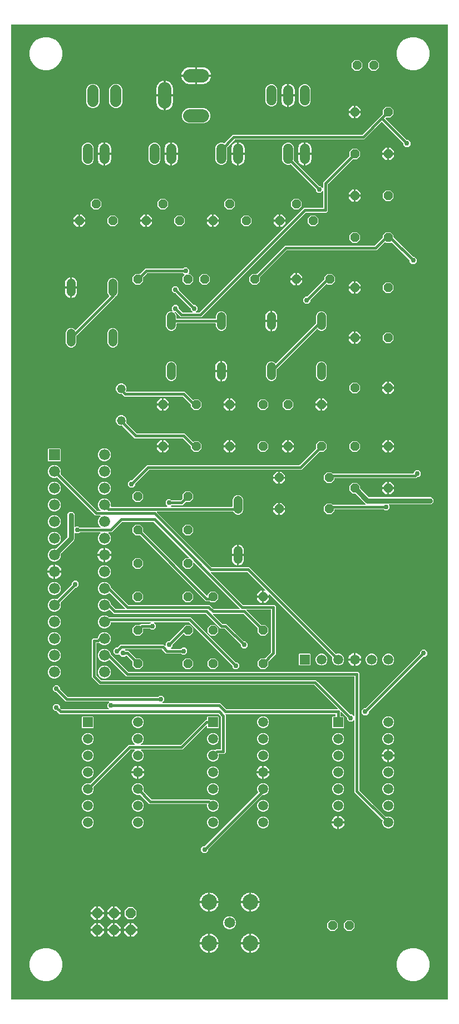
<source format=gbr>
G04 EAGLE Gerber RS-274X export*
G75*
%MOMM*%
%FSLAX34Y34*%
%LPD*%
%INBottom Copper*%
%IPPOS*%
%AMOC8*
5,1,8,0,0,1.08239X$1,22.5*%
G01*
%ADD10P,1.429621X8X22.500000*%
%ADD11C,2.000000*%
%ADD12P,1.429621X8X202.500000*%
%ADD13C,1.320800*%
%ADD14C,1.508000*%
%ADD15R,1.508000X1.508000*%
%ADD16C,1.524000*%
%ADD17C,1.650000*%
%ADD18C,2.400000*%
%ADD19C,1.320800*%
%ADD20C,1.700000*%
%ADD21R,1.498600X1.498600*%
%ADD22C,1.498600*%
%ADD23R,1.676400X1.676400*%
%ADD24C,1.676400*%
%ADD25P,1.649562X8X22.500000*%
%ADD26C,0.406400*%
%ADD27C,0.756400*%
%ADD28C,0.762000*%

G36*
X700098Y327664D02*
X700098Y327664D01*
X700117Y327662D01*
X700219Y327684D01*
X700321Y327700D01*
X700338Y327710D01*
X700358Y327714D01*
X700447Y327767D01*
X700538Y327816D01*
X700552Y327830D01*
X700569Y327840D01*
X700636Y327919D01*
X700708Y327994D01*
X700716Y328012D01*
X700729Y328027D01*
X700768Y328123D01*
X700811Y328217D01*
X700813Y328237D01*
X700821Y328255D01*
X700839Y328422D01*
X700839Y1809078D01*
X700838Y1809088D01*
X700838Y1809093D01*
X700836Y1809101D01*
X700838Y1809117D01*
X700816Y1809219D01*
X700800Y1809321D01*
X700790Y1809338D01*
X700786Y1809358D01*
X700733Y1809447D01*
X700684Y1809538D01*
X700670Y1809552D01*
X700660Y1809569D01*
X700581Y1809636D01*
X700506Y1809708D01*
X700488Y1809716D01*
X700473Y1809729D01*
X700377Y1809768D01*
X700283Y1809811D01*
X700263Y1809813D01*
X700245Y1809821D01*
X700078Y1809839D01*
X36322Y1809839D01*
X36302Y1809836D01*
X36283Y1809838D01*
X36181Y1809816D01*
X36079Y1809800D01*
X36062Y1809790D01*
X36042Y1809786D01*
X35953Y1809733D01*
X35862Y1809684D01*
X35848Y1809670D01*
X35831Y1809660D01*
X35764Y1809581D01*
X35692Y1809506D01*
X35684Y1809488D01*
X35671Y1809473D01*
X35632Y1809377D01*
X35589Y1809283D01*
X35587Y1809263D01*
X35579Y1809245D01*
X35561Y1809078D01*
X35561Y328422D01*
X35564Y328402D01*
X35562Y328383D01*
X35584Y328281D01*
X35600Y328179D01*
X35610Y328162D01*
X35614Y328142D01*
X35667Y328053D01*
X35716Y327962D01*
X35730Y327948D01*
X35740Y327931D01*
X35819Y327864D01*
X35894Y327792D01*
X35912Y327784D01*
X35927Y327771D01*
X36023Y327732D01*
X36117Y327689D01*
X36137Y327687D01*
X36155Y327679D01*
X36322Y327661D01*
X700078Y327661D01*
X700098Y327664D01*
G37*
%LPC*%
G36*
X415733Y830071D02*
X415733Y830071D01*
X410971Y834833D01*
X410971Y841567D01*
X415733Y846329D01*
X421883Y846329D01*
X421974Y846343D01*
X422064Y846351D01*
X422094Y846363D01*
X422126Y846368D01*
X422207Y846411D01*
X422291Y846447D01*
X422323Y846473D01*
X422344Y846484D01*
X422366Y846507D01*
X422422Y846552D01*
X431195Y855325D01*
X431248Y855399D01*
X431308Y855469D01*
X431320Y855499D01*
X431339Y855525D01*
X431366Y855612D01*
X431400Y855697D01*
X431404Y855738D01*
X431411Y855760D01*
X431410Y855792D01*
X431418Y855864D01*
X431418Y919607D01*
X431415Y919627D01*
X431417Y919646D01*
X431395Y919748D01*
X431379Y919850D01*
X431369Y919867D01*
X431365Y919887D01*
X431312Y919976D01*
X431263Y920067D01*
X431249Y920081D01*
X431239Y920098D01*
X431160Y920165D01*
X431085Y920237D01*
X431067Y920245D01*
X431052Y920258D01*
X430956Y920297D01*
X430862Y920340D01*
X430842Y920342D01*
X430824Y920350D01*
X430657Y920368D01*
X394600Y920368D01*
X394529Y920357D01*
X394457Y920355D01*
X394408Y920337D01*
X394357Y920329D01*
X394293Y920295D01*
X394226Y920270D01*
X394185Y920238D01*
X394139Y920213D01*
X394090Y920162D01*
X394034Y920117D01*
X394006Y920073D01*
X393970Y920035D01*
X393940Y919970D01*
X393901Y919910D01*
X393888Y919859D01*
X393866Y919812D01*
X393858Y919741D01*
X393841Y919671D01*
X393845Y919619D01*
X393839Y919568D01*
X393855Y919497D01*
X393860Y919426D01*
X393880Y919378D01*
X393892Y919327D01*
X393928Y919266D01*
X393956Y919200D01*
X394001Y919144D01*
X394018Y919116D01*
X394036Y919101D01*
X394061Y919069D01*
X394305Y918825D01*
X415778Y897352D01*
X415852Y897299D01*
X415922Y897239D01*
X415952Y897227D01*
X415978Y897208D01*
X416065Y897181D01*
X416150Y897147D01*
X416191Y897143D01*
X416213Y897136D01*
X416245Y897137D01*
X416317Y897129D01*
X422467Y897129D01*
X427229Y892367D01*
X427229Y885633D01*
X422467Y880871D01*
X415733Y880871D01*
X410971Y885633D01*
X410971Y891783D01*
X410957Y891874D01*
X410949Y891964D01*
X410937Y891994D01*
X410932Y892026D01*
X410889Y892107D01*
X410853Y892191D01*
X410827Y892223D01*
X410816Y892244D01*
X410793Y892266D01*
X410748Y892322D01*
X389275Y913795D01*
X389201Y913848D01*
X389131Y913908D01*
X389101Y913920D01*
X389075Y913939D01*
X388988Y913966D01*
X388903Y914000D01*
X388862Y914004D01*
X388840Y914011D01*
X388808Y914010D01*
X388736Y914018D01*
X343800Y914018D01*
X343729Y914007D01*
X343657Y914005D01*
X343608Y913987D01*
X343557Y913979D01*
X343493Y913945D01*
X343426Y913920D01*
X343385Y913888D01*
X343339Y913863D01*
X343290Y913811D01*
X343234Y913767D01*
X343206Y913723D01*
X343170Y913685D01*
X343140Y913620D01*
X343101Y913560D01*
X343088Y913509D01*
X343066Y913462D01*
X343058Y913391D01*
X343041Y913321D01*
X343045Y913269D01*
X343039Y913218D01*
X343055Y913147D01*
X343060Y913076D01*
X343080Y913028D01*
X343092Y912977D01*
X343128Y912916D01*
X343156Y912850D01*
X343201Y912794D01*
X343218Y912766D01*
X343236Y912751D01*
X343261Y912719D01*
X356850Y899130D01*
X356924Y899077D01*
X356994Y899017D01*
X357024Y899005D01*
X357050Y898986D01*
X357137Y898959D01*
X357222Y898925D01*
X357263Y898921D01*
X357285Y898914D01*
X357317Y898915D01*
X357389Y898907D01*
X363423Y898907D01*
X390025Y872305D01*
X390099Y872252D01*
X390169Y872192D01*
X390199Y872180D01*
X390225Y872161D01*
X390312Y872134D01*
X390397Y872100D01*
X390438Y872096D01*
X390460Y872089D01*
X390492Y872090D01*
X390564Y872082D01*
X392723Y872082D01*
X395832Y868973D01*
X395832Y864577D01*
X392723Y861468D01*
X388327Y861468D01*
X385218Y864577D01*
X385218Y866736D01*
X385204Y866827D01*
X385196Y866917D01*
X385184Y866947D01*
X385179Y866979D01*
X385136Y867060D01*
X385100Y867144D01*
X385074Y867176D01*
X385063Y867197D01*
X385040Y867219D01*
X384995Y867275D01*
X360700Y891570D01*
X360626Y891623D01*
X360556Y891683D01*
X360526Y891695D01*
X360500Y891714D01*
X360413Y891741D01*
X360328Y891775D01*
X360287Y891779D01*
X360265Y891786D01*
X360233Y891785D01*
X360161Y891793D01*
X354127Y891793D01*
X332125Y913795D01*
X332051Y913848D01*
X331981Y913908D01*
X331951Y913920D01*
X331925Y913939D01*
X331838Y913966D01*
X331753Y914000D01*
X331712Y914004D01*
X331690Y914011D01*
X331658Y914010D01*
X331586Y914018D01*
X192202Y914018D01*
X186003Y920217D01*
X185987Y920228D01*
X185975Y920244D01*
X185887Y920300D01*
X185804Y920360D01*
X185785Y920366D01*
X185768Y920377D01*
X185667Y920402D01*
X185569Y920433D01*
X185549Y920432D01*
X185529Y920437D01*
X185426Y920429D01*
X185323Y920426D01*
X185304Y920419D01*
X185284Y920418D01*
X185189Y920377D01*
X185092Y920342D01*
X185076Y920329D01*
X185058Y920321D01*
X184927Y920217D01*
X183412Y918701D01*
X179771Y917193D01*
X175829Y917193D01*
X172188Y918701D01*
X169401Y921488D01*
X167893Y925129D01*
X167893Y929071D01*
X169401Y932712D01*
X172188Y935499D01*
X175829Y937007D01*
X179771Y937007D01*
X183412Y935499D01*
X186199Y932712D01*
X187707Y929071D01*
X187707Y928889D01*
X187721Y928798D01*
X187729Y928708D01*
X187741Y928678D01*
X187746Y928646D01*
X187789Y928565D01*
X187825Y928481D01*
X187851Y928449D01*
X187862Y928428D01*
X187885Y928406D01*
X187930Y928350D01*
X194925Y921355D01*
X194999Y921302D01*
X195069Y921242D01*
X195099Y921230D01*
X195125Y921211D01*
X195212Y921184D01*
X195297Y921150D01*
X195338Y921146D01*
X195360Y921139D01*
X195392Y921140D01*
X195464Y921132D01*
X208650Y921132D01*
X208721Y921143D01*
X208793Y921145D01*
X208842Y921163D01*
X208893Y921171D01*
X208957Y921205D01*
X209024Y921230D01*
X209065Y921262D01*
X209111Y921287D01*
X209160Y921339D01*
X209216Y921383D01*
X209244Y921427D01*
X209280Y921465D01*
X209310Y921530D01*
X209349Y921590D01*
X209362Y921641D01*
X209384Y921688D01*
X209392Y921759D01*
X209409Y921829D01*
X209405Y921881D01*
X209411Y921932D01*
X209395Y922003D01*
X209390Y922074D01*
X209370Y922122D01*
X209358Y922173D01*
X209322Y922234D01*
X209294Y922300D01*
X209249Y922356D01*
X209232Y922384D01*
X209214Y922399D01*
X209189Y922431D01*
X186003Y945617D01*
X185987Y945628D01*
X185975Y945644D01*
X185887Y945700D01*
X185804Y945760D01*
X185785Y945766D01*
X185768Y945777D01*
X185667Y945802D01*
X185569Y945833D01*
X185549Y945832D01*
X185529Y945837D01*
X185426Y945829D01*
X185323Y945826D01*
X185304Y945819D01*
X185284Y945818D01*
X185189Y945777D01*
X185092Y945742D01*
X185076Y945729D01*
X185058Y945721D01*
X184927Y945617D01*
X183412Y944101D01*
X179771Y942593D01*
X175829Y942593D01*
X172188Y944101D01*
X169401Y946888D01*
X167893Y950529D01*
X167893Y954471D01*
X169401Y958112D01*
X172188Y960899D01*
X175829Y962407D01*
X179771Y962407D01*
X183412Y960899D01*
X186199Y958112D01*
X187707Y954471D01*
X187707Y954289D01*
X187721Y954198D01*
X187729Y954108D01*
X187741Y954078D01*
X187746Y954046D01*
X187789Y953965D01*
X187825Y953881D01*
X187851Y953849D01*
X187862Y953828D01*
X187885Y953806D01*
X187930Y953750D01*
X213975Y927705D01*
X214049Y927652D01*
X214119Y927592D01*
X214149Y927580D01*
X214175Y927561D01*
X214262Y927534D01*
X214347Y927500D01*
X214388Y927496D01*
X214410Y927489D01*
X214442Y927490D01*
X214514Y927482D01*
X338023Y927482D01*
X344150Y921355D01*
X344224Y921302D01*
X344294Y921242D01*
X344324Y921230D01*
X344350Y921211D01*
X344437Y921184D01*
X344522Y921150D01*
X344563Y921146D01*
X344585Y921139D01*
X344617Y921140D01*
X344689Y921132D01*
X383275Y921132D01*
X383346Y921143D01*
X383418Y921145D01*
X383467Y921163D01*
X383518Y921171D01*
X383581Y921205D01*
X383649Y921230D01*
X383690Y921262D01*
X383736Y921287D01*
X383785Y921338D01*
X383841Y921383D01*
X383869Y921427D01*
X383905Y921465D01*
X383935Y921530D01*
X383974Y921590D01*
X383987Y921641D01*
X384009Y921688D01*
X384017Y921759D01*
X384034Y921829D01*
X384030Y921881D01*
X384036Y921932D01*
X384020Y922003D01*
X384015Y922074D01*
X383995Y922122D01*
X383983Y922173D01*
X383947Y922234D01*
X383919Y922300D01*
X383874Y922356D01*
X383857Y922384D01*
X383839Y922399D01*
X383814Y922431D01*
X314228Y992017D01*
X314170Y992059D01*
X314118Y992108D01*
X314097Y992118D01*
X314093Y992122D01*
X314069Y992131D01*
X314029Y992160D01*
X313960Y992181D01*
X313895Y992212D01*
X313843Y992217D01*
X313793Y992233D01*
X313722Y992231D01*
X313651Y992239D01*
X313600Y992228D01*
X313548Y992226D01*
X313480Y992202D01*
X313410Y992186D01*
X313366Y992160D01*
X313317Y992142D01*
X313261Y992097D01*
X313199Y992060D01*
X313165Y992021D01*
X313125Y991988D01*
X313086Y991928D01*
X313065Y991903D01*
X313060Y991899D01*
X313060Y991898D01*
X313039Y991873D01*
X313020Y991825D01*
X312992Y991781D01*
X312975Y991714D01*
X312957Y991676D01*
X312956Y991667D01*
X312947Y991645D01*
X312939Y991574D01*
X312931Y991543D01*
X312933Y991519D01*
X312929Y991478D01*
X312929Y987233D01*
X308167Y982471D01*
X301433Y982471D01*
X296671Y987233D01*
X296671Y993967D01*
X301433Y998729D01*
X305678Y998729D01*
X305749Y998740D01*
X305821Y998742D01*
X305870Y998760D01*
X305921Y998768D01*
X305985Y998802D01*
X306052Y998827D01*
X306093Y998859D01*
X306139Y998884D01*
X306188Y998936D01*
X306244Y998980D01*
X306272Y999024D01*
X306308Y999062D01*
X306338Y999127D01*
X306377Y999187D01*
X306390Y999238D01*
X306412Y999285D01*
X306420Y999356D01*
X306437Y999426D01*
X306433Y999478D01*
X306439Y999529D01*
X306423Y999600D01*
X306418Y999671D01*
X306398Y999719D01*
X306386Y999770D01*
X306350Y999831D01*
X306322Y999897D01*
X306277Y999953D01*
X306260Y999981D01*
X306242Y999996D01*
X306217Y1000028D01*
X252750Y1053495D01*
X252676Y1053548D01*
X252606Y1053608D01*
X252576Y1053620D01*
X252550Y1053639D01*
X252463Y1053666D01*
X252378Y1053700D01*
X252337Y1053704D01*
X252315Y1053711D01*
X252283Y1053710D01*
X252211Y1053718D01*
X204989Y1053718D01*
X204898Y1053704D01*
X204808Y1053696D01*
X204778Y1053684D01*
X204746Y1053679D01*
X204665Y1053636D01*
X204581Y1053600D01*
X204549Y1053574D01*
X204528Y1053563D01*
X204506Y1053540D01*
X204450Y1053495D01*
X191105Y1040150D01*
X188798Y1037843D01*
X184505Y1037843D01*
X184434Y1037832D01*
X184362Y1037830D01*
X184313Y1037812D01*
X184262Y1037804D01*
X184199Y1037770D01*
X184131Y1037745D01*
X184091Y1037713D01*
X184045Y1037688D01*
X183995Y1037636D01*
X183939Y1037592D01*
X183911Y1037548D01*
X183875Y1037510D01*
X183845Y1037445D01*
X183806Y1037385D01*
X183794Y1037334D01*
X183772Y1037287D01*
X183764Y1037216D01*
X183746Y1037146D01*
X183750Y1037094D01*
X183745Y1037043D01*
X183760Y1036972D01*
X183765Y1036901D01*
X183786Y1036853D01*
X183797Y1036802D01*
X183834Y1036741D01*
X183862Y1036675D01*
X183906Y1036619D01*
X183923Y1036591D01*
X183941Y1036576D01*
X183966Y1036544D01*
X186199Y1034312D01*
X187707Y1030671D01*
X187707Y1026729D01*
X186199Y1023088D01*
X183412Y1020301D01*
X179771Y1018793D01*
X175829Y1018793D01*
X172188Y1020301D01*
X169401Y1023088D01*
X167893Y1026729D01*
X167893Y1030671D01*
X169401Y1034312D01*
X171634Y1036544D01*
X171675Y1036602D01*
X171725Y1036654D01*
X171747Y1036701D01*
X171777Y1036743D01*
X171798Y1036812D01*
X171828Y1036877D01*
X171834Y1036929D01*
X171849Y1036979D01*
X171848Y1037050D01*
X171855Y1037121D01*
X171844Y1037172D01*
X171843Y1037224D01*
X171818Y1037292D01*
X171803Y1037362D01*
X171776Y1037407D01*
X171759Y1037455D01*
X171714Y1037511D01*
X171677Y1037573D01*
X171637Y1037607D01*
X171605Y1037647D01*
X171545Y1037686D01*
X171490Y1037733D01*
X171442Y1037752D01*
X171398Y1037780D01*
X171329Y1037798D01*
X171262Y1037825D01*
X171191Y1037833D01*
X171159Y1037841D01*
X171136Y1037839D01*
X171095Y1037843D01*
X140788Y1037843D01*
X140698Y1037829D01*
X140607Y1037821D01*
X140578Y1037809D01*
X140546Y1037804D01*
X140465Y1037761D01*
X140381Y1037725D01*
X140349Y1037699D01*
X140328Y1037688D01*
X140306Y1037665D01*
X140250Y1037620D01*
X138723Y1036093D01*
X134327Y1036093D01*
X133634Y1036786D01*
X133576Y1036828D01*
X133524Y1036877D01*
X133477Y1036899D01*
X133435Y1036929D01*
X133366Y1036951D01*
X133301Y1036981D01*
X133249Y1036986D01*
X133199Y1037002D01*
X133128Y1037000D01*
X133057Y1037008D01*
X133006Y1036997D01*
X132954Y1036995D01*
X132886Y1036971D01*
X132816Y1036956D01*
X132771Y1036929D01*
X132723Y1036911D01*
X132667Y1036866D01*
X132605Y1036829D01*
X132571Y1036790D01*
X132531Y1036757D01*
X132492Y1036697D01*
X132445Y1036642D01*
X132426Y1036594D01*
X132398Y1036550D01*
X132380Y1036481D01*
X132353Y1036414D01*
X132345Y1036343D01*
X132337Y1036312D01*
X132339Y1036289D01*
X132335Y1036248D01*
X132335Y1027639D01*
X131523Y1025678D01*
X129915Y1024070D01*
X111730Y1005885D01*
X111677Y1005811D01*
X111617Y1005742D01*
X111605Y1005712D01*
X111586Y1005686D01*
X111559Y1005599D01*
X111525Y1005514D01*
X111521Y1005473D01*
X111514Y1005450D01*
X111515Y1005418D01*
X111507Y1005347D01*
X111507Y1001329D01*
X109999Y997688D01*
X107212Y994901D01*
X103571Y993393D01*
X99629Y993393D01*
X95988Y994901D01*
X93201Y997688D01*
X91693Y1001329D01*
X91693Y1005271D01*
X93201Y1008912D01*
X95988Y1011699D01*
X99629Y1013207D01*
X103647Y1013207D01*
X103737Y1013221D01*
X103828Y1013229D01*
X103858Y1013241D01*
X103890Y1013246D01*
X103970Y1013289D01*
X104054Y1013325D01*
X104086Y1013351D01*
X104107Y1013362D01*
X104129Y1013385D01*
X104185Y1013430D01*
X121442Y1030687D01*
X121495Y1030761D01*
X121555Y1030830D01*
X121567Y1030860D01*
X121586Y1030887D01*
X121613Y1030973D01*
X121647Y1031058D01*
X121651Y1031099D01*
X121658Y1031122D01*
X121657Y1031154D01*
X121665Y1031225D01*
X121665Y1064715D01*
X121675Y1064738D01*
X121684Y1064821D01*
X121691Y1064853D01*
X121690Y1064873D01*
X121693Y1064905D01*
X121693Y1065823D01*
X122342Y1066472D01*
X122381Y1066525D01*
X122426Y1066572D01*
X122456Y1066625D01*
X123998Y1068168D01*
X124022Y1068178D01*
X124087Y1068230D01*
X124115Y1068247D01*
X124127Y1068262D01*
X124153Y1068283D01*
X124802Y1068932D01*
X125720Y1068932D01*
X125784Y1068942D01*
X125850Y1068943D01*
X125908Y1068960D01*
X128090Y1068960D01*
X128113Y1068950D01*
X128196Y1068941D01*
X128228Y1068934D01*
X128248Y1068935D01*
X128280Y1068932D01*
X129198Y1068932D01*
X129847Y1068283D01*
X129900Y1068244D01*
X129947Y1068199D01*
X130000Y1068169D01*
X131543Y1066627D01*
X131553Y1066603D01*
X131605Y1066538D01*
X131622Y1066510D01*
X131637Y1066498D01*
X131658Y1066472D01*
X132307Y1065823D01*
X132307Y1064905D01*
X132317Y1064841D01*
X132318Y1064775D01*
X132335Y1064717D01*
X132335Y1046552D01*
X132346Y1046482D01*
X132348Y1046410D01*
X132366Y1046361D01*
X132374Y1046310D01*
X132408Y1046246D01*
X132433Y1046179D01*
X132465Y1046138D01*
X132490Y1046092D01*
X132542Y1046043D01*
X132586Y1045987D01*
X132630Y1045959D01*
X132668Y1045923D01*
X132733Y1045893D01*
X132793Y1045854D01*
X132844Y1045841D01*
X132891Y1045819D01*
X132962Y1045811D01*
X133032Y1045794D01*
X133084Y1045798D01*
X133135Y1045792D01*
X133206Y1045807D01*
X133277Y1045813D01*
X133325Y1045833D01*
X133376Y1045844D01*
X133437Y1045881D01*
X133503Y1045909D01*
X133559Y1045954D01*
X133587Y1045971D01*
X133602Y1045988D01*
X133634Y1046014D01*
X134327Y1046707D01*
X138723Y1046707D01*
X140250Y1045180D01*
X140324Y1045127D01*
X140394Y1045067D01*
X140424Y1045055D01*
X140450Y1045036D01*
X140537Y1045009D01*
X140622Y1044975D01*
X140663Y1044971D01*
X140685Y1044964D01*
X140717Y1044965D01*
X140788Y1044957D01*
X171095Y1044957D01*
X171166Y1044968D01*
X171238Y1044970D01*
X171287Y1044988D01*
X171338Y1044996D01*
X171401Y1045030D01*
X171469Y1045055D01*
X171509Y1045087D01*
X171555Y1045112D01*
X171605Y1045164D01*
X171661Y1045208D01*
X171689Y1045252D01*
X171725Y1045290D01*
X171755Y1045355D01*
X171794Y1045415D01*
X171806Y1045466D01*
X171828Y1045513D01*
X171836Y1045584D01*
X171854Y1045654D01*
X171850Y1045706D01*
X171855Y1045757D01*
X171840Y1045828D01*
X171835Y1045899D01*
X171814Y1045947D01*
X171803Y1045998D01*
X171766Y1046059D01*
X171738Y1046125D01*
X171694Y1046181D01*
X171677Y1046209D01*
X171659Y1046224D01*
X171634Y1046256D01*
X169401Y1048488D01*
X167893Y1052129D01*
X167893Y1056071D01*
X169401Y1059712D01*
X171634Y1061944D01*
X171675Y1062002D01*
X171725Y1062054D01*
X171747Y1062101D01*
X171777Y1062143D01*
X171798Y1062212D01*
X171828Y1062277D01*
X171834Y1062329D01*
X171849Y1062379D01*
X171848Y1062450D01*
X171855Y1062521D01*
X171844Y1062572D01*
X171843Y1062624D01*
X171818Y1062692D01*
X171803Y1062762D01*
X171776Y1062807D01*
X171759Y1062855D01*
X171714Y1062911D01*
X171677Y1062973D01*
X171637Y1063007D01*
X171605Y1063047D01*
X171545Y1063086D01*
X171490Y1063133D01*
X171442Y1063152D01*
X171398Y1063180D01*
X171329Y1063198D01*
X171262Y1063225D01*
X171191Y1063233D01*
X171159Y1063241D01*
X171136Y1063239D01*
X171095Y1063243D01*
X163627Y1063243D01*
X105985Y1120885D01*
X105891Y1120952D01*
X105797Y1121023D01*
X105791Y1121025D01*
X105785Y1121028D01*
X105675Y1121062D01*
X105563Y1121099D01*
X105556Y1121099D01*
X105550Y1121101D01*
X105434Y1121098D01*
X105317Y1121097D01*
X105310Y1121094D01*
X105305Y1121094D01*
X105287Y1121088D01*
X105156Y1121050D01*
X103571Y1120393D01*
X99629Y1120393D01*
X95988Y1121901D01*
X93201Y1124688D01*
X91693Y1128329D01*
X91693Y1132271D01*
X93201Y1135912D01*
X95988Y1138699D01*
X99629Y1140207D01*
X103571Y1140207D01*
X107212Y1138699D01*
X109999Y1135912D01*
X111507Y1132271D01*
X111507Y1128329D01*
X110850Y1126744D01*
X110824Y1126631D01*
X110795Y1126517D01*
X110795Y1126511D01*
X110794Y1126505D01*
X110805Y1126388D01*
X110814Y1126272D01*
X110817Y1126266D01*
X110817Y1126260D01*
X110865Y1126152D01*
X110910Y1126046D01*
X110915Y1126040D01*
X110917Y1126035D01*
X110930Y1126022D01*
X111015Y1125915D01*
X166350Y1070580D01*
X166424Y1070527D01*
X166494Y1070467D01*
X166524Y1070455D01*
X166550Y1070436D01*
X166637Y1070409D01*
X166722Y1070375D01*
X166763Y1070371D01*
X166785Y1070364D01*
X166817Y1070365D01*
X166889Y1070357D01*
X171095Y1070357D01*
X171166Y1070368D01*
X171238Y1070370D01*
X171287Y1070388D01*
X171338Y1070396D01*
X171401Y1070430D01*
X171469Y1070455D01*
X171509Y1070487D01*
X171555Y1070512D01*
X171605Y1070564D01*
X171661Y1070608D01*
X171689Y1070652D01*
X171725Y1070690D01*
X171755Y1070755D01*
X171794Y1070815D01*
X171806Y1070866D01*
X171828Y1070913D01*
X171836Y1070984D01*
X171854Y1071054D01*
X171850Y1071106D01*
X171855Y1071157D01*
X171840Y1071228D01*
X171835Y1071299D01*
X171814Y1071347D01*
X171803Y1071398D01*
X171766Y1071459D01*
X171738Y1071525D01*
X171694Y1071581D01*
X171677Y1071609D01*
X171659Y1071624D01*
X171634Y1071656D01*
X169401Y1073888D01*
X167893Y1077529D01*
X167893Y1081471D01*
X169401Y1085112D01*
X172188Y1087899D01*
X175829Y1089407D01*
X179771Y1089407D01*
X183412Y1087899D01*
X186199Y1085112D01*
X187707Y1081471D01*
X187707Y1077468D01*
X187708Y1077458D01*
X187708Y1077453D01*
X187710Y1077444D01*
X187708Y1077429D01*
X187730Y1077327D01*
X187746Y1077225D01*
X187756Y1077208D01*
X187760Y1077188D01*
X187813Y1077099D01*
X187862Y1077008D01*
X187876Y1076994D01*
X187886Y1076977D01*
X187965Y1076910D01*
X188040Y1076838D01*
X188058Y1076830D01*
X188073Y1076817D01*
X188169Y1076778D01*
X188263Y1076735D01*
X188283Y1076733D01*
X188301Y1076725D01*
X188468Y1076707D01*
X272851Y1076707D01*
X272921Y1076718D01*
X272993Y1076720D01*
X273042Y1076738D01*
X273093Y1076746D01*
X273157Y1076780D01*
X273224Y1076805D01*
X273265Y1076837D01*
X273311Y1076862D01*
X273360Y1076914D01*
X273416Y1076958D01*
X273444Y1077002D01*
X273480Y1077040D01*
X273510Y1077105D01*
X273549Y1077165D01*
X273562Y1077216D01*
X273584Y1077263D01*
X273592Y1077334D01*
X273609Y1077404D01*
X273605Y1077456D01*
X273611Y1077507D01*
X273596Y1077578D01*
X273590Y1077649D01*
X273570Y1077697D01*
X273559Y1077748D01*
X273522Y1077809D01*
X273494Y1077875D01*
X273449Y1077931D01*
X273432Y1077959D01*
X273415Y1077974D01*
X273411Y1077979D01*
X273408Y1077983D01*
X273406Y1077985D01*
X273389Y1078006D01*
X270918Y1080477D01*
X270918Y1084873D01*
X274027Y1087982D01*
X278423Y1087982D01*
X279950Y1086455D01*
X280024Y1086402D01*
X280094Y1086342D01*
X280124Y1086330D01*
X280150Y1086311D01*
X280237Y1086284D01*
X280322Y1086250D01*
X280363Y1086246D01*
X280385Y1086239D01*
X280417Y1086240D01*
X280488Y1086232D01*
X293486Y1086232D01*
X293577Y1086246D01*
X293667Y1086254D01*
X293697Y1086266D01*
X293729Y1086271D01*
X293810Y1086314D01*
X293894Y1086350D01*
X293926Y1086376D01*
X293947Y1086387D01*
X293969Y1086410D01*
X294025Y1086455D01*
X296448Y1088878D01*
X296501Y1088952D01*
X296561Y1089022D01*
X296573Y1089052D01*
X296592Y1089078D01*
X296619Y1089165D01*
X296653Y1089250D01*
X296657Y1089291D01*
X296664Y1089313D01*
X296663Y1089345D01*
X296671Y1089417D01*
X296671Y1095567D01*
X301433Y1100329D01*
X308167Y1100329D01*
X312929Y1095567D01*
X312929Y1088833D01*
X308167Y1084071D01*
X302017Y1084071D01*
X301926Y1084057D01*
X301836Y1084049D01*
X301806Y1084037D01*
X301774Y1084032D01*
X301693Y1083989D01*
X301609Y1083953D01*
X301577Y1083927D01*
X301556Y1083916D01*
X301534Y1083893D01*
X301478Y1083848D01*
X299055Y1081425D01*
X296748Y1079118D01*
X280488Y1079118D01*
X280399Y1079104D01*
X280307Y1079096D01*
X280278Y1079084D01*
X280246Y1079079D01*
X280165Y1079036D01*
X280081Y1079000D01*
X280049Y1078974D01*
X280028Y1078963D01*
X280006Y1078940D01*
X279950Y1078895D01*
X279061Y1078006D01*
X279019Y1077948D01*
X278970Y1077896D01*
X278948Y1077849D01*
X278918Y1077807D01*
X278896Y1077738D01*
X278866Y1077673D01*
X278861Y1077621D01*
X278845Y1077571D01*
X278847Y1077500D01*
X278839Y1077429D01*
X278850Y1077378D01*
X278852Y1077326D01*
X278876Y1077258D01*
X278891Y1077188D01*
X278918Y1077143D01*
X278936Y1077095D01*
X278981Y1077039D01*
X279018Y1076977D01*
X279057Y1076943D01*
X279090Y1076903D01*
X279150Y1076864D01*
X279205Y1076817D01*
X279253Y1076798D01*
X279297Y1076770D01*
X279366Y1076752D01*
X279433Y1076725D01*
X279504Y1076717D01*
X279535Y1076709D01*
X279558Y1076711D01*
X279599Y1076707D01*
X372110Y1076707D01*
X372130Y1076710D01*
X372149Y1076708D01*
X372251Y1076730D01*
X372353Y1076746D01*
X372370Y1076756D01*
X372390Y1076760D01*
X372479Y1076813D01*
X372570Y1076862D01*
X372584Y1076876D01*
X372601Y1076886D01*
X372668Y1076965D01*
X372740Y1077040D01*
X372748Y1077058D01*
X372761Y1077073D01*
X372800Y1077169D01*
X372843Y1077263D01*
X372845Y1077283D01*
X372853Y1077301D01*
X372871Y1077468D01*
X372871Y1087721D01*
X374109Y1090709D01*
X376395Y1092995D01*
X379383Y1094233D01*
X382617Y1094233D01*
X385605Y1092995D01*
X387891Y1090709D01*
X389129Y1087721D01*
X389129Y1071279D01*
X387891Y1068291D01*
X385605Y1066005D01*
X382617Y1064767D01*
X379383Y1064767D01*
X376395Y1066005D01*
X374109Y1068291D01*
X373764Y1069123D01*
X373703Y1069223D01*
X373643Y1069323D01*
X373638Y1069327D01*
X373635Y1069332D01*
X373545Y1069407D01*
X373456Y1069483D01*
X373450Y1069485D01*
X373445Y1069489D01*
X373336Y1069531D01*
X373228Y1069575D01*
X373220Y1069576D01*
X373216Y1069577D01*
X373197Y1069578D01*
X373061Y1069593D01*
X258075Y1069593D01*
X258004Y1069582D01*
X257932Y1069580D01*
X257883Y1069562D01*
X257832Y1069554D01*
X257768Y1069520D01*
X257701Y1069495D01*
X257660Y1069463D01*
X257614Y1069438D01*
X257565Y1069387D01*
X257509Y1069342D01*
X257481Y1069298D01*
X257445Y1069260D01*
X257415Y1069195D01*
X257376Y1069135D01*
X257363Y1069084D01*
X257341Y1069037D01*
X257333Y1068966D01*
X257316Y1068896D01*
X257320Y1068844D01*
X257314Y1068793D01*
X257330Y1068722D01*
X257335Y1068651D01*
X257355Y1068603D01*
X257367Y1068552D01*
X257403Y1068491D01*
X257431Y1068425D01*
X257476Y1068369D01*
X257493Y1068341D01*
X257511Y1068326D01*
X257536Y1068294D01*
X257780Y1068050D01*
X340975Y984855D01*
X341049Y984802D01*
X341119Y984742D01*
X341149Y984730D01*
X341175Y984711D01*
X341262Y984684D01*
X341347Y984650D01*
X341388Y984646D01*
X341410Y984639D01*
X341442Y984640D01*
X341514Y984632D01*
X398348Y984632D01*
X529659Y853321D01*
X529754Y853253D01*
X529848Y853183D01*
X529854Y853181D01*
X529859Y853177D01*
X529970Y853143D01*
X530082Y853107D01*
X530088Y853107D01*
X530094Y853105D01*
X530211Y853108D01*
X530328Y853109D01*
X530335Y853111D01*
X530340Y853111D01*
X530357Y853118D01*
X530489Y853156D01*
X531597Y853615D01*
X535203Y853615D01*
X538535Y852235D01*
X541085Y849685D01*
X542465Y846353D01*
X542465Y842747D01*
X541085Y839415D01*
X538535Y836865D01*
X535203Y835485D01*
X531597Y835485D01*
X528265Y836865D01*
X525715Y839415D01*
X524335Y842747D01*
X524335Y846353D01*
X524794Y847461D01*
X524821Y847575D01*
X524849Y847688D01*
X524849Y847695D01*
X524850Y847701D01*
X524839Y847817D01*
X524830Y847933D01*
X524828Y847939D01*
X524827Y847946D01*
X524780Y848052D01*
X524734Y848160D01*
X524729Y848166D01*
X524727Y848170D01*
X524715Y848184D01*
X524629Y848291D01*
X429544Y943376D01*
X429486Y943418D01*
X429434Y943467D01*
X429387Y943489D01*
X429345Y943519D01*
X429276Y943540D01*
X429211Y943571D01*
X429159Y943576D01*
X429109Y943592D01*
X429038Y943590D01*
X428967Y943598D01*
X428916Y943587D01*
X428864Y943585D01*
X428796Y943561D01*
X428726Y943545D01*
X428682Y943519D01*
X428633Y943501D01*
X428577Y943456D01*
X428515Y943419D01*
X428481Y943380D01*
X428441Y943347D01*
X428402Y943287D01*
X428355Y943232D01*
X428336Y943184D01*
X428308Y943140D01*
X428290Y943071D01*
X428263Y943004D01*
X428255Y942933D01*
X428247Y942902D01*
X428249Y942878D01*
X428245Y942837D01*
X428245Y941323D01*
X420623Y941323D01*
X420623Y948945D01*
X422137Y948945D01*
X422208Y948956D01*
X422280Y948958D01*
X422329Y948976D01*
X422380Y948984D01*
X422444Y949018D01*
X422511Y949043D01*
X422552Y949075D01*
X422598Y949100D01*
X422647Y949152D01*
X422703Y949196D01*
X422731Y949240D01*
X422767Y949278D01*
X422797Y949343D01*
X422836Y949403D01*
X422849Y949454D01*
X422871Y949501D01*
X422879Y949572D01*
X422896Y949642D01*
X422892Y949694D01*
X422898Y949745D01*
X422882Y949816D01*
X422877Y949887D01*
X422857Y949935D01*
X422845Y949986D01*
X422809Y950047D01*
X422781Y950113D01*
X422736Y950169D01*
X422719Y950197D01*
X422701Y950212D01*
X422676Y950244D01*
X395625Y977295D01*
X395551Y977348D01*
X395481Y977408D01*
X395451Y977420D01*
X395425Y977439D01*
X395338Y977466D01*
X395253Y977500D01*
X395212Y977504D01*
X395190Y977511D01*
X395158Y977510D01*
X395086Y977518D01*
X340625Y977518D01*
X340554Y977507D01*
X340482Y977505D01*
X340433Y977487D01*
X340382Y977479D01*
X340318Y977445D01*
X340251Y977420D01*
X340210Y977388D01*
X340164Y977363D01*
X340115Y977311D01*
X340059Y977267D01*
X340031Y977223D01*
X339995Y977185D01*
X339965Y977120D01*
X339926Y977060D01*
X339913Y977009D01*
X339891Y976962D01*
X339883Y976891D01*
X339866Y976821D01*
X339870Y976769D01*
X339864Y976718D01*
X339880Y976647D01*
X339885Y976576D01*
X339905Y976528D01*
X339917Y976477D01*
X339953Y976416D01*
X339981Y976350D01*
X340026Y976294D01*
X340043Y976266D01*
X340061Y976251D01*
X340086Y976219D01*
X388600Y927705D01*
X388674Y927652D01*
X388744Y927592D01*
X388774Y927580D01*
X388800Y927561D01*
X388887Y927534D01*
X388972Y927500D01*
X389013Y927496D01*
X389035Y927489D01*
X389067Y927490D01*
X389139Y927482D01*
X436448Y927482D01*
X438532Y925398D01*
X438532Y852602D01*
X427452Y841522D01*
X427399Y841448D01*
X427339Y841378D01*
X427327Y841348D01*
X427308Y841322D01*
X427281Y841235D01*
X427247Y841150D01*
X427243Y841109D01*
X427236Y841087D01*
X427237Y841055D01*
X427229Y840983D01*
X427229Y834833D01*
X422467Y830071D01*
X415733Y830071D01*
G37*
%LPD*%
%LPC*%
G36*
X607806Y587882D02*
X607806Y587882D01*
X604492Y589255D01*
X601955Y591792D01*
X600582Y595106D01*
X600582Y598694D01*
X601030Y599775D01*
X601057Y599889D01*
X601085Y600002D01*
X601085Y600009D01*
X601086Y600015D01*
X601075Y600131D01*
X601066Y600248D01*
X601064Y600253D01*
X601063Y600260D01*
X601015Y600367D01*
X600970Y600474D01*
X600965Y600480D01*
X600963Y600484D01*
X600951Y600498D01*
X600865Y600605D01*
X558418Y643052D01*
X558418Y752276D01*
X558407Y752346D01*
X558405Y752418D01*
X558387Y752467D01*
X558379Y752518D01*
X558345Y752582D01*
X558320Y752649D01*
X558288Y752690D01*
X558263Y752736D01*
X558211Y752785D01*
X558167Y752841D01*
X558123Y752869D01*
X558085Y752905D01*
X558020Y752935D01*
X557960Y752974D01*
X557909Y752987D01*
X557862Y753009D01*
X557791Y753017D01*
X557721Y753034D01*
X557669Y753030D01*
X557618Y753036D01*
X557547Y753021D01*
X557476Y753015D01*
X557428Y752995D01*
X557377Y752984D01*
X557316Y752947D01*
X557250Y752919D01*
X557194Y752874D01*
X557166Y752857D01*
X557151Y752840D01*
X557119Y752814D01*
X554648Y750343D01*
X550252Y750343D01*
X547143Y753452D01*
X547143Y755611D01*
X547129Y755702D01*
X547121Y755792D01*
X547109Y755822D01*
X547104Y755854D01*
X547061Y755935D01*
X547025Y756019D01*
X546999Y756051D01*
X546988Y756072D01*
X546965Y756094D01*
X546920Y756150D01*
X538256Y764814D01*
X538198Y764856D01*
X538146Y764905D01*
X538099Y764927D01*
X538057Y764957D01*
X537988Y764978D01*
X537923Y765009D01*
X537871Y765014D01*
X537821Y765030D01*
X537750Y765028D01*
X537679Y765036D01*
X537628Y765025D01*
X537576Y765023D01*
X537508Y764999D01*
X537438Y764983D01*
X537394Y764957D01*
X537345Y764939D01*
X537289Y764894D01*
X537227Y764857D01*
X537193Y764818D01*
X537153Y764785D01*
X537114Y764725D01*
X537067Y764670D01*
X537048Y764622D01*
X537020Y764578D01*
X537002Y764509D01*
X536975Y764442D01*
X536967Y764371D01*
X536959Y764340D01*
X536961Y764316D01*
X536957Y764275D01*
X536957Y759079D01*
X536960Y759059D01*
X536958Y759040D01*
X536980Y758938D01*
X536996Y758836D01*
X537006Y758819D01*
X537010Y758799D01*
X537063Y758710D01*
X537112Y758619D01*
X537126Y758605D01*
X537136Y758588D01*
X537215Y758521D01*
X537290Y758449D01*
X537308Y758441D01*
X537323Y758428D01*
X537419Y758389D01*
X537513Y758346D01*
X537533Y758344D01*
X537551Y758336D01*
X537718Y758318D01*
X541525Y758318D01*
X542418Y757425D01*
X542418Y741175D01*
X541525Y740282D01*
X525275Y740282D01*
X524382Y741175D01*
X524382Y757425D01*
X525275Y758318D01*
X529082Y758318D01*
X529102Y758321D01*
X529121Y758319D01*
X529223Y758341D01*
X529325Y758357D01*
X529342Y758367D01*
X529362Y758371D01*
X529451Y758424D01*
X529542Y758473D01*
X529556Y758487D01*
X529573Y758497D01*
X529640Y758576D01*
X529712Y758651D01*
X529720Y758669D01*
X529733Y758684D01*
X529772Y758780D01*
X529815Y758874D01*
X529817Y758894D01*
X529825Y758912D01*
X529843Y759079D01*
X529843Y760857D01*
X529840Y760877D01*
X529842Y760896D01*
X529820Y760998D01*
X529804Y761100D01*
X529794Y761117D01*
X529790Y761137D01*
X529737Y761226D01*
X529688Y761317D01*
X529674Y761331D01*
X529664Y761348D01*
X529585Y761415D01*
X529510Y761487D01*
X529492Y761495D01*
X529477Y761508D01*
X529381Y761547D01*
X529287Y761590D01*
X529267Y761592D01*
X529249Y761600D01*
X529082Y761618D01*
X362850Y761618D01*
X362779Y761607D01*
X362707Y761605D01*
X362658Y761587D01*
X362607Y761579D01*
X362543Y761545D01*
X362476Y761520D01*
X362435Y761488D01*
X362389Y761463D01*
X362340Y761412D01*
X362284Y761367D01*
X362256Y761323D01*
X362220Y761285D01*
X362190Y761220D01*
X362151Y761160D01*
X362138Y761109D01*
X362116Y761062D01*
X362108Y760991D01*
X362091Y760921D01*
X362095Y760869D01*
X362089Y760818D01*
X362105Y760747D01*
X362110Y760676D01*
X362130Y760628D01*
X362142Y760577D01*
X362178Y760516D01*
X362206Y760450D01*
X362251Y760394D01*
X362268Y760366D01*
X362286Y760351D01*
X362311Y760319D01*
X362332Y760298D01*
X362332Y703377D01*
X360248Y701293D01*
X352643Y701293D01*
X352598Y701286D01*
X352552Y701288D01*
X352477Y701266D01*
X352400Y701254D01*
X352360Y701232D01*
X352315Y701219D01*
X352252Y701175D01*
X352183Y701138D01*
X352151Y701105D01*
X352113Y701079D01*
X352067Y701016D01*
X352013Y700960D01*
X351994Y700918D01*
X351967Y700881D01*
X351943Y700808D01*
X351910Y700737D01*
X351905Y700691D01*
X351891Y700648D01*
X351891Y700570D01*
X351883Y700493D01*
X351893Y700448D01*
X351893Y700402D01*
X351918Y700316D01*
X351918Y696706D01*
X350545Y693392D01*
X348008Y690855D01*
X344694Y689482D01*
X341106Y689482D01*
X337792Y690855D01*
X335255Y693392D01*
X333882Y696706D01*
X333882Y700294D01*
X335255Y703608D01*
X337792Y706145D01*
X341106Y707518D01*
X344694Y707518D01*
X345775Y707070D01*
X345889Y707043D01*
X346002Y707015D01*
X346009Y707015D01*
X346015Y707014D01*
X346131Y707025D01*
X346248Y707034D01*
X346253Y707036D01*
X346260Y707037D01*
X346367Y707084D01*
X346474Y707130D01*
X346480Y707135D01*
X346484Y707137D01*
X346498Y707149D01*
X346605Y707235D01*
X347777Y708407D01*
X354457Y708407D01*
X354477Y708410D01*
X354496Y708408D01*
X354598Y708430D01*
X354700Y708446D01*
X354717Y708456D01*
X354737Y708460D01*
X354826Y708513D01*
X354917Y708562D01*
X354931Y708576D01*
X354948Y708586D01*
X355015Y708665D01*
X355087Y708740D01*
X355095Y708758D01*
X355108Y708773D01*
X355147Y708869D01*
X355190Y708963D01*
X355192Y708983D01*
X355200Y709001D01*
X355218Y709168D01*
X355218Y757036D01*
X355217Y757044D01*
X355217Y757045D01*
X355216Y757053D01*
X355204Y757127D01*
X355196Y757217D01*
X355184Y757247D01*
X355179Y757279D01*
X355136Y757360D01*
X355100Y757444D01*
X355074Y757476D01*
X355063Y757497D01*
X355040Y757519D01*
X354995Y757575D01*
X351175Y761395D01*
X351101Y761448D01*
X351031Y761508D01*
X351001Y761520D01*
X350975Y761539D01*
X350888Y761566D01*
X350803Y761600D01*
X350762Y761604D01*
X350740Y761611D01*
X350708Y761610D01*
X350636Y761618D01*
X109652Y761618D01*
X107345Y763925D01*
X105275Y765995D01*
X105201Y766048D01*
X105131Y766108D01*
X105101Y766120D01*
X105075Y766139D01*
X104988Y766166D01*
X104903Y766200D01*
X104862Y766204D01*
X104840Y766211D01*
X104808Y766210D01*
X104736Y766218D01*
X102577Y766218D01*
X99468Y769327D01*
X99468Y773723D01*
X102577Y776832D01*
X106973Y776832D01*
X110082Y773723D01*
X110082Y771564D01*
X110096Y771473D01*
X110104Y771383D01*
X110116Y771353D01*
X110121Y771321D01*
X110164Y771240D01*
X110200Y771156D01*
X110226Y771124D01*
X110237Y771103D01*
X110260Y771081D01*
X110305Y771025D01*
X112375Y768955D01*
X112449Y768902D01*
X112519Y768842D01*
X112549Y768830D01*
X112575Y768811D01*
X112662Y768784D01*
X112747Y768750D01*
X112788Y768746D01*
X112810Y768739D01*
X112842Y768740D01*
X112914Y768732D01*
X183951Y768732D01*
X184021Y768743D01*
X184093Y768745D01*
X184142Y768763D01*
X184193Y768771D01*
X184257Y768805D01*
X184324Y768830D01*
X184365Y768862D01*
X184411Y768887D01*
X184460Y768939D01*
X184516Y768983D01*
X184544Y769027D01*
X184580Y769065D01*
X184610Y769130D01*
X184649Y769190D01*
X184662Y769241D01*
X184684Y769288D01*
X184692Y769359D01*
X184709Y769429D01*
X184705Y769481D01*
X184711Y769532D01*
X184696Y769603D01*
X184690Y769674D01*
X184670Y769722D01*
X184659Y769773D01*
X184622Y769834D01*
X184594Y769900D01*
X184549Y769956D01*
X184532Y769984D01*
X184515Y769999D01*
X184489Y770031D01*
X182018Y772502D01*
X182018Y776898D01*
X184489Y779369D01*
X184531Y779427D01*
X184580Y779479D01*
X184602Y779526D01*
X184632Y779568D01*
X184654Y779637D01*
X184684Y779702D01*
X184689Y779754D01*
X184705Y779804D01*
X184703Y779875D01*
X184711Y779946D01*
X184700Y779997D01*
X184698Y780049D01*
X184674Y780117D01*
X184659Y780187D01*
X184632Y780232D01*
X184614Y780280D01*
X184569Y780336D01*
X184532Y780398D01*
X184493Y780432D01*
X184460Y780472D01*
X184400Y780511D01*
X184345Y780558D01*
X184297Y780577D01*
X184253Y780605D01*
X184184Y780623D01*
X184117Y780650D01*
X184046Y780658D01*
X184015Y780666D01*
X183992Y780664D01*
X183951Y780668D01*
X119177Y780668D01*
X105275Y794570D01*
X105201Y794623D01*
X105131Y794683D01*
X105101Y794695D01*
X105075Y794714D01*
X104988Y794741D01*
X104903Y794775D01*
X104862Y794779D01*
X104840Y794786D01*
X104808Y794785D01*
X104736Y794793D01*
X102577Y794793D01*
X99468Y797902D01*
X99468Y802298D01*
X102577Y805407D01*
X106973Y805407D01*
X110082Y802298D01*
X110082Y800139D01*
X110096Y800048D01*
X110104Y799958D01*
X110116Y799928D01*
X110121Y799896D01*
X110164Y799815D01*
X110200Y799731D01*
X110226Y799699D01*
X110237Y799678D01*
X110260Y799656D01*
X110305Y799600D01*
X121900Y788005D01*
X121974Y787952D01*
X122044Y787892D01*
X122074Y787880D01*
X122100Y787861D01*
X122187Y787834D01*
X122272Y787800D01*
X122313Y787796D01*
X122335Y787789D01*
X122367Y787790D01*
X122439Y787782D01*
X259262Y787782D01*
X259352Y787796D01*
X259443Y787804D01*
X259472Y787816D01*
X259504Y787821D01*
X259585Y787864D01*
X259669Y787900D01*
X259701Y787926D01*
X259722Y787937D01*
X259744Y787960D01*
X259800Y788005D01*
X261327Y789532D01*
X265723Y789532D01*
X268832Y786423D01*
X268832Y782027D01*
X266361Y779556D01*
X266319Y779498D01*
X266270Y779446D01*
X266248Y779399D01*
X266218Y779357D01*
X266196Y779288D01*
X266166Y779223D01*
X266161Y779171D01*
X266145Y779121D01*
X266147Y779050D01*
X266139Y778979D01*
X266150Y778928D01*
X266152Y778876D01*
X266176Y778808D01*
X266191Y778738D01*
X266218Y778693D01*
X266236Y778645D01*
X266281Y778589D01*
X266318Y778527D01*
X266357Y778493D01*
X266390Y778453D01*
X266450Y778414D01*
X266505Y778367D01*
X266553Y778348D01*
X266597Y778320D01*
X266666Y778302D01*
X266733Y778275D01*
X266804Y778267D01*
X266835Y778259D01*
X266858Y778261D01*
X266899Y778257D01*
X353898Y778257D01*
X363200Y768955D01*
X363274Y768902D01*
X363344Y768842D01*
X363374Y768830D01*
X363400Y768811D01*
X363487Y768784D01*
X363572Y768750D01*
X363613Y768746D01*
X363635Y768739D01*
X363667Y768740D01*
X363739Y768732D01*
X532500Y768732D01*
X532571Y768743D01*
X532643Y768745D01*
X532692Y768763D01*
X532743Y768771D01*
X532807Y768805D01*
X532874Y768830D01*
X532915Y768862D01*
X532961Y768887D01*
X533010Y768939D01*
X533066Y768983D01*
X533094Y769027D01*
X533130Y769065D01*
X533160Y769130D01*
X533199Y769190D01*
X533212Y769241D01*
X533234Y769288D01*
X533242Y769359D01*
X533259Y769429D01*
X533255Y769481D01*
X533261Y769532D01*
X533245Y769603D01*
X533240Y769674D01*
X533220Y769722D01*
X533208Y769773D01*
X533172Y769834D01*
X533144Y769900D01*
X533099Y769956D01*
X533082Y769984D01*
X533064Y769999D01*
X533039Y770031D01*
X497225Y805845D01*
X497151Y805898D01*
X497081Y805958D01*
X497051Y805970D01*
X497025Y805989D01*
X496938Y806016D01*
X496853Y806050D01*
X496812Y806054D01*
X496790Y806061D01*
X496758Y806060D01*
X496686Y806068D01*
X169977Y806068D01*
X158368Y817677D01*
X158368Y874598D01*
X160452Y876682D01*
X166486Y876682D01*
X166577Y876696D01*
X166667Y876704D01*
X166697Y876716D01*
X166729Y876721D01*
X166810Y876764D01*
X166894Y876800D01*
X166926Y876826D01*
X166947Y876837D01*
X166969Y876860D01*
X167025Y876905D01*
X167670Y877550D01*
X167723Y877624D01*
X167783Y877694D01*
X167795Y877724D01*
X167814Y877750D01*
X167841Y877837D01*
X167875Y877922D01*
X167879Y877963D01*
X167886Y877985D01*
X167885Y878017D01*
X167893Y878089D01*
X167893Y878271D01*
X169401Y881912D01*
X172188Y884699D01*
X175829Y886207D01*
X179771Y886207D01*
X183412Y884699D01*
X186199Y881912D01*
X187707Y878271D01*
X187707Y874329D01*
X186199Y870688D01*
X183412Y867901D01*
X179771Y866393D01*
X175829Y866393D01*
X172188Y867901D01*
X170673Y869417D01*
X170657Y869428D01*
X170645Y869444D01*
X170557Y869500D01*
X170473Y869560D01*
X170454Y869566D01*
X170438Y869577D01*
X170337Y869602D01*
X170238Y869633D01*
X170218Y869632D01*
X170199Y869637D01*
X170096Y869629D01*
X169992Y869626D01*
X169974Y869619D01*
X169954Y869618D01*
X169859Y869577D01*
X169834Y869568D01*
X166243Y869568D01*
X166223Y869565D01*
X166204Y869567D01*
X166102Y869545D01*
X166000Y869529D01*
X165983Y869519D01*
X165963Y869515D01*
X165874Y869462D01*
X165783Y869413D01*
X165769Y869399D01*
X165752Y869389D01*
X165685Y869310D01*
X165613Y869235D01*
X165605Y869217D01*
X165592Y869202D01*
X165553Y869106D01*
X165510Y869012D01*
X165508Y868992D01*
X165500Y868974D01*
X165482Y868807D01*
X165482Y820939D01*
X165484Y820924D01*
X165483Y820911D01*
X165497Y820848D01*
X165504Y820758D01*
X165516Y820728D01*
X165521Y820696D01*
X165564Y820615D01*
X165600Y820531D01*
X165626Y820499D01*
X165637Y820478D01*
X165660Y820456D01*
X165705Y820400D01*
X172700Y813405D01*
X172774Y813352D01*
X172844Y813292D01*
X172874Y813280D01*
X172900Y813261D01*
X172987Y813234D01*
X173072Y813200D01*
X173113Y813196D01*
X173135Y813189D01*
X173167Y813190D01*
X173239Y813182D01*
X499948Y813182D01*
X502255Y810875D01*
X551950Y761180D01*
X552024Y761127D01*
X552094Y761067D01*
X552124Y761055D01*
X552150Y761036D01*
X552237Y761009D01*
X552322Y760975D01*
X552363Y760971D01*
X552385Y760964D01*
X552417Y760965D01*
X552489Y760957D01*
X554648Y760957D01*
X557119Y758486D01*
X557177Y758444D01*
X557229Y758395D01*
X557276Y758373D01*
X557318Y758343D01*
X557387Y758321D01*
X557452Y758291D01*
X557504Y758286D01*
X557554Y758270D01*
X557625Y758272D01*
X557696Y758264D01*
X557747Y758275D01*
X557799Y758277D01*
X557867Y758301D01*
X557937Y758316D01*
X557982Y758343D01*
X558030Y758361D01*
X558086Y758406D01*
X558148Y758443D01*
X558182Y758482D01*
X558222Y758515D01*
X558261Y758575D01*
X558308Y758630D01*
X558327Y758678D01*
X558355Y758722D01*
X558373Y758791D01*
X558400Y758858D01*
X558408Y758929D01*
X558416Y758960D01*
X558414Y758983D01*
X558418Y759024D01*
X558418Y818007D01*
X558415Y818027D01*
X558417Y818046D01*
X558395Y818148D01*
X558379Y818250D01*
X558369Y818267D01*
X558365Y818287D01*
X558312Y818376D01*
X558263Y818467D01*
X558249Y818481D01*
X558239Y818498D01*
X558160Y818565D01*
X558085Y818637D01*
X558067Y818645D01*
X558052Y818658D01*
X557956Y818697D01*
X557862Y818740D01*
X557842Y818742D01*
X557824Y818750D01*
X557657Y818768D01*
X211252Y818768D01*
X186003Y844017D01*
X185987Y844028D01*
X185975Y844044D01*
X185887Y844100D01*
X185804Y844160D01*
X185785Y844166D01*
X185768Y844177D01*
X185667Y844202D01*
X185569Y844233D01*
X185549Y844232D01*
X185529Y844237D01*
X185426Y844229D01*
X185323Y844226D01*
X185304Y844219D01*
X185284Y844218D01*
X185189Y844177D01*
X185092Y844142D01*
X185076Y844129D01*
X185058Y844121D01*
X184927Y844017D01*
X183412Y842501D01*
X179771Y840993D01*
X175829Y840993D01*
X172188Y842501D01*
X169401Y845288D01*
X167893Y848929D01*
X167893Y852871D01*
X169401Y856512D01*
X172188Y859299D01*
X175829Y860807D01*
X179771Y860807D01*
X183412Y859299D01*
X186199Y856512D01*
X187707Y852871D01*
X187707Y852689D01*
X187721Y852598D01*
X187729Y852508D01*
X187741Y852478D01*
X187746Y852446D01*
X187789Y852365D01*
X187825Y852281D01*
X187851Y852249D01*
X187862Y852228D01*
X187885Y852206D01*
X187930Y852150D01*
X213975Y826105D01*
X214049Y826052D01*
X214119Y825992D01*
X214149Y825980D01*
X214175Y825961D01*
X214262Y825934D01*
X214347Y825900D01*
X214388Y825896D01*
X214410Y825889D01*
X214442Y825890D01*
X214514Y825882D01*
X563448Y825882D01*
X565532Y823798D01*
X565532Y646314D01*
X565546Y646223D01*
X565554Y646133D01*
X565566Y646103D01*
X565571Y646071D01*
X565614Y645990D01*
X565650Y645906D01*
X565676Y645874D01*
X565687Y645853D01*
X565710Y645831D01*
X565755Y645775D01*
X605895Y605635D01*
X605989Y605567D01*
X606084Y605497D01*
X606090Y605495D01*
X606095Y605491D01*
X606206Y605457D01*
X606318Y605421D01*
X606324Y605421D01*
X606330Y605419D01*
X606447Y605422D01*
X606564Y605423D01*
X606571Y605425D01*
X606576Y605425D01*
X606593Y605432D01*
X606725Y605470D01*
X607806Y605918D01*
X611394Y605918D01*
X614708Y604545D01*
X617245Y602008D01*
X618618Y598694D01*
X618618Y595106D01*
X617245Y591792D01*
X614708Y589255D01*
X611394Y587882D01*
X607806Y587882D01*
G37*
%LPD*%
%LPC*%
G36*
X277783Y1344167D02*
X277783Y1344167D01*
X274795Y1345405D01*
X272509Y1347691D01*
X271271Y1350679D01*
X271271Y1367121D01*
X272509Y1370109D01*
X274795Y1372395D01*
X277783Y1373633D01*
X280725Y1373633D01*
X280795Y1373644D01*
X280867Y1373646D01*
X280916Y1373664D01*
X280967Y1373672D01*
X281031Y1373706D01*
X281098Y1373731D01*
X281139Y1373763D01*
X281185Y1373788D01*
X281234Y1373840D01*
X281290Y1373884D01*
X281318Y1373928D01*
X281354Y1373966D01*
X281384Y1374031D01*
X281423Y1374091D01*
X281436Y1374142D01*
X281458Y1374189D01*
X281466Y1374260D01*
X281483Y1374330D01*
X281479Y1374382D01*
X281485Y1374433D01*
X281470Y1374504D01*
X281464Y1374575D01*
X281444Y1374623D01*
X281433Y1374674D01*
X281396Y1374735D01*
X281368Y1374801D01*
X281323Y1374857D01*
X281306Y1374885D01*
X281289Y1374900D01*
X281263Y1374932D01*
X280443Y1375752D01*
X280443Y1380148D01*
X283552Y1383257D01*
X287948Y1383257D01*
X291057Y1380148D01*
X291057Y1377989D01*
X291071Y1377898D01*
X291079Y1377808D01*
X291091Y1377778D01*
X291096Y1377746D01*
X291139Y1377665D01*
X291175Y1377581D01*
X291201Y1377549D01*
X291212Y1377528D01*
X291235Y1377506D01*
X291280Y1377450D01*
X296525Y1372205D01*
X296599Y1372152D01*
X296669Y1372092D01*
X296699Y1372080D01*
X296725Y1372061D01*
X296812Y1372034D01*
X296897Y1372000D01*
X296938Y1371996D01*
X296960Y1371989D01*
X296992Y1371990D01*
X297064Y1371982D01*
X310951Y1371982D01*
X311021Y1371993D01*
X311093Y1371995D01*
X311142Y1372013D01*
X311193Y1372021D01*
X311257Y1372055D01*
X311324Y1372080D01*
X311365Y1372112D01*
X311411Y1372137D01*
X311460Y1372189D01*
X311516Y1372233D01*
X311544Y1372277D01*
X311580Y1372315D01*
X311610Y1372380D01*
X311649Y1372440D01*
X311662Y1372491D01*
X311684Y1372538D01*
X311692Y1372609D01*
X311709Y1372679D01*
X311705Y1372731D01*
X311711Y1372782D01*
X311696Y1372853D01*
X311690Y1372924D01*
X311670Y1372972D01*
X311659Y1373023D01*
X311622Y1373084D01*
X311594Y1373150D01*
X311549Y1373206D01*
X311532Y1373234D01*
X311515Y1373249D01*
X311489Y1373281D01*
X309018Y1375752D01*
X309018Y1377911D01*
X309004Y1378002D01*
X308996Y1378092D01*
X308984Y1378122D01*
X308979Y1378154D01*
X308936Y1378235D01*
X308900Y1378319D01*
X308874Y1378351D01*
X308863Y1378372D01*
X308840Y1378394D01*
X308795Y1378450D01*
X286250Y1400995D01*
X286176Y1401048D01*
X286106Y1401108D01*
X286076Y1401120D01*
X286050Y1401139D01*
X285963Y1401166D01*
X285878Y1401200D01*
X285837Y1401204D01*
X285815Y1401211D01*
X285783Y1401210D01*
X285711Y1401218D01*
X283552Y1401218D01*
X280443Y1404327D01*
X280443Y1408723D01*
X283552Y1411832D01*
X287948Y1411832D01*
X291057Y1408723D01*
X291057Y1406564D01*
X291071Y1406473D01*
X291079Y1406383D01*
X291091Y1406353D01*
X291096Y1406321D01*
X291139Y1406240D01*
X291175Y1406156D01*
X291201Y1406124D01*
X291212Y1406103D01*
X291235Y1406081D01*
X291280Y1406025D01*
X313825Y1383480D01*
X313899Y1383427D01*
X313969Y1383367D01*
X313999Y1383355D01*
X314025Y1383336D01*
X314112Y1383309D01*
X314197Y1383275D01*
X314238Y1383271D01*
X314260Y1383264D01*
X314292Y1383265D01*
X314364Y1383257D01*
X316523Y1383257D01*
X319632Y1380148D01*
X319632Y1375752D01*
X317161Y1373281D01*
X317119Y1373223D01*
X317070Y1373171D01*
X317048Y1373124D01*
X317018Y1373082D01*
X316996Y1373013D01*
X316966Y1372948D01*
X316961Y1372896D01*
X316945Y1372846D01*
X316947Y1372775D01*
X316939Y1372704D01*
X316950Y1372653D01*
X316952Y1372601D01*
X316976Y1372533D01*
X316991Y1372463D01*
X317018Y1372418D01*
X317036Y1372370D01*
X317081Y1372314D01*
X317118Y1372252D01*
X317157Y1372218D01*
X317190Y1372178D01*
X317250Y1372139D01*
X317305Y1372092D01*
X317353Y1372073D01*
X317397Y1372045D01*
X317466Y1372027D01*
X317533Y1372000D01*
X317604Y1371992D01*
X317635Y1371984D01*
X317658Y1371986D01*
X317699Y1371982D01*
X322061Y1371982D01*
X322152Y1371996D01*
X322242Y1372004D01*
X322272Y1372016D01*
X322304Y1372021D01*
X322385Y1372064D01*
X322469Y1372100D01*
X322501Y1372126D01*
X322522Y1372137D01*
X322544Y1372160D01*
X322600Y1372205D01*
X481127Y1530732D01*
X510032Y1530732D01*
X510052Y1530735D01*
X510071Y1530733D01*
X510173Y1530755D01*
X510275Y1530771D01*
X510292Y1530781D01*
X510312Y1530785D01*
X510401Y1530838D01*
X510492Y1530887D01*
X510506Y1530901D01*
X510523Y1530911D01*
X510590Y1530990D01*
X510662Y1531065D01*
X510670Y1531083D01*
X510683Y1531098D01*
X510722Y1531194D01*
X510765Y1531288D01*
X510767Y1531308D01*
X510775Y1531326D01*
X510793Y1531493D01*
X510793Y1555551D01*
X510782Y1555621D01*
X510780Y1555693D01*
X510762Y1555742D01*
X510754Y1555793D01*
X510720Y1555857D01*
X510695Y1555924D01*
X510663Y1555965D01*
X510638Y1556011D01*
X510586Y1556060D01*
X510542Y1556116D01*
X510498Y1556144D01*
X510460Y1556180D01*
X510395Y1556210D01*
X510335Y1556249D01*
X510284Y1556262D01*
X510237Y1556284D01*
X510166Y1556292D01*
X510096Y1556309D01*
X510044Y1556305D01*
X509993Y1556311D01*
X509922Y1556296D01*
X509851Y1556290D01*
X509803Y1556270D01*
X509752Y1556259D01*
X509691Y1556222D01*
X509625Y1556194D01*
X509569Y1556149D01*
X509541Y1556132D01*
X509526Y1556115D01*
X509494Y1556089D01*
X507023Y1553618D01*
X502627Y1553618D01*
X499518Y1556727D01*
X499518Y1558886D01*
X499504Y1558977D01*
X499496Y1559067D01*
X499484Y1559097D01*
X499479Y1559129D01*
X499436Y1559210D01*
X499400Y1559294D01*
X499374Y1559326D01*
X499363Y1559347D01*
X499340Y1559369D01*
X499295Y1559425D01*
X461900Y1596820D01*
X461806Y1596888D01*
X461711Y1596958D01*
X461705Y1596960D01*
X461700Y1596964D01*
X461589Y1596998D01*
X461478Y1597034D01*
X461471Y1597034D01*
X461465Y1597036D01*
X461348Y1597033D01*
X461232Y1597032D01*
X461224Y1597030D01*
X461219Y1597030D01*
X461202Y1597023D01*
X461070Y1596985D01*
X459019Y1596135D01*
X455381Y1596135D01*
X452020Y1597527D01*
X449447Y1600100D01*
X448055Y1603461D01*
X448055Y1622339D01*
X449447Y1625700D01*
X452020Y1628273D01*
X455381Y1629665D01*
X459019Y1629665D01*
X462380Y1628273D01*
X464953Y1625700D01*
X466345Y1622339D01*
X466345Y1603461D01*
X466239Y1603206D01*
X466212Y1603093D01*
X466184Y1602979D01*
X466184Y1602972D01*
X466183Y1602966D01*
X466194Y1602849D01*
X466203Y1602733D01*
X466205Y1602728D01*
X466206Y1602721D01*
X466254Y1602614D01*
X466299Y1602507D01*
X466304Y1602501D01*
X466306Y1602497D01*
X466319Y1602483D01*
X466404Y1602376D01*
X504325Y1564455D01*
X504399Y1564402D01*
X504469Y1564342D01*
X504499Y1564330D01*
X504525Y1564311D01*
X504612Y1564284D01*
X504697Y1564250D01*
X504738Y1564246D01*
X504760Y1564239D01*
X504792Y1564240D01*
X504864Y1564232D01*
X507023Y1564232D01*
X509494Y1561761D01*
X509552Y1561719D01*
X509604Y1561670D01*
X509651Y1561648D01*
X509693Y1561618D01*
X509762Y1561596D01*
X509827Y1561566D01*
X509879Y1561561D01*
X509929Y1561545D01*
X510000Y1561547D01*
X510071Y1561539D01*
X510122Y1561550D01*
X510174Y1561552D01*
X510242Y1561576D01*
X510312Y1561591D01*
X510357Y1561618D01*
X510405Y1561636D01*
X510461Y1561681D01*
X510523Y1561718D01*
X510557Y1561757D01*
X510597Y1561790D01*
X510636Y1561850D01*
X510683Y1561905D01*
X510702Y1561953D01*
X510730Y1561997D01*
X510748Y1562066D01*
X510775Y1562133D01*
X510783Y1562204D01*
X510791Y1562235D01*
X510789Y1562258D01*
X510793Y1562299D01*
X510793Y1569923D01*
X550448Y1609578D01*
X550501Y1609652D01*
X550561Y1609722D01*
X550573Y1609752D01*
X550592Y1609778D01*
X550619Y1609865D01*
X550653Y1609950D01*
X550657Y1609991D01*
X550664Y1610013D01*
X550663Y1610045D01*
X550671Y1610117D01*
X550671Y1616267D01*
X555433Y1621029D01*
X562167Y1621029D01*
X566929Y1616267D01*
X566929Y1609533D01*
X562167Y1604771D01*
X556017Y1604771D01*
X555926Y1604757D01*
X555836Y1604749D01*
X555806Y1604737D01*
X555774Y1604732D01*
X555693Y1604689D01*
X555609Y1604653D01*
X555577Y1604627D01*
X555556Y1604616D01*
X555534Y1604593D01*
X555478Y1604548D01*
X518130Y1567200D01*
X518077Y1567126D01*
X518017Y1567056D01*
X518005Y1567026D01*
X517986Y1567000D01*
X517959Y1566913D01*
X517925Y1566828D01*
X517921Y1566787D01*
X517914Y1566765D01*
X517915Y1566733D01*
X517907Y1566661D01*
X517907Y1525702D01*
X515823Y1523618D01*
X484389Y1523618D01*
X484298Y1523604D01*
X484208Y1523596D01*
X484178Y1523584D01*
X484146Y1523579D01*
X484065Y1523536D01*
X483981Y1523500D01*
X483949Y1523474D01*
X483928Y1523463D01*
X483906Y1523440D01*
X483850Y1523395D01*
X325323Y1364868D01*
X293802Y1364868D01*
X286250Y1372420D01*
X286176Y1372473D01*
X286106Y1372533D01*
X286076Y1372545D01*
X286050Y1372564D01*
X285963Y1372591D01*
X285878Y1372625D01*
X285837Y1372629D01*
X285815Y1372636D01*
X285783Y1372635D01*
X285711Y1372643D01*
X285594Y1372643D01*
X285524Y1372632D01*
X285452Y1372630D01*
X285403Y1372612D01*
X285352Y1372604D01*
X285288Y1372570D01*
X285221Y1372545D01*
X285180Y1372513D01*
X285134Y1372488D01*
X285085Y1372436D01*
X285029Y1372392D01*
X285001Y1372348D01*
X284965Y1372310D01*
X284935Y1372245D01*
X284896Y1372185D01*
X284883Y1372134D01*
X284861Y1372087D01*
X284853Y1372016D01*
X284836Y1371946D01*
X284840Y1371894D01*
X284834Y1371843D01*
X284849Y1371772D01*
X284855Y1371701D01*
X284875Y1371653D01*
X284886Y1371602D01*
X284923Y1371541D01*
X284951Y1371475D01*
X284996Y1371419D01*
X285013Y1371391D01*
X285030Y1371376D01*
X285056Y1371344D01*
X286291Y1370109D01*
X287529Y1367121D01*
X287529Y1363218D01*
X287532Y1363198D01*
X287530Y1363179D01*
X287552Y1363077D01*
X287568Y1362975D01*
X287578Y1362958D01*
X287582Y1362938D01*
X287635Y1362849D01*
X287684Y1362758D01*
X287698Y1362744D01*
X287708Y1362727D01*
X287787Y1362660D01*
X287862Y1362588D01*
X287880Y1362580D01*
X287895Y1362567D01*
X287991Y1362528D01*
X288085Y1362485D01*
X288105Y1362483D01*
X288123Y1362475D01*
X288290Y1362457D01*
X346710Y1362457D01*
X346730Y1362460D01*
X346749Y1362458D01*
X346851Y1362480D01*
X346953Y1362496D01*
X346970Y1362506D01*
X346990Y1362510D01*
X347079Y1362563D01*
X347170Y1362612D01*
X347184Y1362626D01*
X347201Y1362636D01*
X347268Y1362715D01*
X347340Y1362790D01*
X347348Y1362808D01*
X347361Y1362823D01*
X347400Y1362919D01*
X347443Y1363013D01*
X347445Y1363033D01*
X347453Y1363051D01*
X347471Y1363218D01*
X347471Y1367121D01*
X348709Y1370109D01*
X350995Y1372395D01*
X353983Y1373633D01*
X357217Y1373633D01*
X360205Y1372395D01*
X362491Y1370109D01*
X363729Y1367121D01*
X363729Y1350679D01*
X362491Y1347691D01*
X360205Y1345405D01*
X357217Y1344167D01*
X353983Y1344167D01*
X350995Y1345405D01*
X348709Y1347691D01*
X347471Y1350679D01*
X347471Y1354582D01*
X347468Y1354602D01*
X347470Y1354621D01*
X347448Y1354723D01*
X347432Y1354825D01*
X347422Y1354842D01*
X347418Y1354862D01*
X347365Y1354951D01*
X347316Y1355042D01*
X347302Y1355056D01*
X347292Y1355073D01*
X347213Y1355140D01*
X347138Y1355212D01*
X347120Y1355220D01*
X347105Y1355233D01*
X347009Y1355272D01*
X346915Y1355315D01*
X346895Y1355317D01*
X346877Y1355325D01*
X346710Y1355343D01*
X288290Y1355343D01*
X288270Y1355340D01*
X288251Y1355342D01*
X288149Y1355320D01*
X288047Y1355304D01*
X288030Y1355294D01*
X288010Y1355290D01*
X287921Y1355237D01*
X287830Y1355188D01*
X287816Y1355174D01*
X287799Y1355164D01*
X287732Y1355085D01*
X287660Y1355010D01*
X287652Y1354992D01*
X287639Y1354977D01*
X287600Y1354881D01*
X287557Y1354787D01*
X287555Y1354767D01*
X287547Y1354749D01*
X287529Y1354582D01*
X287529Y1350679D01*
X286291Y1347691D01*
X284005Y1345405D01*
X281017Y1344167D01*
X277783Y1344167D01*
G37*
%LPD*%
%LPC*%
G36*
X353781Y1596135D02*
X353781Y1596135D01*
X350420Y1597527D01*
X347847Y1600100D01*
X346455Y1603461D01*
X346455Y1622339D01*
X347847Y1625700D01*
X350420Y1628273D01*
X353781Y1629665D01*
X357419Y1629665D01*
X359470Y1628815D01*
X359584Y1628788D01*
X359698Y1628760D01*
X359704Y1628760D01*
X359710Y1628759D01*
X359827Y1628770D01*
X359943Y1628779D01*
X359948Y1628781D01*
X359955Y1628782D01*
X360062Y1628830D01*
X360169Y1628875D01*
X360175Y1628880D01*
X360180Y1628882D01*
X360193Y1628895D01*
X360300Y1628980D01*
X373177Y1641857D01*
X569711Y1641857D01*
X569802Y1641871D01*
X569892Y1641879D01*
X569922Y1641891D01*
X569954Y1641896D01*
X570035Y1641939D01*
X570119Y1641975D01*
X570151Y1642001D01*
X570172Y1642012D01*
X570194Y1642035D01*
X570250Y1642080D01*
X601248Y1673078D01*
X601301Y1673152D01*
X601361Y1673222D01*
X601373Y1673252D01*
X601392Y1673278D01*
X601419Y1673365D01*
X601453Y1673450D01*
X601457Y1673491D01*
X601464Y1673513D01*
X601463Y1673545D01*
X601471Y1673617D01*
X601471Y1679767D01*
X606233Y1684529D01*
X612967Y1684529D01*
X617729Y1679767D01*
X617729Y1673033D01*
X612967Y1668271D01*
X606817Y1668271D01*
X606726Y1668257D01*
X606636Y1668249D01*
X606606Y1668237D01*
X606574Y1668232D01*
X606493Y1668189D01*
X606409Y1668153D01*
X606377Y1668127D01*
X606356Y1668116D01*
X606334Y1668093D01*
X606278Y1668048D01*
X605643Y1667413D01*
X605632Y1667397D01*
X605616Y1667385D01*
X605560Y1667297D01*
X605500Y1667214D01*
X605494Y1667195D01*
X605483Y1667178D01*
X605458Y1667077D01*
X605427Y1666978D01*
X605428Y1666959D01*
X605423Y1666939D01*
X605431Y1666836D01*
X605434Y1666733D01*
X605441Y1666714D01*
X605442Y1666694D01*
X605482Y1666599D01*
X605518Y1666502D01*
X605531Y1666486D01*
X605538Y1666468D01*
X605643Y1666337D01*
X637675Y1634305D01*
X637749Y1634252D01*
X637819Y1634192D01*
X637849Y1634180D01*
X637875Y1634161D01*
X637962Y1634134D01*
X638047Y1634100D01*
X638088Y1634096D01*
X638110Y1634089D01*
X638142Y1634090D01*
X638214Y1634082D01*
X640373Y1634082D01*
X643482Y1630973D01*
X643482Y1626577D01*
X640373Y1623468D01*
X635977Y1623468D01*
X632868Y1626577D01*
X632868Y1628736D01*
X632854Y1628827D01*
X632846Y1628917D01*
X632834Y1628947D01*
X632829Y1628979D01*
X632786Y1629060D01*
X632750Y1629144D01*
X632724Y1629176D01*
X632713Y1629197D01*
X632690Y1629219D01*
X632645Y1629275D01*
X600613Y1661307D01*
X600597Y1661318D01*
X600585Y1661334D01*
X600497Y1661390D01*
X600414Y1661450D01*
X600395Y1661456D01*
X600378Y1661467D01*
X600277Y1661492D01*
X600178Y1661523D01*
X600159Y1661522D01*
X600139Y1661527D01*
X600036Y1661519D01*
X599933Y1661516D01*
X599914Y1661509D01*
X599894Y1661508D01*
X599799Y1661467D01*
X599702Y1661432D01*
X599686Y1661419D01*
X599668Y1661412D01*
X599537Y1661307D01*
X572973Y1634743D01*
X376439Y1634743D01*
X376348Y1634729D01*
X376258Y1634721D01*
X376228Y1634709D01*
X376196Y1634704D01*
X376115Y1634661D01*
X376031Y1634625D01*
X375999Y1634599D01*
X375978Y1634588D01*
X375964Y1634573D01*
X375962Y1634572D01*
X375953Y1634562D01*
X375900Y1634520D01*
X364804Y1623424D01*
X364736Y1623329D01*
X364666Y1623235D01*
X364664Y1623229D01*
X364660Y1623224D01*
X364626Y1623113D01*
X364590Y1623001D01*
X364590Y1622995D01*
X364588Y1622989D01*
X364591Y1622872D01*
X364592Y1622755D01*
X364594Y1622748D01*
X364594Y1622743D01*
X364601Y1622726D01*
X364639Y1622594D01*
X364745Y1622339D01*
X364745Y1603461D01*
X363353Y1600100D01*
X360780Y1597527D01*
X357419Y1596135D01*
X353781Y1596135D01*
G37*
%LPD*%
%LPC*%
G36*
X150606Y638682D02*
X150606Y638682D01*
X147292Y640055D01*
X144755Y642592D01*
X143382Y645906D01*
X143382Y649494D01*
X144755Y652808D01*
X147292Y655345D01*
X150606Y656718D01*
X154194Y656718D01*
X155275Y656270D01*
X155389Y656243D01*
X155502Y656215D01*
X155509Y656215D01*
X155515Y656214D01*
X155631Y656225D01*
X155748Y656234D01*
X155753Y656236D01*
X155760Y656237D01*
X155867Y656285D01*
X155974Y656330D01*
X155980Y656335D01*
X155984Y656337D01*
X155998Y656349D01*
X156105Y656435D01*
X212120Y712450D01*
X214427Y714757D01*
X223282Y714757D01*
X223378Y714772D01*
X223475Y714782D01*
X223499Y714792D01*
X223525Y714796D01*
X223611Y714842D01*
X223700Y714882D01*
X223719Y714899D01*
X223742Y714912D01*
X223809Y714982D01*
X223881Y715048D01*
X223894Y715071D01*
X223912Y715090D01*
X223953Y715178D01*
X224000Y715264D01*
X224004Y715289D01*
X224015Y715313D01*
X224026Y715410D01*
X224043Y715506D01*
X224040Y715532D01*
X224043Y715557D01*
X224022Y715653D01*
X224008Y715749D01*
X223996Y715772D01*
X223990Y715798D01*
X223940Y715882D01*
X223896Y715968D01*
X223877Y715987D01*
X223864Y716009D01*
X223790Y716072D01*
X223720Y716140D01*
X223692Y716156D01*
X223677Y716169D01*
X223646Y716181D01*
X223574Y716221D01*
X223492Y716255D01*
X220955Y718792D01*
X219582Y722106D01*
X219582Y725694D01*
X220955Y729008D01*
X223492Y731545D01*
X226806Y732918D01*
X230394Y732918D01*
X233708Y731545D01*
X236245Y729008D01*
X237618Y725694D01*
X237618Y722106D01*
X236245Y718792D01*
X233708Y716255D01*
X233626Y716221D01*
X233544Y716170D01*
X233458Y716124D01*
X233440Y716106D01*
X233417Y716092D01*
X233355Y716017D01*
X233288Y715946D01*
X233277Y715922D01*
X233261Y715902D01*
X233226Y715811D01*
X233185Y715723D01*
X233182Y715697D01*
X233172Y715673D01*
X233168Y715575D01*
X233157Y715479D01*
X233163Y715453D01*
X233162Y715427D01*
X233189Y715333D01*
X233210Y715238D01*
X233223Y715216D01*
X233230Y715191D01*
X233286Y715111D01*
X233336Y715027D01*
X233356Y715010D01*
X233371Y714989D01*
X233449Y714930D01*
X233523Y714867D01*
X233547Y714857D01*
X233568Y714842D01*
X233660Y714812D01*
X233751Y714775D01*
X233783Y714772D01*
X233802Y714766D01*
X233835Y714766D01*
X233918Y714757D01*
X293486Y714757D01*
X293577Y714771D01*
X293667Y714779D01*
X293697Y714791D01*
X293729Y714796D01*
X293810Y714839D01*
X293894Y714875D01*
X293926Y714901D01*
X293947Y714912D01*
X293969Y714935D01*
X294025Y714980D01*
X331902Y752857D01*
X333121Y752857D01*
X333141Y752860D01*
X333160Y752858D01*
X333262Y752880D01*
X333364Y752896D01*
X333381Y752906D01*
X333401Y752910D01*
X333490Y752963D01*
X333581Y753012D01*
X333595Y753026D01*
X333612Y753036D01*
X333679Y753115D01*
X333751Y753190D01*
X333759Y753208D01*
X333772Y753223D01*
X333811Y753319D01*
X333854Y753413D01*
X333856Y753433D01*
X333864Y753451D01*
X333882Y753618D01*
X333882Y757425D01*
X334775Y758318D01*
X351025Y758318D01*
X351918Y757425D01*
X351918Y741175D01*
X351025Y740282D01*
X334775Y740282D01*
X333882Y741175D01*
X333882Y742939D01*
X333871Y743010D01*
X333869Y743082D01*
X333851Y743131D01*
X333843Y743182D01*
X333809Y743246D01*
X333784Y743313D01*
X333752Y743354D01*
X333727Y743400D01*
X333675Y743449D01*
X333631Y743505D01*
X333587Y743533D01*
X333549Y743569D01*
X333484Y743599D01*
X333424Y743638D01*
X333373Y743651D01*
X333326Y743673D01*
X333255Y743681D01*
X333185Y743698D01*
X333133Y743694D01*
X333082Y743700D01*
X333011Y743684D01*
X332940Y743679D01*
X332892Y743659D01*
X332841Y743647D01*
X332780Y743611D01*
X332714Y743583D01*
X332658Y743538D01*
X332630Y743521D01*
X332615Y743503D01*
X332583Y743478D01*
X296748Y707643D01*
X233918Y707643D01*
X233822Y707628D01*
X233725Y707618D01*
X233701Y707608D01*
X233675Y707604D01*
X233589Y707558D01*
X233500Y707518D01*
X233481Y707501D01*
X233458Y707488D01*
X233391Y707418D01*
X233319Y707352D01*
X233306Y707329D01*
X233288Y707310D01*
X233247Y707222D01*
X233200Y707136D01*
X233196Y707111D01*
X233185Y707087D01*
X233174Y706990D01*
X233157Y706894D01*
X233160Y706868D01*
X233157Y706843D01*
X233178Y706747D01*
X233192Y706651D01*
X233204Y706628D01*
X233210Y706602D01*
X233260Y706518D01*
X233304Y706432D01*
X233323Y706413D01*
X233336Y706391D01*
X233410Y706328D01*
X233480Y706260D01*
X233508Y706244D01*
X233523Y706231D01*
X233554Y706219D01*
X233626Y706179D01*
X233708Y706145D01*
X236245Y703608D01*
X237618Y700294D01*
X237618Y696706D01*
X236245Y693392D01*
X233708Y690855D01*
X230394Y689482D01*
X226806Y689482D01*
X223492Y690855D01*
X220955Y693392D01*
X219582Y696706D01*
X219582Y700294D01*
X220955Y703608D01*
X223492Y706145D01*
X223574Y706179D01*
X223656Y706230D01*
X223742Y706276D01*
X223760Y706294D01*
X223783Y706308D01*
X223845Y706383D01*
X223912Y706454D01*
X223923Y706478D01*
X223939Y706498D01*
X223974Y706589D01*
X224015Y706677D01*
X224018Y706703D01*
X224028Y706727D01*
X224032Y706825D01*
X224043Y706921D01*
X224037Y706947D01*
X224038Y706973D01*
X224011Y707067D01*
X223990Y707162D01*
X223977Y707184D01*
X223970Y707209D01*
X223914Y707289D01*
X223864Y707373D01*
X223844Y707390D01*
X223829Y707411D01*
X223751Y707470D01*
X223677Y707533D01*
X223653Y707543D01*
X223632Y707558D01*
X223540Y707588D01*
X223449Y707625D01*
X223417Y707628D01*
X223398Y707634D01*
X223365Y707634D01*
X223282Y707643D01*
X217689Y707643D01*
X217598Y707629D01*
X217508Y707621D01*
X217478Y707609D01*
X217446Y707604D01*
X217365Y707561D01*
X217281Y707525D01*
X217249Y707499D01*
X217228Y707488D01*
X217206Y707465D01*
X217150Y707420D01*
X161135Y651405D01*
X161067Y651311D01*
X160997Y651216D01*
X160995Y651210D01*
X160991Y651205D01*
X160957Y651094D01*
X160921Y650982D01*
X160921Y650976D01*
X160919Y650970D01*
X160922Y650853D01*
X160923Y650736D01*
X160925Y650729D01*
X160925Y650724D01*
X160932Y650707D01*
X160970Y650575D01*
X161418Y649494D01*
X161418Y645906D01*
X160045Y642592D01*
X157508Y640055D01*
X154194Y638682D01*
X150606Y638682D01*
G37*
%LPD*%
%LPC*%
G36*
X216877Y1105943D02*
X216877Y1105943D01*
X213768Y1109052D01*
X213768Y1113448D01*
X216877Y1116557D01*
X219036Y1116557D01*
X219127Y1116571D01*
X219217Y1116579D01*
X219247Y1116591D01*
X219279Y1116596D01*
X219360Y1116639D01*
X219444Y1116675D01*
X219476Y1116701D01*
X219497Y1116712D01*
X219519Y1116735D01*
X219575Y1116780D01*
X243002Y1140207D01*
X474461Y1140207D01*
X474552Y1140221D01*
X474642Y1140229D01*
X474672Y1140241D01*
X474704Y1140246D01*
X474785Y1140289D01*
X474869Y1140325D01*
X474901Y1140351D01*
X474922Y1140362D01*
X474944Y1140385D01*
X475000Y1140430D01*
X499648Y1165078D01*
X499701Y1165152D01*
X499761Y1165222D01*
X499773Y1165252D01*
X499792Y1165278D01*
X499819Y1165365D01*
X499853Y1165450D01*
X499857Y1165491D01*
X499864Y1165513D01*
X499863Y1165545D01*
X499871Y1165617D01*
X499871Y1171767D01*
X504633Y1176529D01*
X511367Y1176529D01*
X516129Y1171767D01*
X516129Y1165033D01*
X511367Y1160271D01*
X505217Y1160271D01*
X505126Y1160257D01*
X505036Y1160249D01*
X505006Y1160237D01*
X504974Y1160232D01*
X504893Y1160189D01*
X504809Y1160153D01*
X504777Y1160127D01*
X504756Y1160116D01*
X504734Y1160093D01*
X504678Y1160048D01*
X477723Y1133093D01*
X246264Y1133093D01*
X246173Y1133079D01*
X246083Y1133071D01*
X246053Y1133059D01*
X246021Y1133054D01*
X245940Y1133011D01*
X245856Y1132975D01*
X245824Y1132949D01*
X245803Y1132938D01*
X245781Y1132915D01*
X245725Y1132870D01*
X224605Y1111750D01*
X224552Y1111676D01*
X224492Y1111606D01*
X224480Y1111576D01*
X224461Y1111550D01*
X224434Y1111463D01*
X224400Y1111378D01*
X224396Y1111337D01*
X224389Y1111315D01*
X224390Y1111283D01*
X224382Y1111211D01*
X224382Y1109052D01*
X221273Y1105943D01*
X216877Y1105943D01*
G37*
%LPD*%
%LPC*%
G36*
X516438Y1065337D02*
X516438Y1065337D01*
X511676Y1070099D01*
X511676Y1076833D01*
X516438Y1081595D01*
X523172Y1081595D01*
X524662Y1080105D01*
X524736Y1080052D01*
X524806Y1079992D01*
X524836Y1079980D01*
X524862Y1079961D01*
X524949Y1079934D01*
X525034Y1079900D01*
X525075Y1079896D01*
X525097Y1079889D01*
X525129Y1079890D01*
X525200Y1079882D01*
X574491Y1079882D01*
X574587Y1079897D01*
X574685Y1079907D01*
X574708Y1079917D01*
X574734Y1079921D01*
X574820Y1079967D01*
X574909Y1080007D01*
X574929Y1080024D01*
X574951Y1080037D01*
X575019Y1080107D01*
X575090Y1080173D01*
X575103Y1080196D01*
X575121Y1080215D01*
X575162Y1080303D01*
X575209Y1080389D01*
X575213Y1080414D01*
X575224Y1080438D01*
X575235Y1080535D01*
X575253Y1080631D01*
X575249Y1080657D01*
X575252Y1080682D01*
X575231Y1080778D01*
X575217Y1080874D01*
X575205Y1080897D01*
X575199Y1080923D01*
X575149Y1081006D01*
X575105Y1081093D01*
X575086Y1081112D01*
X575073Y1081134D01*
X574999Y1081197D01*
X574929Y1081266D01*
X574901Y1081281D01*
X574886Y1081294D01*
X574855Y1081306D01*
X574842Y1081314D01*
X559607Y1096548D01*
X559533Y1096601D01*
X559464Y1096661D01*
X559434Y1096673D01*
X559407Y1096692D01*
X559321Y1096719D01*
X559236Y1096753D01*
X559195Y1096757D01*
X559172Y1096764D01*
X559140Y1096763D01*
X559069Y1096771D01*
X555433Y1096771D01*
X550671Y1101533D01*
X550671Y1108267D01*
X555433Y1113029D01*
X562167Y1113029D01*
X566929Y1108267D01*
X566929Y1104631D01*
X566943Y1104541D01*
X566951Y1104450D01*
X566963Y1104420D01*
X566968Y1104388D01*
X567011Y1104308D01*
X567047Y1104224D01*
X567073Y1104192D01*
X567084Y1104171D01*
X567107Y1104149D01*
X567152Y1104093D01*
X579837Y1091408D01*
X579911Y1091355D01*
X579980Y1091295D01*
X580010Y1091283D01*
X580037Y1091264D01*
X580123Y1091237D01*
X580208Y1091203D01*
X580249Y1091199D01*
X580272Y1091192D01*
X580304Y1091193D01*
X580375Y1091185D01*
X674190Y1091185D01*
X674213Y1091175D01*
X674296Y1091166D01*
X674328Y1091159D01*
X674348Y1091160D01*
X674380Y1091157D01*
X675298Y1091157D01*
X675947Y1090508D01*
X676001Y1090469D01*
X676047Y1090423D01*
X676100Y1090394D01*
X677643Y1088852D01*
X677653Y1088828D01*
X677705Y1088763D01*
X677722Y1088735D01*
X677737Y1088723D01*
X677758Y1088697D01*
X678407Y1088048D01*
X678407Y1087130D01*
X678417Y1087066D01*
X678418Y1087000D01*
X678435Y1086942D01*
X678435Y1084760D01*
X678425Y1084737D01*
X678416Y1084654D01*
X678409Y1084622D01*
X678410Y1084602D01*
X678407Y1084570D01*
X678407Y1083652D01*
X677758Y1083003D01*
X677719Y1082949D01*
X677673Y1082903D01*
X677644Y1082850D01*
X676102Y1081307D01*
X676078Y1081297D01*
X676013Y1081245D01*
X675985Y1081228D01*
X675973Y1081213D01*
X675947Y1081192D01*
X675298Y1080543D01*
X674380Y1080543D01*
X674316Y1080533D01*
X674250Y1080532D01*
X674192Y1080515D01*
X611577Y1080515D01*
X611507Y1080504D01*
X611435Y1080502D01*
X611386Y1080484D01*
X611335Y1080476D01*
X611271Y1080442D01*
X611204Y1080417D01*
X611163Y1080385D01*
X611117Y1080360D01*
X611068Y1080308D01*
X611012Y1080264D01*
X610984Y1080220D01*
X610948Y1080182D01*
X610918Y1080117D01*
X610879Y1080057D01*
X610866Y1080006D01*
X610844Y1079959D01*
X610836Y1079888D01*
X610819Y1079818D01*
X610823Y1079766D01*
X610817Y1079715D01*
X610832Y1079644D01*
X610838Y1079573D01*
X610858Y1079525D01*
X610869Y1079474D01*
X610906Y1079413D01*
X610934Y1079347D01*
X610979Y1079291D01*
X610996Y1079263D01*
X611013Y1079248D01*
X611039Y1079216D01*
X611732Y1078523D01*
X611732Y1074127D01*
X608623Y1071018D01*
X604227Y1071018D01*
X602700Y1072545D01*
X602626Y1072598D01*
X602556Y1072658D01*
X602526Y1072670D01*
X602500Y1072689D01*
X602413Y1072716D01*
X602328Y1072750D01*
X602287Y1072754D01*
X602265Y1072761D01*
X602233Y1072760D01*
X602162Y1072768D01*
X528695Y1072768D01*
X528675Y1072765D01*
X528656Y1072767D01*
X528554Y1072745D01*
X528452Y1072729D01*
X528435Y1072719D01*
X528415Y1072715D01*
X528326Y1072662D01*
X528235Y1072613D01*
X528221Y1072599D01*
X528204Y1072589D01*
X528137Y1072510D01*
X528066Y1072435D01*
X528057Y1072417D01*
X528044Y1072402D01*
X528005Y1072306D01*
X527962Y1072212D01*
X527960Y1072192D01*
X527952Y1072174D01*
X527934Y1072007D01*
X527934Y1070099D01*
X523172Y1065337D01*
X516438Y1065337D01*
G37*
%LPD*%
%LPC*%
G36*
X375627Y829718D02*
X375627Y829718D01*
X372518Y832827D01*
X372518Y834986D01*
X372504Y835077D01*
X372496Y835167D01*
X372484Y835197D01*
X372479Y835229D01*
X372436Y835310D01*
X372400Y835394D01*
X372374Y835426D01*
X372363Y835447D01*
X372340Y835469D01*
X372295Y835525D01*
X306725Y901095D01*
X306651Y901148D01*
X306581Y901208D01*
X306551Y901220D01*
X306525Y901239D01*
X306438Y901266D01*
X306353Y901300D01*
X306312Y901304D01*
X306290Y901311D01*
X306258Y901310D01*
X306186Y901318D01*
X254199Y901318D01*
X254129Y901307D01*
X254057Y901305D01*
X254008Y901287D01*
X253957Y901279D01*
X253893Y901245D01*
X253826Y901220D01*
X253785Y901188D01*
X253739Y901163D01*
X253690Y901111D01*
X253634Y901067D01*
X253606Y901023D01*
X253570Y900985D01*
X253540Y900920D01*
X253501Y900860D01*
X253488Y900809D01*
X253466Y900762D01*
X253458Y900691D01*
X253441Y900621D01*
X253445Y900569D01*
X253439Y900518D01*
X253454Y900447D01*
X253460Y900376D01*
X253480Y900328D01*
X253491Y900277D01*
X253528Y900216D01*
X253556Y900150D01*
X253601Y900094D01*
X253618Y900066D01*
X253635Y900051D01*
X253661Y900019D01*
X256132Y897548D01*
X256132Y893152D01*
X253023Y890043D01*
X248627Y890043D01*
X247100Y891570D01*
X247026Y891623D01*
X246956Y891683D01*
X246926Y891695D01*
X246900Y891714D01*
X246813Y891741D01*
X246728Y891775D01*
X246687Y891779D01*
X246665Y891786D01*
X246633Y891785D01*
X246562Y891793D01*
X237490Y891793D01*
X237470Y891790D01*
X237451Y891792D01*
X237349Y891770D01*
X237247Y891754D01*
X237230Y891744D01*
X237210Y891740D01*
X237121Y891687D01*
X237030Y891638D01*
X237016Y891624D01*
X236999Y891614D01*
X236932Y891535D01*
X236860Y891460D01*
X236852Y891442D01*
X236839Y891427D01*
X236800Y891331D01*
X236757Y891237D01*
X236755Y891217D01*
X236747Y891199D01*
X236729Y891032D01*
X236729Y885633D01*
X231967Y880871D01*
X225233Y880871D01*
X220471Y885633D01*
X220471Y892367D01*
X225233Y897129D01*
X231383Y897129D01*
X231474Y897143D01*
X231564Y897151D01*
X231594Y897163D01*
X231626Y897168D01*
X231707Y897211D01*
X231791Y897247D01*
X231823Y897273D01*
X231844Y897284D01*
X231866Y897307D01*
X231922Y897352D01*
X233477Y898907D01*
X246562Y898907D01*
X246652Y898921D01*
X246743Y898929D01*
X246772Y898941D01*
X246804Y898946D01*
X246885Y898989D01*
X246969Y899025D01*
X247001Y899051D01*
X247022Y899062D01*
X247044Y899085D01*
X247100Y899130D01*
X247989Y900019D01*
X248031Y900077D01*
X248080Y900129D01*
X248102Y900176D01*
X248132Y900218D01*
X248153Y900287D01*
X248184Y900352D01*
X248189Y900404D01*
X248205Y900454D01*
X248203Y900525D01*
X248211Y900596D01*
X248200Y900647D01*
X248198Y900699D01*
X248174Y900767D01*
X248159Y900837D01*
X248132Y900881D01*
X248114Y900930D01*
X248069Y900986D01*
X248032Y901048D01*
X247993Y901082D01*
X247960Y901122D01*
X247900Y901161D01*
X247845Y901208D01*
X247797Y901227D01*
X247753Y901255D01*
X247684Y901273D01*
X247617Y901300D01*
X247546Y901308D01*
X247515Y901316D01*
X247492Y901314D01*
X247451Y901318D01*
X188468Y901318D01*
X188448Y901315D01*
X188429Y901317D01*
X188327Y901295D01*
X188225Y901279D01*
X188208Y901269D01*
X188188Y901265D01*
X188099Y901212D01*
X188008Y901163D01*
X187994Y901149D01*
X187977Y901139D01*
X187910Y901060D01*
X187838Y900985D01*
X187830Y900967D01*
X187817Y900952D01*
X187778Y900856D01*
X187735Y900762D01*
X187733Y900742D01*
X187725Y900724D01*
X187707Y900557D01*
X187707Y899729D01*
X186199Y896088D01*
X183412Y893301D01*
X179771Y891793D01*
X175829Y891793D01*
X172188Y893301D01*
X169401Y896088D01*
X167893Y899729D01*
X167893Y903671D01*
X169401Y907312D01*
X172188Y910099D01*
X175829Y911607D01*
X179771Y911607D01*
X183412Y910099D01*
X184856Y908655D01*
X184929Y908602D01*
X184999Y908542D01*
X185029Y908530D01*
X185055Y908511D01*
X185142Y908484D01*
X185227Y908450D01*
X185268Y908446D01*
X185290Y908439D01*
X185323Y908440D01*
X185394Y908432D01*
X309448Y908432D01*
X377325Y840555D01*
X377399Y840502D01*
X377469Y840442D01*
X377499Y840430D01*
X377525Y840411D01*
X377612Y840384D01*
X377697Y840350D01*
X377738Y840346D01*
X377760Y840339D01*
X377792Y840340D01*
X377864Y840332D01*
X380023Y840332D01*
X383132Y837223D01*
X383132Y832827D01*
X380023Y829718D01*
X375627Y829718D01*
G37*
%LPD*%
%LPC*%
G36*
X403033Y1414271D02*
X403033Y1414271D01*
X398271Y1419033D01*
X398271Y1425767D01*
X403033Y1430529D01*
X409183Y1430529D01*
X409274Y1430543D01*
X409364Y1430551D01*
X409394Y1430563D01*
X409426Y1430568D01*
X409507Y1430611D01*
X409591Y1430647D01*
X409623Y1430673D01*
X409644Y1430684D01*
X409666Y1430707D01*
X409722Y1430752D01*
X452552Y1473582D01*
X588761Y1473582D01*
X588852Y1473596D01*
X588942Y1473604D01*
X588972Y1473616D01*
X589004Y1473621D01*
X589085Y1473664D01*
X589169Y1473700D01*
X589201Y1473726D01*
X589222Y1473737D01*
X589244Y1473760D01*
X589300Y1473805D01*
X601248Y1485753D01*
X601291Y1485813D01*
X601331Y1485855D01*
X601338Y1485870D01*
X601361Y1485897D01*
X601373Y1485927D01*
X601392Y1485953D01*
X601419Y1486040D01*
X601429Y1486065D01*
X601435Y1486078D01*
X601435Y1486081D01*
X601453Y1486125D01*
X601457Y1486166D01*
X601464Y1486188D01*
X601463Y1486220D01*
X601471Y1486292D01*
X601471Y1489267D01*
X606233Y1494029D01*
X612967Y1494029D01*
X617729Y1489267D01*
X617729Y1486292D01*
X617743Y1486201D01*
X617751Y1486111D01*
X617763Y1486081D01*
X617768Y1486049D01*
X617789Y1486010D01*
X617790Y1486003D01*
X617809Y1485972D01*
X617811Y1485968D01*
X617847Y1485884D01*
X617873Y1485852D01*
X617884Y1485831D01*
X617906Y1485810D01*
X617917Y1485792D01*
X617929Y1485782D01*
X617952Y1485753D01*
X647200Y1456505D01*
X647274Y1456452D01*
X647344Y1456392D01*
X647374Y1456380D01*
X647400Y1456361D01*
X647487Y1456334D01*
X647572Y1456300D01*
X647613Y1456296D01*
X647635Y1456289D01*
X647667Y1456290D01*
X647739Y1456282D01*
X649898Y1456282D01*
X653007Y1453173D01*
X653007Y1448777D01*
X649898Y1445668D01*
X645502Y1445668D01*
X642393Y1448777D01*
X642393Y1450936D01*
X642379Y1451027D01*
X642371Y1451117D01*
X642359Y1451147D01*
X642354Y1451179D01*
X642311Y1451260D01*
X642275Y1451344D01*
X642249Y1451376D01*
X642238Y1451397D01*
X642215Y1451419D01*
X642170Y1451475D01*
X614959Y1478686D01*
X614943Y1478698D01*
X614930Y1478714D01*
X614843Y1478770D01*
X614759Y1478830D01*
X614740Y1478836D01*
X614723Y1478847D01*
X614623Y1478872D01*
X614524Y1478902D01*
X614504Y1478902D01*
X614485Y1478907D01*
X614382Y1478899D01*
X614278Y1478896D01*
X614259Y1478889D01*
X614239Y1478887D01*
X614144Y1478847D01*
X614047Y1478811D01*
X614031Y1478799D01*
X614013Y1478791D01*
X613882Y1478686D01*
X612967Y1477771D01*
X606233Y1477771D01*
X605318Y1478686D01*
X605302Y1478698D01*
X605289Y1478714D01*
X605202Y1478770D01*
X605118Y1478830D01*
X605099Y1478836D01*
X605082Y1478847D01*
X604982Y1478872D01*
X604883Y1478902D01*
X604863Y1478902D01*
X604844Y1478907D01*
X604741Y1478899D01*
X604637Y1478896D01*
X604618Y1478889D01*
X604599Y1478887D01*
X604504Y1478847D01*
X604406Y1478811D01*
X604391Y1478799D01*
X604372Y1478791D01*
X604241Y1478686D01*
X592023Y1466468D01*
X455814Y1466468D01*
X455723Y1466454D01*
X455633Y1466446D01*
X455603Y1466434D01*
X455571Y1466429D01*
X455490Y1466386D01*
X455406Y1466350D01*
X455374Y1466324D01*
X455353Y1466313D01*
X455331Y1466290D01*
X455275Y1466245D01*
X414752Y1425722D01*
X414699Y1425648D01*
X414639Y1425578D01*
X414627Y1425548D01*
X414608Y1425522D01*
X414581Y1425435D01*
X414547Y1425350D01*
X414543Y1425309D01*
X414536Y1425287D01*
X414537Y1425255D01*
X414529Y1425183D01*
X414529Y1419033D01*
X409767Y1414271D01*
X403033Y1414271D01*
G37*
%LPD*%
%LPC*%
G36*
X644388Y1740139D02*
X644388Y1740139D01*
X637988Y1741854D01*
X632251Y1745166D01*
X627566Y1749851D01*
X624254Y1755588D01*
X622539Y1761988D01*
X622539Y1768612D01*
X624254Y1775012D01*
X627566Y1780749D01*
X632251Y1785434D01*
X637988Y1788746D01*
X644388Y1790461D01*
X651012Y1790461D01*
X657412Y1788746D01*
X663149Y1785434D01*
X667834Y1780749D01*
X671146Y1775012D01*
X672861Y1768612D01*
X672861Y1761988D01*
X671146Y1755588D01*
X667834Y1749851D01*
X663149Y1745166D01*
X657412Y1741854D01*
X651012Y1740139D01*
X644388Y1740139D01*
G37*
%LPD*%
%LPC*%
G36*
X85588Y1740139D02*
X85588Y1740139D01*
X79188Y1741854D01*
X73451Y1745166D01*
X68766Y1749851D01*
X65454Y1755588D01*
X63739Y1761988D01*
X63739Y1768612D01*
X65454Y1775012D01*
X68766Y1780749D01*
X73451Y1785434D01*
X79188Y1788746D01*
X85588Y1790461D01*
X92212Y1790461D01*
X98612Y1788746D01*
X104349Y1785434D01*
X109034Y1780749D01*
X112346Y1775012D01*
X114061Y1768612D01*
X114061Y1761988D01*
X112346Y1755588D01*
X109034Y1749851D01*
X104349Y1745166D01*
X98612Y1741854D01*
X92212Y1740139D01*
X85588Y1740139D01*
G37*
%LPD*%
%LPC*%
G36*
X644388Y355839D02*
X644388Y355839D01*
X637988Y357554D01*
X632251Y360866D01*
X627566Y365551D01*
X624254Y371288D01*
X622539Y377688D01*
X622539Y384312D01*
X624254Y390712D01*
X627566Y396449D01*
X632251Y401134D01*
X637988Y404446D01*
X644388Y406161D01*
X651012Y406161D01*
X657412Y404446D01*
X663149Y401134D01*
X667834Y396449D01*
X671146Y390712D01*
X672861Y384312D01*
X672861Y377688D01*
X671146Y371288D01*
X667834Y365551D01*
X663149Y360866D01*
X657412Y357554D01*
X651012Y355839D01*
X644388Y355839D01*
G37*
%LPD*%
%LPC*%
G36*
X85588Y355839D02*
X85588Y355839D01*
X79188Y357554D01*
X73451Y360866D01*
X68766Y365551D01*
X65454Y371288D01*
X63739Y377688D01*
X63739Y384312D01*
X65454Y390712D01*
X68766Y396449D01*
X73451Y401134D01*
X79188Y404446D01*
X85588Y406161D01*
X92212Y406161D01*
X98612Y404446D01*
X104349Y401134D01*
X109034Y396449D01*
X112346Y390712D01*
X114061Y384312D01*
X114061Y377688D01*
X112346Y371288D01*
X109034Y365551D01*
X104349Y360866D01*
X98612Y357554D01*
X92212Y355839D01*
X85588Y355839D01*
G37*
%LPD*%
%LPC*%
G36*
X225233Y830071D02*
X225233Y830071D01*
X220471Y834833D01*
X220471Y840983D01*
X220457Y841073D01*
X220449Y841164D01*
X220437Y841194D01*
X220432Y841226D01*
X220389Y841307D01*
X220353Y841391D01*
X220327Y841423D01*
X220316Y841444D01*
X220293Y841466D01*
X220248Y841522D01*
X211475Y850295D01*
X211401Y850348D01*
X211331Y850408D01*
X211301Y850420D01*
X211275Y850439D01*
X211188Y850466D01*
X211103Y850500D01*
X211062Y850504D01*
X211040Y850511D01*
X211008Y850510D01*
X210936Y850518D01*
X210638Y850518D01*
X210548Y850504D01*
X210457Y850496D01*
X210428Y850484D01*
X210396Y850479D01*
X210315Y850436D01*
X210231Y850400D01*
X210199Y850374D01*
X210178Y850363D01*
X210156Y850340D01*
X210100Y850295D01*
X208573Y848768D01*
X204177Y848768D01*
X201068Y851877D01*
X201068Y852126D01*
X201057Y852196D01*
X201055Y852268D01*
X201037Y852317D01*
X201029Y852368D01*
X200995Y852432D01*
X200970Y852499D01*
X200938Y852540D01*
X200913Y852586D01*
X200861Y852635D01*
X200817Y852691D01*
X200773Y852719D01*
X200735Y852755D01*
X200670Y852785D01*
X200610Y852824D01*
X200559Y852837D01*
X200512Y852859D01*
X200441Y852867D01*
X200371Y852884D01*
X200319Y852880D01*
X200268Y852886D01*
X200197Y852871D01*
X200126Y852865D01*
X200078Y852845D01*
X200027Y852834D01*
X199966Y852797D01*
X199900Y852769D01*
X199844Y852724D01*
X199816Y852707D01*
X199801Y852690D01*
X199769Y852664D01*
X199048Y851943D01*
X194652Y851943D01*
X191543Y855052D01*
X191543Y859448D01*
X194652Y862557D01*
X196811Y862557D01*
X196902Y862571D01*
X196992Y862579D01*
X197022Y862591D01*
X197054Y862596D01*
X197135Y862639D01*
X197219Y862675D01*
X197251Y862701D01*
X197272Y862712D01*
X197294Y862735D01*
X197350Y862780D01*
X199420Y864850D01*
X201727Y867157D01*
X268173Y867157D01*
X269619Y865711D01*
X269677Y865669D01*
X269729Y865620D01*
X269776Y865598D01*
X269818Y865568D01*
X269887Y865547D01*
X269952Y865516D01*
X270004Y865511D01*
X270054Y865495D01*
X270125Y865497D01*
X270196Y865489D01*
X270247Y865500D01*
X270299Y865502D01*
X270367Y865526D01*
X270437Y865542D01*
X270482Y865568D01*
X270530Y865586D01*
X270586Y865631D01*
X270648Y865668D01*
X270682Y865707D01*
X270722Y865740D01*
X270761Y865800D01*
X270808Y865855D01*
X270827Y865903D01*
X270855Y865947D01*
X270873Y866016D01*
X270900Y866083D01*
X270908Y866154D01*
X270916Y866185D01*
X270914Y866209D01*
X270918Y866250D01*
X270918Y868973D01*
X274027Y872082D01*
X276186Y872082D01*
X276277Y872096D01*
X276367Y872104D01*
X276397Y872116D01*
X276429Y872121D01*
X276510Y872164D01*
X276594Y872200D01*
X276626Y872226D01*
X276647Y872237D01*
X276669Y872260D01*
X276725Y872305D01*
X296448Y892028D01*
X296501Y892102D01*
X296561Y892172D01*
X296573Y892202D01*
X296592Y892228D01*
X296618Y892314D01*
X301433Y897129D01*
X308167Y897129D01*
X312929Y892367D01*
X312929Y885633D01*
X308167Y880871D01*
X301433Y880871D01*
X298930Y883374D01*
X298914Y883385D01*
X298902Y883401D01*
X298815Y883457D01*
X298731Y883517D01*
X298712Y883523D01*
X298695Y883534D01*
X298594Y883559D01*
X298496Y883590D01*
X298476Y883589D01*
X298456Y883594D01*
X298353Y883586D01*
X298250Y883583D01*
X298231Y883577D01*
X298211Y883575D01*
X298116Y883535D01*
X298019Y883499D01*
X298003Y883486D01*
X297985Y883479D01*
X297854Y883374D01*
X281755Y867275D01*
X281702Y867201D01*
X281642Y867131D01*
X281630Y867101D01*
X281611Y867075D01*
X281584Y866988D01*
X281550Y866903D01*
X281546Y866862D01*
X281539Y866840D01*
X281540Y866808D01*
X281532Y866736D01*
X281532Y864577D01*
X279061Y862106D01*
X279019Y862048D01*
X278970Y861996D01*
X278948Y861949D01*
X278918Y861907D01*
X278896Y861838D01*
X278866Y861773D01*
X278861Y861721D01*
X278845Y861671D01*
X278847Y861600D01*
X278839Y861529D01*
X278850Y861478D01*
X278852Y861426D01*
X278876Y861358D01*
X278891Y861288D01*
X278918Y861243D01*
X278936Y861195D01*
X278981Y861139D01*
X279018Y861077D01*
X279057Y861043D01*
X279090Y861003D01*
X279150Y860964D01*
X279205Y860917D01*
X279253Y860898D01*
X279297Y860870D01*
X279366Y860852D01*
X279433Y860825D01*
X279504Y860817D01*
X279535Y860809D01*
X279558Y860811D01*
X279599Y860807D01*
X294187Y860807D01*
X294277Y860821D01*
X294368Y860829D01*
X294397Y860841D01*
X294429Y860846D01*
X294510Y860889D01*
X294594Y860925D01*
X294626Y860951D01*
X294647Y860962D01*
X294669Y860985D01*
X294725Y861030D01*
X296252Y862557D01*
X300648Y862557D01*
X303757Y859448D01*
X303757Y855052D01*
X300648Y851943D01*
X296252Y851943D01*
X294725Y853470D01*
X294651Y853523D01*
X294581Y853583D01*
X294551Y853595D01*
X294525Y853614D01*
X294438Y853641D01*
X294353Y853675D01*
X294312Y853679D01*
X294290Y853686D01*
X294258Y853685D01*
X294187Y853693D01*
X271577Y853693D01*
X265450Y859820D01*
X265376Y859873D01*
X265306Y859933D01*
X265276Y859945D01*
X265250Y859964D01*
X265163Y859991D01*
X265078Y860025D01*
X265037Y860029D01*
X265015Y860036D01*
X264983Y860035D01*
X264911Y860043D01*
X209749Y860043D01*
X209679Y860032D01*
X209607Y860030D01*
X209558Y860012D01*
X209507Y860004D01*
X209443Y859970D01*
X209376Y859945D01*
X209335Y859913D01*
X209289Y859888D01*
X209240Y859837D01*
X209184Y859792D01*
X209156Y859748D01*
X209120Y859710D01*
X209090Y859645D01*
X209051Y859585D01*
X209038Y859534D01*
X209016Y859487D01*
X209008Y859416D01*
X208991Y859346D01*
X208995Y859294D01*
X208989Y859243D01*
X209004Y859172D01*
X209010Y859101D01*
X209030Y859053D01*
X209041Y859002D01*
X209078Y858941D01*
X209106Y858875D01*
X209151Y858819D01*
X209168Y858791D01*
X209185Y858776D01*
X209211Y858744D01*
X210100Y857855D01*
X210174Y857802D01*
X210244Y857742D01*
X210274Y857730D01*
X210300Y857711D01*
X210387Y857684D01*
X210472Y857650D01*
X210513Y857646D01*
X210535Y857639D01*
X210567Y857640D01*
X210638Y857632D01*
X214198Y857632D01*
X225278Y846552D01*
X225352Y846499D01*
X225422Y846439D01*
X225452Y846427D01*
X225478Y846408D01*
X225565Y846381D01*
X225650Y846347D01*
X225691Y846343D01*
X225713Y846336D01*
X225745Y846337D01*
X225817Y846329D01*
X231967Y846329D01*
X236729Y841567D01*
X236729Y834833D01*
X231967Y830071D01*
X225233Y830071D01*
G37*
%LPD*%
%LPC*%
G36*
X430183Y1267967D02*
X430183Y1267967D01*
X427195Y1269205D01*
X424909Y1271491D01*
X423671Y1274479D01*
X423671Y1290921D01*
X424909Y1293909D01*
X427195Y1296195D01*
X430183Y1297433D01*
X433417Y1297433D01*
X436405Y1296195D01*
X437797Y1294803D01*
X437813Y1294792D01*
X437825Y1294776D01*
X437912Y1294720D01*
X437996Y1294660D01*
X438015Y1294654D01*
X438032Y1294643D01*
X438133Y1294618D01*
X438231Y1294587D01*
X438251Y1294588D01*
X438271Y1294583D01*
X438374Y1294591D01*
X438477Y1294594D01*
X438496Y1294600D01*
X438516Y1294602D01*
X438611Y1294642D01*
X438708Y1294678D01*
X438724Y1294691D01*
X438742Y1294698D01*
X438873Y1294803D01*
X499648Y1355578D01*
X499691Y1355638D01*
X499732Y1355681D01*
X499740Y1355697D01*
X499761Y1355722D01*
X499773Y1355752D01*
X499792Y1355778D01*
X499819Y1355865D01*
X499824Y1355879D01*
X499836Y1355904D01*
X499837Y1355910D01*
X499853Y1355950D01*
X499857Y1355991D01*
X499864Y1356013D01*
X499863Y1356045D01*
X499871Y1356117D01*
X499871Y1367121D01*
X501109Y1370109D01*
X503395Y1372395D01*
X506383Y1373633D01*
X509617Y1373633D01*
X512605Y1372395D01*
X514891Y1370109D01*
X516129Y1367121D01*
X516129Y1350679D01*
X514891Y1347691D01*
X512605Y1345405D01*
X509617Y1344167D01*
X506383Y1344167D01*
X503395Y1345405D01*
X502003Y1346797D01*
X501987Y1346808D01*
X501975Y1346824D01*
X501888Y1346880D01*
X501804Y1346940D01*
X501785Y1346946D01*
X501768Y1346957D01*
X501667Y1346982D01*
X501569Y1347013D01*
X501549Y1347012D01*
X501529Y1347017D01*
X501426Y1347009D01*
X501323Y1347006D01*
X501304Y1347000D01*
X501284Y1346998D01*
X501189Y1346958D01*
X501092Y1346922D01*
X501076Y1346909D01*
X501058Y1346902D01*
X500927Y1346797D01*
X440152Y1286022D01*
X440099Y1285948D01*
X440039Y1285878D01*
X440027Y1285848D01*
X440008Y1285822D01*
X439981Y1285735D01*
X439947Y1285650D01*
X439943Y1285609D01*
X439936Y1285587D01*
X439937Y1285555D01*
X439929Y1285483D01*
X439929Y1274479D01*
X438691Y1271491D01*
X436405Y1269205D01*
X433417Y1267967D01*
X430183Y1267967D01*
G37*
%LPD*%
%LPC*%
G36*
X339533Y931671D02*
X339533Y931671D01*
X338359Y932845D01*
X338285Y932898D01*
X338216Y932958D01*
X338185Y932970D01*
X338159Y932989D01*
X338072Y933016D01*
X337987Y933050D01*
X337946Y933054D01*
X337924Y933061D01*
X337892Y933060D01*
X337821Y933068D01*
X331902Y933068D01*
X231922Y1033048D01*
X231848Y1033101D01*
X231778Y1033161D01*
X231748Y1033173D01*
X231722Y1033192D01*
X231635Y1033219D01*
X231550Y1033253D01*
X231509Y1033257D01*
X231487Y1033264D01*
X231455Y1033263D01*
X231383Y1033271D01*
X225233Y1033271D01*
X220471Y1038033D01*
X220471Y1044767D01*
X225233Y1049529D01*
X231967Y1049529D01*
X236729Y1044767D01*
X236729Y1038617D01*
X236743Y1038526D01*
X236751Y1038436D01*
X236763Y1038406D01*
X236768Y1038374D01*
X236811Y1038293D01*
X236847Y1038209D01*
X236873Y1038177D01*
X236884Y1038156D01*
X236907Y1038134D01*
X236952Y1038078D01*
X333472Y941558D01*
X333530Y941516D01*
X333582Y941467D01*
X333629Y941445D01*
X333671Y941415D01*
X333740Y941394D01*
X333805Y941363D01*
X333857Y941358D01*
X333907Y941342D01*
X333978Y941344D01*
X334049Y941336D01*
X334100Y941347D01*
X334152Y941349D01*
X334220Y941373D01*
X334290Y941389D01*
X334334Y941415D01*
X334383Y941433D01*
X334439Y941478D01*
X334501Y941515D01*
X334535Y941554D01*
X334575Y941587D01*
X334614Y941647D01*
X334661Y941702D01*
X334680Y941750D01*
X334708Y941794D01*
X334726Y941863D01*
X334753Y941930D01*
X334761Y942001D01*
X334769Y942032D01*
X334767Y942056D01*
X334771Y942097D01*
X334771Y943167D01*
X339533Y947929D01*
X346267Y947929D01*
X351029Y943167D01*
X351029Y936433D01*
X346267Y931671D01*
X339533Y931671D01*
G37*
%LPD*%
%LPC*%
G36*
X125383Y1318767D02*
X125383Y1318767D01*
X122395Y1320005D01*
X120109Y1322291D01*
X118871Y1325279D01*
X118871Y1341721D01*
X120109Y1344709D01*
X122395Y1346995D01*
X125383Y1348233D01*
X128617Y1348233D01*
X131605Y1346995D01*
X132997Y1345603D01*
X133013Y1345592D01*
X133025Y1345576D01*
X133112Y1345520D01*
X133196Y1345460D01*
X133215Y1345454D01*
X133232Y1345443D01*
X133333Y1345418D01*
X133431Y1345387D01*
X133451Y1345388D01*
X133471Y1345383D01*
X133574Y1345391D01*
X133677Y1345394D01*
X133696Y1345400D01*
X133716Y1345402D01*
X133811Y1345442D01*
X133908Y1345478D01*
X133924Y1345491D01*
X133942Y1345498D01*
X134073Y1345603D01*
X184747Y1396277D01*
X184758Y1396293D01*
X184774Y1396305D01*
X184830Y1396393D01*
X184890Y1396477D01*
X184896Y1396495D01*
X184907Y1396512D01*
X184932Y1396613D01*
X184963Y1396712D01*
X184962Y1396732D01*
X184967Y1396751D01*
X184959Y1396854D01*
X184956Y1396958D01*
X184950Y1396976D01*
X184948Y1396996D01*
X184908Y1397091D01*
X184872Y1397189D01*
X184859Y1397204D01*
X184852Y1397222D01*
X184747Y1397353D01*
X183609Y1398491D01*
X182371Y1401479D01*
X182371Y1417921D01*
X183609Y1420909D01*
X185895Y1423195D01*
X188883Y1424433D01*
X192117Y1424433D01*
X195105Y1423195D01*
X197391Y1420909D01*
X198629Y1417921D01*
X198629Y1401479D01*
X197391Y1398491D01*
X195105Y1396205D01*
X194527Y1395965D01*
X194428Y1395904D01*
X194327Y1395844D01*
X194323Y1395839D01*
X194318Y1395836D01*
X194244Y1395746D01*
X194167Y1395657D01*
X194165Y1395651D01*
X194161Y1395646D01*
X194151Y1395621D01*
X191750Y1393220D01*
X135352Y1336822D01*
X135305Y1336756D01*
X135294Y1336745D01*
X135291Y1336739D01*
X135239Y1336678D01*
X135227Y1336648D01*
X135208Y1336622D01*
X135181Y1336535D01*
X135147Y1336450D01*
X135143Y1336409D01*
X135136Y1336387D01*
X135137Y1336355D01*
X135129Y1336283D01*
X135129Y1325279D01*
X133891Y1322291D01*
X131605Y1320005D01*
X128617Y1318767D01*
X125383Y1318767D01*
G37*
%LPD*%
%LPC*%
G36*
X341106Y613282D02*
X341106Y613282D01*
X337792Y614655D01*
X335255Y617192D01*
X333882Y620506D01*
X333882Y624110D01*
X333890Y624127D01*
X333899Y624204D01*
X333916Y624280D01*
X333912Y624326D01*
X333917Y624371D01*
X333901Y624447D01*
X333893Y624525D01*
X333875Y624567D01*
X333865Y624612D01*
X333825Y624679D01*
X333794Y624750D01*
X333762Y624784D01*
X333739Y624823D01*
X333680Y624873D01*
X333627Y624931D01*
X333587Y624953D01*
X333552Y624983D01*
X333480Y625012D01*
X333412Y625049D01*
X333367Y625058D01*
X333324Y625075D01*
X333188Y625090D01*
X333170Y625093D01*
X333165Y625092D01*
X333157Y625093D01*
X246177Y625093D01*
X232305Y638965D01*
X232211Y639033D01*
X232116Y639103D01*
X232110Y639105D01*
X232105Y639109D01*
X231994Y639143D01*
X231882Y639179D01*
X231876Y639179D01*
X231870Y639181D01*
X231753Y639178D01*
X231636Y639177D01*
X231629Y639175D01*
X231624Y639175D01*
X231607Y639168D01*
X231475Y639130D01*
X230394Y638682D01*
X226806Y638682D01*
X223492Y640055D01*
X220955Y642592D01*
X219582Y645906D01*
X219582Y649494D01*
X220955Y652808D01*
X223492Y655345D01*
X226806Y656718D01*
X230394Y656718D01*
X233708Y655345D01*
X236245Y652808D01*
X237618Y649494D01*
X237618Y645906D01*
X237170Y644825D01*
X237143Y644711D01*
X237115Y644598D01*
X237115Y644591D01*
X237114Y644585D01*
X237125Y644469D01*
X237134Y644352D01*
X237136Y644347D01*
X237137Y644340D01*
X237185Y644233D01*
X237230Y644126D01*
X237235Y644120D01*
X237237Y644116D01*
X237249Y644102D01*
X237335Y643995D01*
X248900Y632430D01*
X248974Y632377D01*
X249044Y632317D01*
X249074Y632305D01*
X249100Y632286D01*
X249187Y632259D01*
X249272Y632225D01*
X249313Y632221D01*
X249335Y632214D01*
X249367Y632215D01*
X249439Y632207D01*
X338023Y632207D01*
X339195Y631035D01*
X339289Y630967D01*
X339384Y630897D01*
X339390Y630895D01*
X339395Y630891D01*
X339506Y630857D01*
X339618Y630821D01*
X339624Y630821D01*
X339630Y630819D01*
X339747Y630822D01*
X339864Y630823D01*
X339871Y630825D01*
X339876Y630825D01*
X339893Y630832D01*
X340025Y630870D01*
X341106Y631318D01*
X344694Y631318D01*
X348008Y629945D01*
X350545Y627408D01*
X351918Y624094D01*
X351918Y620506D01*
X350545Y617192D01*
X348008Y614655D01*
X344694Y613282D01*
X341106Y613282D01*
G37*
%LPD*%
%LPC*%
G36*
X314133Y1160271D02*
X314133Y1160271D01*
X309371Y1165033D01*
X309371Y1168008D01*
X309357Y1168099D01*
X309349Y1168189D01*
X309337Y1168219D01*
X309332Y1168251D01*
X309289Y1168332D01*
X309253Y1168416D01*
X309227Y1168448D01*
X309216Y1168469D01*
X309193Y1168491D01*
X309148Y1168547D01*
X297200Y1180495D01*
X297126Y1180548D01*
X297056Y1180608D01*
X297026Y1180620D01*
X297000Y1180639D01*
X296913Y1180666D01*
X296828Y1180700D01*
X296787Y1180704D01*
X296765Y1180711D01*
X296733Y1180710D01*
X296661Y1180718D01*
X223952Y1180718D01*
X221645Y1183025D01*
X205252Y1199418D01*
X205178Y1199471D01*
X205108Y1199531D01*
X205078Y1199543D01*
X205052Y1199562D01*
X204965Y1199589D01*
X204880Y1199623D01*
X204839Y1199627D01*
X204817Y1199634D01*
X204785Y1199633D01*
X204713Y1199641D01*
X201583Y1199641D01*
X198595Y1200879D01*
X196309Y1203165D01*
X195071Y1206153D01*
X195071Y1209387D01*
X196309Y1212375D01*
X198595Y1214661D01*
X201583Y1215899D01*
X204817Y1215899D01*
X207805Y1214661D01*
X210091Y1212375D01*
X211329Y1209387D01*
X211329Y1206153D01*
X210717Y1204677D01*
X210691Y1204563D01*
X210662Y1204450D01*
X210663Y1204444D01*
X210661Y1204438D01*
X210672Y1204321D01*
X210681Y1204205D01*
X210684Y1204199D01*
X210684Y1204193D01*
X210732Y1204085D01*
X210778Y1203979D01*
X210782Y1203973D01*
X210784Y1203968D01*
X210797Y1203954D01*
X210882Y1203848D01*
X226675Y1188055D01*
X226749Y1188002D01*
X226819Y1187942D01*
X226849Y1187930D01*
X226875Y1187911D01*
X226962Y1187884D01*
X227047Y1187850D01*
X227088Y1187846D01*
X227110Y1187839D01*
X227142Y1187840D01*
X227214Y1187832D01*
X299923Y1187832D01*
X312141Y1175614D01*
X312157Y1175602D01*
X312170Y1175586D01*
X312257Y1175530D01*
X312341Y1175470D01*
X312360Y1175464D01*
X312377Y1175453D01*
X312477Y1175428D01*
X312576Y1175398D01*
X312596Y1175398D01*
X312615Y1175393D01*
X312718Y1175401D01*
X312822Y1175404D01*
X312841Y1175411D01*
X312861Y1175413D01*
X312956Y1175453D01*
X313053Y1175489D01*
X313069Y1175501D01*
X313087Y1175509D01*
X313218Y1175614D01*
X314133Y1176529D01*
X320867Y1176529D01*
X325629Y1171767D01*
X325629Y1165033D01*
X320867Y1160271D01*
X314133Y1160271D01*
G37*
%LPD*%
%LPC*%
G36*
X314133Y1223771D02*
X314133Y1223771D01*
X309371Y1228533D01*
X309371Y1231508D01*
X309357Y1231599D01*
X309349Y1231689D01*
X309337Y1231719D01*
X309332Y1231751D01*
X309289Y1231832D01*
X309253Y1231916D01*
X309227Y1231948D01*
X309216Y1231969D01*
X309193Y1231991D01*
X309148Y1232047D01*
X297200Y1243995D01*
X297126Y1244048D01*
X297056Y1244108D01*
X297026Y1244120D01*
X297000Y1244139D01*
X296913Y1244166D01*
X296828Y1244200D01*
X296787Y1244204D01*
X296765Y1244211D01*
X296733Y1244210D01*
X296661Y1244218D01*
X208077Y1244218D01*
X205770Y1246525D01*
X204617Y1247678D01*
X204543Y1247731D01*
X204473Y1247791D01*
X204443Y1247803D01*
X204417Y1247822D01*
X204330Y1247849D01*
X204245Y1247883D01*
X204204Y1247887D01*
X204182Y1247894D01*
X204150Y1247893D01*
X204078Y1247901D01*
X201583Y1247901D01*
X198595Y1249139D01*
X196309Y1251425D01*
X195071Y1254413D01*
X195071Y1257647D01*
X196309Y1260635D01*
X198595Y1262921D01*
X201583Y1264159D01*
X204817Y1264159D01*
X207805Y1262921D01*
X210091Y1260635D01*
X211329Y1257647D01*
X211329Y1254413D01*
X210531Y1252488D01*
X210505Y1252374D01*
X210476Y1252261D01*
X210477Y1252255D01*
X210475Y1252249D01*
X210486Y1252132D01*
X210495Y1252016D01*
X210498Y1252010D01*
X210498Y1252004D01*
X210546Y1251896D01*
X210592Y1251790D01*
X210596Y1251784D01*
X210598Y1251779D01*
X210611Y1251765D01*
X210696Y1251659D01*
X210800Y1251555D01*
X210874Y1251502D01*
X210944Y1251442D01*
X210974Y1251430D01*
X211000Y1251411D01*
X211087Y1251384D01*
X211172Y1251350D01*
X211213Y1251346D01*
X211235Y1251339D01*
X211267Y1251340D01*
X211339Y1251332D01*
X299923Y1251332D01*
X312141Y1239114D01*
X312157Y1239102D01*
X312170Y1239086D01*
X312257Y1239030D01*
X312341Y1238970D01*
X312360Y1238964D01*
X312377Y1238953D01*
X312477Y1238928D01*
X312576Y1238898D01*
X312596Y1238898D01*
X312615Y1238893D01*
X312718Y1238901D01*
X312822Y1238904D01*
X312841Y1238911D01*
X312861Y1238913D01*
X312956Y1238953D01*
X313053Y1238989D01*
X313069Y1239001D01*
X313087Y1239009D01*
X313218Y1239114D01*
X314133Y1240029D01*
X320867Y1240029D01*
X325629Y1235267D01*
X325629Y1228533D01*
X320867Y1223771D01*
X314133Y1223771D01*
G37*
%LPD*%
%LPC*%
G36*
X516438Y1112746D02*
X516438Y1112746D01*
X511676Y1117508D01*
X511676Y1124242D01*
X516438Y1129003D01*
X523172Y1129003D01*
X524446Y1127730D01*
X524520Y1127677D01*
X524589Y1127617D01*
X524619Y1127605D01*
X524645Y1127586D01*
X524733Y1127559D01*
X524817Y1127525D01*
X524858Y1127521D01*
X524881Y1127514D01*
X524913Y1127515D01*
X524984Y1127507D01*
X647982Y1127507D01*
X648002Y1127510D01*
X648021Y1127508D01*
X648123Y1127530D01*
X648225Y1127546D01*
X648242Y1127556D01*
X648262Y1127560D01*
X648351Y1127613D01*
X648442Y1127662D01*
X648456Y1127676D01*
X648473Y1127686D01*
X648540Y1127765D01*
X648612Y1127840D01*
X648620Y1127858D01*
X648633Y1127873D01*
X648672Y1127969D01*
X648715Y1128063D01*
X648717Y1128083D01*
X648725Y1128101D01*
X648743Y1128268D01*
X648743Y1129323D01*
X651852Y1132432D01*
X656248Y1132432D01*
X659357Y1129323D01*
X659357Y1124927D01*
X656248Y1121818D01*
X654089Y1121818D01*
X653998Y1121804D01*
X653908Y1121796D01*
X653878Y1121784D01*
X653846Y1121779D01*
X653765Y1121736D01*
X653681Y1121700D01*
X653649Y1121674D01*
X653628Y1121663D01*
X653606Y1121640D01*
X653550Y1121595D01*
X652348Y1120393D01*
X528695Y1120393D01*
X528675Y1120390D01*
X528656Y1120392D01*
X528554Y1120370D01*
X528452Y1120354D01*
X528435Y1120344D01*
X528415Y1120340D01*
X528326Y1120287D01*
X528235Y1120238D01*
X528221Y1120224D01*
X528204Y1120214D01*
X528137Y1120135D01*
X528066Y1120060D01*
X528057Y1120042D01*
X528044Y1120027D01*
X528005Y1119931D01*
X527962Y1119837D01*
X527960Y1119817D01*
X527952Y1119799D01*
X527934Y1119632D01*
X527934Y1117508D01*
X523172Y1112746D01*
X516438Y1112746D01*
G37*
%LPD*%
%LPC*%
G36*
X328002Y550318D02*
X328002Y550318D01*
X324893Y553427D01*
X324893Y557823D01*
X328002Y560932D01*
X330161Y560932D01*
X330252Y560946D01*
X330342Y560954D01*
X330372Y560966D01*
X330404Y560971D01*
X330485Y561014D01*
X330569Y561050D01*
X330601Y561076D01*
X330622Y561087D01*
X330644Y561110D01*
X330700Y561155D01*
X411295Y641750D01*
X411363Y641844D01*
X411433Y641939D01*
X411435Y641945D01*
X411439Y641950D01*
X411473Y642061D01*
X411509Y642173D01*
X411509Y642179D01*
X411511Y642185D01*
X411508Y642302D01*
X411507Y642419D01*
X411505Y642426D01*
X411505Y642431D01*
X411498Y642448D01*
X411460Y642580D01*
X410082Y645906D01*
X410082Y649494D01*
X411455Y652808D01*
X413992Y655345D01*
X417306Y656718D01*
X420894Y656718D01*
X424208Y655345D01*
X426745Y652808D01*
X428118Y649494D01*
X428118Y645906D01*
X426745Y642592D01*
X424208Y640055D01*
X420894Y638682D01*
X418603Y638682D01*
X418512Y638668D01*
X418422Y638660D01*
X418392Y638648D01*
X418360Y638643D01*
X418279Y638600D01*
X418195Y638564D01*
X418163Y638538D01*
X418142Y638527D01*
X418120Y638504D01*
X418064Y638459D01*
X335730Y556125D01*
X335677Y556051D01*
X335617Y555981D01*
X335605Y555951D01*
X335586Y555925D01*
X335559Y555838D01*
X335525Y555753D01*
X335521Y555712D01*
X335514Y555690D01*
X335515Y555658D01*
X335507Y555586D01*
X335507Y553427D01*
X332398Y550318D01*
X328002Y550318D01*
G37*
%LPD*%
%LPC*%
G36*
X572477Y759868D02*
X572477Y759868D01*
X569368Y762977D01*
X569368Y767373D01*
X572477Y770482D01*
X574636Y770482D01*
X574727Y770496D01*
X574817Y770504D01*
X574847Y770516D01*
X574879Y770521D01*
X574960Y770564D01*
X575044Y770600D01*
X575076Y770626D01*
X575097Y770637D01*
X575119Y770660D01*
X575175Y770705D01*
X658045Y853575D01*
X658098Y853649D01*
X658158Y853719D01*
X658170Y853749D01*
X658189Y853775D01*
X658216Y853862D01*
X658250Y853947D01*
X658254Y853988D01*
X658261Y854010D01*
X658260Y854042D01*
X658268Y854114D01*
X658268Y856273D01*
X661377Y859382D01*
X665773Y859382D01*
X668882Y856273D01*
X668882Y851877D01*
X665773Y848768D01*
X663614Y848768D01*
X663523Y848754D01*
X663433Y848746D01*
X663403Y848734D01*
X663371Y848729D01*
X663290Y848686D01*
X663206Y848650D01*
X663174Y848624D01*
X663153Y848613D01*
X663131Y848590D01*
X663075Y848545D01*
X580205Y765675D01*
X580152Y765601D01*
X580092Y765531D01*
X580080Y765501D01*
X580061Y765475D01*
X580034Y765388D01*
X580000Y765303D01*
X579996Y765262D01*
X579989Y765240D01*
X579990Y765208D01*
X579982Y765136D01*
X579982Y762977D01*
X576873Y759868D01*
X572477Y759868D01*
G37*
%LPD*%
%LPC*%
G36*
X225233Y1414271D02*
X225233Y1414271D01*
X220471Y1419033D01*
X220471Y1425767D01*
X225233Y1430529D01*
X231383Y1430529D01*
X231474Y1430543D01*
X231564Y1430551D01*
X231594Y1430563D01*
X231626Y1430568D01*
X231707Y1430611D01*
X231791Y1430647D01*
X231823Y1430673D01*
X231844Y1430684D01*
X231866Y1430707D01*
X231922Y1430752D01*
X239827Y1438657D01*
X297362Y1438657D01*
X297452Y1438671D01*
X297543Y1438679D01*
X297572Y1438691D01*
X297604Y1438696D01*
X297685Y1438739D01*
X297769Y1438775D01*
X297801Y1438801D01*
X297822Y1438812D01*
X297844Y1438835D01*
X297900Y1438880D01*
X299427Y1440407D01*
X303823Y1440407D01*
X306932Y1437298D01*
X306932Y1432902D01*
X305858Y1431828D01*
X305816Y1431770D01*
X305767Y1431718D01*
X305745Y1431671D01*
X305715Y1431629D01*
X305693Y1431560D01*
X305663Y1431495D01*
X305658Y1431443D01*
X305642Y1431393D01*
X305644Y1431322D01*
X305636Y1431251D01*
X305647Y1431200D01*
X305649Y1431148D01*
X305673Y1431080D01*
X305688Y1431010D01*
X305715Y1430965D01*
X305733Y1430917D01*
X305778Y1430861D01*
X305815Y1430799D01*
X305854Y1430765D01*
X305887Y1430725D01*
X305947Y1430686D01*
X306002Y1430639D01*
X306050Y1430620D01*
X306094Y1430592D01*
X306163Y1430574D01*
X306230Y1430547D01*
X306301Y1430539D01*
X306332Y1430531D01*
X306355Y1430533D01*
X306396Y1430529D01*
X308167Y1430529D01*
X312929Y1425767D01*
X312929Y1419033D01*
X308167Y1414271D01*
X301433Y1414271D01*
X296671Y1419033D01*
X296671Y1425767D01*
X299524Y1428620D01*
X299536Y1428636D01*
X299551Y1428648D01*
X299607Y1428736D01*
X299667Y1428819D01*
X299673Y1428838D01*
X299684Y1428855D01*
X299709Y1428956D01*
X299740Y1429054D01*
X299739Y1429074D01*
X299744Y1429094D01*
X299736Y1429197D01*
X299733Y1429300D01*
X299727Y1429319D01*
X299725Y1429339D01*
X299685Y1429434D01*
X299649Y1429531D01*
X299637Y1429547D01*
X299629Y1429565D01*
X299524Y1429696D01*
X297900Y1431320D01*
X297826Y1431373D01*
X297756Y1431433D01*
X297726Y1431445D01*
X297700Y1431464D01*
X297613Y1431491D01*
X297528Y1431525D01*
X297487Y1431529D01*
X297465Y1431536D01*
X297433Y1431535D01*
X297362Y1431543D01*
X243089Y1431543D01*
X242998Y1431529D01*
X242908Y1431521D01*
X242878Y1431509D01*
X242846Y1431504D01*
X242765Y1431461D01*
X242681Y1431425D01*
X242649Y1431399D01*
X242628Y1431388D01*
X242606Y1431365D01*
X242550Y1431320D01*
X236952Y1425722D01*
X236899Y1425648D01*
X236839Y1425578D01*
X236827Y1425548D01*
X236808Y1425522D01*
X236781Y1425435D01*
X236747Y1425350D01*
X236743Y1425309D01*
X236736Y1425287D01*
X236737Y1425255D01*
X236729Y1425183D01*
X236729Y1419033D01*
X231967Y1414271D01*
X225233Y1414271D01*
G37*
%LPD*%
%LPC*%
G36*
X305208Y1659275D02*
X305208Y1659275D01*
X300972Y1661030D01*
X297730Y1664272D01*
X295975Y1668508D01*
X295975Y1673092D01*
X297730Y1677328D01*
X300972Y1680570D01*
X305208Y1682325D01*
X329792Y1682325D01*
X334028Y1680570D01*
X337270Y1677328D01*
X339025Y1673092D01*
X339025Y1668508D01*
X337270Y1664272D01*
X334028Y1661030D01*
X329792Y1659275D01*
X305208Y1659275D01*
G37*
%LPD*%
%LPC*%
G36*
X158306Y1682275D02*
X158306Y1682275D01*
X154621Y1683801D01*
X151801Y1686621D01*
X150275Y1690306D01*
X150275Y1711294D01*
X151801Y1714979D01*
X154621Y1717799D01*
X158306Y1719325D01*
X162294Y1719325D01*
X165979Y1717799D01*
X168799Y1714979D01*
X170325Y1711294D01*
X170325Y1690306D01*
X168799Y1686621D01*
X165979Y1683801D01*
X162294Y1682275D01*
X158306Y1682275D01*
G37*
%LPD*%
%LPC*%
G36*
X193306Y1682275D02*
X193306Y1682275D01*
X189621Y1683801D01*
X186801Y1686621D01*
X185275Y1690306D01*
X185275Y1711294D01*
X186801Y1714979D01*
X189621Y1717799D01*
X193306Y1719325D01*
X197294Y1719325D01*
X200979Y1717799D01*
X203799Y1714979D01*
X205325Y1711294D01*
X205325Y1690306D01*
X203799Y1686621D01*
X200979Y1683801D01*
X197294Y1682275D01*
X193306Y1682275D01*
G37*
%LPD*%
%LPC*%
G36*
X99629Y917193D02*
X99629Y917193D01*
X95988Y918701D01*
X93201Y921488D01*
X91693Y925129D01*
X91693Y929071D01*
X93201Y932712D01*
X95988Y935499D01*
X99629Y937007D01*
X103571Y937007D01*
X105156Y936350D01*
X105269Y936324D01*
X105383Y936295D01*
X105389Y936295D01*
X105395Y936294D01*
X105512Y936305D01*
X105628Y936314D01*
X105634Y936317D01*
X105640Y936317D01*
X105748Y936365D01*
X105854Y936410D01*
X105860Y936415D01*
X105865Y936417D01*
X105878Y936430D01*
X105985Y936515D01*
X127820Y958350D01*
X127873Y958424D01*
X127933Y958494D01*
X127945Y958524D01*
X127964Y958550D01*
X127991Y958637D01*
X128025Y958722D01*
X128029Y958763D01*
X128036Y958785D01*
X128035Y958817D01*
X128043Y958889D01*
X128043Y961048D01*
X131152Y964157D01*
X135548Y964157D01*
X138657Y961048D01*
X138657Y956652D01*
X135548Y953543D01*
X133389Y953543D01*
X133298Y953529D01*
X133208Y953521D01*
X133178Y953509D01*
X133146Y953504D01*
X133065Y953461D01*
X132981Y953425D01*
X132949Y953399D01*
X132928Y953388D01*
X132906Y953365D01*
X132850Y953320D01*
X111015Y931485D01*
X110948Y931391D01*
X110877Y931297D01*
X110875Y931291D01*
X110872Y931285D01*
X110838Y931175D01*
X110801Y931063D01*
X110801Y931056D01*
X110799Y931050D01*
X110802Y930934D01*
X110803Y930817D01*
X110806Y930810D01*
X110806Y930805D01*
X110812Y930787D01*
X110850Y930656D01*
X111507Y929071D01*
X111507Y925129D01*
X109999Y921488D01*
X107212Y918701D01*
X103571Y917193D01*
X99629Y917193D01*
G37*
%LPD*%
%LPC*%
G36*
X483577Y1385343D02*
X483577Y1385343D01*
X480468Y1388452D01*
X480468Y1392848D01*
X483577Y1395957D01*
X485736Y1395957D01*
X485827Y1395971D01*
X485917Y1395979D01*
X485947Y1395991D01*
X485979Y1395996D01*
X486060Y1396039D01*
X486144Y1396075D01*
X486176Y1396101D01*
X486197Y1396112D01*
X486219Y1396135D01*
X486275Y1396180D01*
X512348Y1422253D01*
X512401Y1422327D01*
X512461Y1422397D01*
X512473Y1422427D01*
X512492Y1422453D01*
X512519Y1422540D01*
X512553Y1422625D01*
X512557Y1422666D01*
X512564Y1422688D01*
X512563Y1422720D01*
X512571Y1422792D01*
X512571Y1425767D01*
X517333Y1430529D01*
X524067Y1430529D01*
X528829Y1425767D01*
X528829Y1419033D01*
X524067Y1414271D01*
X517333Y1414271D01*
X516418Y1415186D01*
X516402Y1415198D01*
X516389Y1415214D01*
X516302Y1415270D01*
X516218Y1415330D01*
X516199Y1415336D01*
X516182Y1415347D01*
X516082Y1415372D01*
X515983Y1415402D01*
X515963Y1415402D01*
X515944Y1415407D01*
X515841Y1415399D01*
X515737Y1415396D01*
X515718Y1415389D01*
X515699Y1415387D01*
X515604Y1415347D01*
X515506Y1415311D01*
X515491Y1415299D01*
X515472Y1415291D01*
X515341Y1415186D01*
X491305Y1391150D01*
X491252Y1391076D01*
X491192Y1391006D01*
X491180Y1390976D01*
X491161Y1390950D01*
X491134Y1390863D01*
X491100Y1390778D01*
X491096Y1390737D01*
X491089Y1390715D01*
X491090Y1390683D01*
X491082Y1390611D01*
X491082Y1388452D01*
X487973Y1385343D01*
X483577Y1385343D01*
G37*
%LPD*%
%LPC*%
G36*
X150581Y1596135D02*
X150581Y1596135D01*
X147220Y1597527D01*
X144647Y1600100D01*
X143255Y1603461D01*
X143255Y1622339D01*
X144647Y1625700D01*
X147220Y1628273D01*
X150581Y1629665D01*
X154219Y1629665D01*
X157580Y1628273D01*
X160153Y1625700D01*
X161545Y1622339D01*
X161545Y1603461D01*
X160153Y1600100D01*
X157580Y1597527D01*
X154219Y1596135D01*
X150581Y1596135D01*
G37*
%LPD*%
%LPC*%
G36*
X480781Y1685035D02*
X480781Y1685035D01*
X477420Y1686427D01*
X474847Y1689000D01*
X473455Y1692361D01*
X473455Y1711239D01*
X474847Y1714600D01*
X477420Y1717173D01*
X480781Y1718565D01*
X484419Y1718565D01*
X487780Y1717173D01*
X490353Y1714600D01*
X491745Y1711239D01*
X491745Y1692361D01*
X490353Y1689000D01*
X487780Y1686427D01*
X484419Y1685035D01*
X480781Y1685035D01*
G37*
%LPD*%
%LPC*%
G36*
X429981Y1685035D02*
X429981Y1685035D01*
X426620Y1686427D01*
X424047Y1689000D01*
X422655Y1692361D01*
X422655Y1711239D01*
X424047Y1714600D01*
X426620Y1717173D01*
X429981Y1718565D01*
X433619Y1718565D01*
X436980Y1717173D01*
X439553Y1714600D01*
X440945Y1711239D01*
X440945Y1692361D01*
X439553Y1689000D01*
X436980Y1686427D01*
X433619Y1685035D01*
X429981Y1685035D01*
G37*
%LPD*%
%LPC*%
G36*
X252181Y1596135D02*
X252181Y1596135D01*
X248820Y1597527D01*
X246247Y1600100D01*
X244855Y1603461D01*
X244855Y1622339D01*
X246247Y1625700D01*
X248820Y1628273D01*
X252181Y1629665D01*
X255819Y1629665D01*
X259180Y1628273D01*
X261753Y1625700D01*
X263145Y1622339D01*
X263145Y1603461D01*
X261753Y1600100D01*
X259180Y1597527D01*
X255819Y1596135D01*
X252181Y1596135D01*
G37*
%LPD*%
%LPC*%
G36*
X188883Y1318767D02*
X188883Y1318767D01*
X185895Y1320005D01*
X183609Y1322291D01*
X182371Y1325279D01*
X182371Y1341721D01*
X183609Y1344709D01*
X185895Y1346995D01*
X188883Y1348233D01*
X192117Y1348233D01*
X195105Y1346995D01*
X197391Y1344709D01*
X198629Y1341721D01*
X198629Y1325279D01*
X197391Y1322291D01*
X195105Y1320005D01*
X192117Y1318767D01*
X188883Y1318767D01*
G37*
%LPD*%
%LPC*%
G36*
X277783Y1267967D02*
X277783Y1267967D01*
X274795Y1269205D01*
X272509Y1271491D01*
X271271Y1274479D01*
X271271Y1290921D01*
X272509Y1293909D01*
X274795Y1296195D01*
X277783Y1297433D01*
X281017Y1297433D01*
X284005Y1296195D01*
X286291Y1293909D01*
X287529Y1290921D01*
X287529Y1274479D01*
X286291Y1271491D01*
X284005Y1269205D01*
X281017Y1267967D01*
X277783Y1267967D01*
G37*
%LPD*%
%LPC*%
G36*
X506383Y1267967D02*
X506383Y1267967D01*
X503395Y1269205D01*
X501109Y1271491D01*
X499871Y1274479D01*
X499871Y1290921D01*
X501109Y1293909D01*
X503395Y1296195D01*
X506383Y1297433D01*
X509617Y1297433D01*
X512605Y1296195D01*
X514891Y1293909D01*
X516129Y1290921D01*
X516129Y1274479D01*
X514891Y1271491D01*
X512605Y1269205D01*
X509617Y1267967D01*
X506383Y1267967D01*
G37*
%LPD*%
%LPC*%
G36*
X92586Y1145793D02*
X92586Y1145793D01*
X91693Y1146686D01*
X91693Y1164714D01*
X92586Y1165607D01*
X110614Y1165607D01*
X111507Y1164714D01*
X111507Y1146686D01*
X110614Y1145793D01*
X92586Y1145793D01*
G37*
%LPD*%
%LPC*%
G36*
X474428Y835485D02*
X474428Y835485D01*
X473535Y836378D01*
X473535Y852722D01*
X474428Y853615D01*
X490772Y853615D01*
X491665Y852722D01*
X491665Y836378D01*
X490772Y835485D01*
X474428Y835485D01*
G37*
%LPD*%
%LPC*%
G36*
X144275Y740282D02*
X144275Y740282D01*
X143382Y741175D01*
X143382Y757425D01*
X144275Y758318D01*
X160525Y758318D01*
X161418Y757425D01*
X161418Y741175D01*
X160525Y740282D01*
X144275Y740282D01*
G37*
%LPD*%
%LPC*%
G36*
X99629Y815593D02*
X99629Y815593D01*
X95988Y817101D01*
X93201Y819888D01*
X91693Y823529D01*
X91693Y827471D01*
X93201Y831112D01*
X95988Y833899D01*
X99629Y835407D01*
X103571Y835407D01*
X107212Y833899D01*
X109999Y831112D01*
X111507Y827471D01*
X111507Y823529D01*
X109999Y819888D01*
X107212Y817101D01*
X103571Y815593D01*
X99629Y815593D01*
G37*
%LPD*%
%LPC*%
G36*
X175829Y1145793D02*
X175829Y1145793D01*
X172188Y1147301D01*
X169401Y1150088D01*
X167893Y1153729D01*
X167893Y1157671D01*
X169401Y1161312D01*
X172188Y1164099D01*
X175829Y1165607D01*
X179771Y1165607D01*
X183412Y1164099D01*
X186199Y1161312D01*
X187707Y1157671D01*
X187707Y1153729D01*
X186199Y1150088D01*
X183412Y1147301D01*
X179771Y1145793D01*
X175829Y1145793D01*
G37*
%LPD*%
%LPC*%
G36*
X175829Y815593D02*
X175829Y815593D01*
X172188Y817101D01*
X169401Y819888D01*
X167893Y823529D01*
X167893Y827471D01*
X169401Y831112D01*
X172188Y833899D01*
X175829Y835407D01*
X179771Y835407D01*
X183412Y833899D01*
X186199Y831112D01*
X187707Y827471D01*
X187707Y823529D01*
X186199Y819888D01*
X183412Y817101D01*
X179771Y815593D01*
X175829Y815593D01*
G37*
%LPD*%
%LPC*%
G36*
X99629Y1044193D02*
X99629Y1044193D01*
X95988Y1045701D01*
X93201Y1048488D01*
X91693Y1052129D01*
X91693Y1056071D01*
X93201Y1059712D01*
X95988Y1062499D01*
X99629Y1064007D01*
X103571Y1064007D01*
X107212Y1062499D01*
X109999Y1059712D01*
X111507Y1056071D01*
X111507Y1052129D01*
X109999Y1048488D01*
X107212Y1045701D01*
X103571Y1044193D01*
X99629Y1044193D01*
G37*
%LPD*%
%LPC*%
G36*
X99629Y1069593D02*
X99629Y1069593D01*
X95988Y1071101D01*
X93201Y1073888D01*
X91693Y1077529D01*
X91693Y1081471D01*
X93201Y1085112D01*
X95988Y1087899D01*
X99629Y1089407D01*
X103571Y1089407D01*
X107212Y1087899D01*
X109999Y1085112D01*
X111507Y1081471D01*
X111507Y1077529D01*
X109999Y1073888D01*
X107212Y1071101D01*
X103571Y1069593D01*
X99629Y1069593D01*
G37*
%LPD*%
%LPC*%
G36*
X99629Y1094993D02*
X99629Y1094993D01*
X95988Y1096501D01*
X93201Y1099288D01*
X91693Y1102929D01*
X91693Y1106871D01*
X93201Y1110512D01*
X95988Y1113299D01*
X99629Y1114807D01*
X103571Y1114807D01*
X107212Y1113299D01*
X109999Y1110512D01*
X111507Y1106871D01*
X111507Y1102929D01*
X109999Y1099288D01*
X107212Y1096501D01*
X103571Y1094993D01*
X99629Y1094993D01*
G37*
%LPD*%
%LPC*%
G36*
X99629Y840993D02*
X99629Y840993D01*
X95988Y842501D01*
X93201Y845288D01*
X91693Y848929D01*
X91693Y852871D01*
X93201Y856512D01*
X95988Y859299D01*
X99629Y860807D01*
X103571Y860807D01*
X107212Y859299D01*
X109999Y856512D01*
X111507Y852871D01*
X111507Y848929D01*
X109999Y845288D01*
X107212Y842501D01*
X103571Y840993D01*
X99629Y840993D01*
G37*
%LPD*%
%LPC*%
G36*
X99629Y866393D02*
X99629Y866393D01*
X95988Y867901D01*
X93201Y870688D01*
X91693Y874329D01*
X91693Y878271D01*
X93201Y881912D01*
X95988Y884699D01*
X99629Y886207D01*
X103571Y886207D01*
X107212Y884699D01*
X109999Y881912D01*
X111507Y878271D01*
X111507Y874329D01*
X109999Y870688D01*
X107212Y867901D01*
X103571Y866393D01*
X99629Y866393D01*
G37*
%LPD*%
%LPC*%
G36*
X175829Y967993D02*
X175829Y967993D01*
X172188Y969501D01*
X169401Y972288D01*
X167893Y975929D01*
X167893Y979871D01*
X169401Y983512D01*
X172188Y986299D01*
X175829Y987807D01*
X179771Y987807D01*
X183412Y986299D01*
X186199Y983512D01*
X187707Y979871D01*
X187707Y975929D01*
X186199Y972288D01*
X183412Y969501D01*
X179771Y967993D01*
X175829Y967993D01*
G37*
%LPD*%
%LPC*%
G36*
X99629Y891793D02*
X99629Y891793D01*
X95988Y893301D01*
X93201Y896088D01*
X91693Y899729D01*
X91693Y903671D01*
X93201Y907312D01*
X95988Y910099D01*
X99629Y911607D01*
X103571Y911607D01*
X107212Y910099D01*
X109999Y907312D01*
X111507Y903671D01*
X111507Y899729D01*
X109999Y896088D01*
X107212Y893301D01*
X103571Y891793D01*
X99629Y891793D01*
G37*
%LPD*%
%LPC*%
G36*
X99629Y942593D02*
X99629Y942593D01*
X95988Y944101D01*
X93201Y946888D01*
X91693Y950529D01*
X91693Y954471D01*
X93201Y958112D01*
X95988Y960899D01*
X99629Y962407D01*
X103571Y962407D01*
X107212Y960899D01*
X109999Y958112D01*
X111507Y954471D01*
X111507Y950529D01*
X109999Y946888D01*
X107212Y944101D01*
X103571Y942593D01*
X99629Y942593D01*
G37*
%LPD*%
%LPC*%
G36*
X175829Y1094993D02*
X175829Y1094993D01*
X172188Y1096501D01*
X169401Y1099288D01*
X167893Y1102929D01*
X167893Y1106871D01*
X169401Y1110512D01*
X172188Y1113299D01*
X175829Y1114807D01*
X179771Y1114807D01*
X183412Y1113299D01*
X186199Y1110512D01*
X187707Y1106871D01*
X187707Y1102929D01*
X186199Y1099288D01*
X183412Y1096501D01*
X179771Y1094993D01*
X175829Y1094993D01*
G37*
%LPD*%
%LPC*%
G36*
X99629Y1018793D02*
X99629Y1018793D01*
X95988Y1020301D01*
X93201Y1023088D01*
X91693Y1026729D01*
X91693Y1030671D01*
X93201Y1034312D01*
X95988Y1037099D01*
X99629Y1038607D01*
X103571Y1038607D01*
X107212Y1037099D01*
X109999Y1034312D01*
X111507Y1030671D01*
X111507Y1026729D01*
X109999Y1023088D01*
X107212Y1020301D01*
X103571Y1018793D01*
X99629Y1018793D01*
G37*
%LPD*%
%LPC*%
G36*
X175829Y1120393D02*
X175829Y1120393D01*
X172188Y1121901D01*
X169401Y1124688D01*
X167893Y1128329D01*
X167893Y1132271D01*
X169401Y1135912D01*
X172188Y1138699D01*
X175829Y1140207D01*
X179771Y1140207D01*
X183412Y1138699D01*
X186199Y1135912D01*
X187707Y1132271D01*
X187707Y1128329D01*
X186199Y1124688D01*
X183412Y1121901D01*
X179771Y1120393D01*
X175829Y1120393D01*
G37*
%LPD*%
%LPC*%
G36*
X366356Y434725D02*
X366356Y434725D01*
X362763Y436213D01*
X360013Y438963D01*
X358525Y442556D01*
X358525Y446444D01*
X360013Y450037D01*
X362763Y452787D01*
X366356Y454275D01*
X370244Y454275D01*
X373837Y452787D01*
X376587Y450037D01*
X378075Y446444D01*
X378075Y442556D01*
X376587Y438963D01*
X373837Y436213D01*
X370244Y434725D01*
X366356Y434725D01*
G37*
%LPD*%
%LPC*%
G36*
X213786Y449704D02*
X213786Y449704D01*
X208429Y455061D01*
X208429Y462637D01*
X213786Y467993D01*
X221362Y467993D01*
X226719Y462637D01*
X226719Y455061D01*
X221362Y449704D01*
X213786Y449704D01*
G37*
%LPD*%
%LPC*%
G36*
X506197Y835485D02*
X506197Y835485D01*
X502865Y836865D01*
X500315Y839415D01*
X498935Y842747D01*
X498935Y846353D01*
X500315Y849685D01*
X502865Y852235D01*
X506197Y853615D01*
X509803Y853615D01*
X513135Y852235D01*
X515685Y849685D01*
X517065Y846353D01*
X517065Y842747D01*
X515685Y839415D01*
X513135Y836865D01*
X509803Y835485D01*
X506197Y835485D01*
G37*
%LPD*%
%LPC*%
G36*
X582397Y835485D02*
X582397Y835485D01*
X579065Y836865D01*
X576515Y839415D01*
X575135Y842747D01*
X575135Y846353D01*
X576515Y849685D01*
X579065Y852235D01*
X582397Y853615D01*
X586003Y853615D01*
X589335Y852235D01*
X591885Y849685D01*
X593265Y846353D01*
X593265Y842747D01*
X591885Y839415D01*
X589335Y836865D01*
X586003Y835485D01*
X582397Y835485D01*
G37*
%LPD*%
%LPC*%
G36*
X607797Y835485D02*
X607797Y835485D01*
X604465Y836865D01*
X601915Y839415D01*
X600535Y842747D01*
X600535Y846353D01*
X601915Y849685D01*
X604465Y852235D01*
X607797Y853615D01*
X611403Y853615D01*
X614735Y852235D01*
X617285Y849685D01*
X618665Y846353D01*
X618665Y842747D01*
X617285Y839415D01*
X614735Y836865D01*
X611403Y835485D01*
X607797Y835485D01*
G37*
%LPD*%
%LPC*%
G36*
X341106Y714882D02*
X341106Y714882D01*
X337792Y716255D01*
X335255Y718792D01*
X333882Y722106D01*
X333882Y725694D01*
X335255Y729008D01*
X337792Y731545D01*
X341106Y732918D01*
X344694Y732918D01*
X348008Y731545D01*
X350545Y729008D01*
X351918Y725694D01*
X351918Y722106D01*
X350545Y718792D01*
X348008Y716255D01*
X344694Y714882D01*
X341106Y714882D01*
G37*
%LPD*%
%LPC*%
G36*
X150606Y664082D02*
X150606Y664082D01*
X147292Y665455D01*
X144755Y667992D01*
X143382Y671306D01*
X143382Y674894D01*
X144755Y678208D01*
X147292Y680745D01*
X150606Y682118D01*
X154194Y682118D01*
X157508Y680745D01*
X160045Y678208D01*
X161418Y674894D01*
X161418Y671306D01*
X160045Y667992D01*
X157508Y665455D01*
X154194Y664082D01*
X150606Y664082D01*
G37*
%LPD*%
%LPC*%
G36*
X150606Y689482D02*
X150606Y689482D01*
X147292Y690855D01*
X144755Y693392D01*
X143382Y696706D01*
X143382Y700294D01*
X144755Y703608D01*
X147292Y706145D01*
X150606Y707518D01*
X154194Y707518D01*
X157508Y706145D01*
X160045Y703608D01*
X161418Y700294D01*
X161418Y696706D01*
X160045Y693392D01*
X157508Y690855D01*
X154194Y689482D01*
X150606Y689482D01*
G37*
%LPD*%
%LPC*%
G36*
X150606Y714882D02*
X150606Y714882D01*
X147292Y716255D01*
X144755Y718792D01*
X143382Y722106D01*
X143382Y725694D01*
X144755Y729008D01*
X147292Y731545D01*
X150606Y732918D01*
X154194Y732918D01*
X157508Y731545D01*
X160045Y729008D01*
X161418Y725694D01*
X161418Y722106D01*
X160045Y718792D01*
X157508Y716255D01*
X154194Y714882D01*
X150606Y714882D01*
G37*
%LPD*%
%LPC*%
G36*
X531606Y689482D02*
X531606Y689482D01*
X528292Y690855D01*
X525755Y693392D01*
X524382Y696706D01*
X524382Y700294D01*
X525755Y703608D01*
X528292Y706145D01*
X531606Y707518D01*
X535194Y707518D01*
X538508Y706145D01*
X541045Y703608D01*
X542418Y700294D01*
X542418Y696706D01*
X541045Y693392D01*
X538508Y690855D01*
X535194Y689482D01*
X531606Y689482D01*
G37*
%LPD*%
%LPC*%
G36*
X150606Y587882D02*
X150606Y587882D01*
X147292Y589255D01*
X144755Y591792D01*
X143382Y595106D01*
X143382Y598694D01*
X144755Y602008D01*
X147292Y604545D01*
X150606Y605918D01*
X154194Y605918D01*
X157508Y604545D01*
X160045Y602008D01*
X161418Y598694D01*
X161418Y595106D01*
X160045Y591792D01*
X157508Y589255D01*
X154194Y587882D01*
X150606Y587882D01*
G37*
%LPD*%
%LPC*%
G36*
X417306Y689482D02*
X417306Y689482D01*
X413992Y690855D01*
X411455Y693392D01*
X410082Y696706D01*
X410082Y700294D01*
X411455Y703608D01*
X413992Y706145D01*
X417306Y707518D01*
X420894Y707518D01*
X424208Y706145D01*
X426745Y703608D01*
X428118Y700294D01*
X428118Y696706D01*
X426745Y693392D01*
X424208Y690855D01*
X420894Y689482D01*
X417306Y689482D01*
G37*
%LPD*%
%LPC*%
G36*
X341106Y587882D02*
X341106Y587882D01*
X337792Y589255D01*
X335255Y591792D01*
X333882Y595106D01*
X333882Y598694D01*
X335255Y602008D01*
X337792Y604545D01*
X341106Y605918D01*
X344694Y605918D01*
X348008Y604545D01*
X350545Y602008D01*
X351918Y598694D01*
X351918Y595106D01*
X350545Y591792D01*
X348008Y589255D01*
X344694Y587882D01*
X341106Y587882D01*
G37*
%LPD*%
%LPC*%
G36*
X417306Y587882D02*
X417306Y587882D01*
X413992Y589255D01*
X411455Y591792D01*
X410082Y595106D01*
X410082Y598694D01*
X411455Y602008D01*
X413992Y604545D01*
X417306Y605918D01*
X420894Y605918D01*
X424208Y604545D01*
X426745Y602008D01*
X428118Y598694D01*
X428118Y595106D01*
X426745Y591792D01*
X424208Y589255D01*
X420894Y587882D01*
X417306Y587882D01*
G37*
%LPD*%
%LPC*%
G36*
X417306Y740282D02*
X417306Y740282D01*
X413992Y741655D01*
X411455Y744192D01*
X410082Y747506D01*
X410082Y751094D01*
X411455Y754408D01*
X413992Y756945D01*
X417306Y758318D01*
X420894Y758318D01*
X424208Y756945D01*
X426745Y754408D01*
X428118Y751094D01*
X428118Y747506D01*
X426745Y744192D01*
X424208Y741655D01*
X420894Y740282D01*
X417306Y740282D01*
G37*
%LPD*%
%LPC*%
G36*
X607806Y714882D02*
X607806Y714882D01*
X604492Y716255D01*
X601955Y718792D01*
X600582Y722106D01*
X600582Y725694D01*
X601955Y729008D01*
X604492Y731545D01*
X607806Y732918D01*
X611394Y732918D01*
X614708Y731545D01*
X617245Y729008D01*
X618618Y725694D01*
X618618Y722106D01*
X617245Y718792D01*
X614708Y716255D01*
X611394Y714882D01*
X607806Y714882D01*
G37*
%LPD*%
%LPC*%
G36*
X150606Y613282D02*
X150606Y613282D01*
X147292Y614655D01*
X144755Y617192D01*
X143382Y620506D01*
X143382Y624094D01*
X144755Y627408D01*
X147292Y629945D01*
X150606Y631318D01*
X154194Y631318D01*
X157508Y629945D01*
X160045Y627408D01*
X161418Y624094D01*
X161418Y620506D01*
X160045Y617192D01*
X157508Y614655D01*
X154194Y613282D01*
X150606Y613282D01*
G37*
%LPD*%
%LPC*%
G36*
X607806Y740282D02*
X607806Y740282D01*
X604492Y741655D01*
X601955Y744192D01*
X600582Y747506D01*
X600582Y751094D01*
X601955Y754408D01*
X604492Y756945D01*
X607806Y758318D01*
X611394Y758318D01*
X614708Y756945D01*
X617245Y754408D01*
X618618Y751094D01*
X618618Y747506D01*
X617245Y744192D01*
X614708Y741655D01*
X611394Y740282D01*
X607806Y740282D01*
G37*
%LPD*%
%LPC*%
G36*
X226806Y740282D02*
X226806Y740282D01*
X223492Y741655D01*
X220955Y744192D01*
X219582Y747506D01*
X219582Y751094D01*
X220955Y754408D01*
X223492Y756945D01*
X226806Y758318D01*
X230394Y758318D01*
X233708Y756945D01*
X236245Y754408D01*
X237618Y751094D01*
X237618Y747506D01*
X236245Y744192D01*
X233708Y741655D01*
X230394Y740282D01*
X226806Y740282D01*
G37*
%LPD*%
%LPC*%
G36*
X417306Y714882D02*
X417306Y714882D01*
X413992Y716255D01*
X411455Y718792D01*
X410082Y722106D01*
X410082Y725694D01*
X411455Y729008D01*
X413992Y731545D01*
X417306Y732918D01*
X420894Y732918D01*
X424208Y731545D01*
X426745Y729008D01*
X428118Y725694D01*
X428118Y722106D01*
X426745Y718792D01*
X424208Y716255D01*
X420894Y714882D01*
X417306Y714882D01*
G37*
%LPD*%
%LPC*%
G36*
X226806Y613282D02*
X226806Y613282D01*
X223492Y614655D01*
X220955Y617192D01*
X219582Y620506D01*
X219582Y624094D01*
X220955Y627408D01*
X223492Y629945D01*
X226806Y631318D01*
X230394Y631318D01*
X233708Y629945D01*
X236245Y627408D01*
X237618Y624094D01*
X237618Y620506D01*
X236245Y617192D01*
X233708Y614655D01*
X230394Y613282D01*
X226806Y613282D01*
G37*
%LPD*%
%LPC*%
G36*
X417306Y613282D02*
X417306Y613282D01*
X413992Y614655D01*
X411455Y617192D01*
X410082Y620506D01*
X410082Y624094D01*
X411455Y627408D01*
X413992Y629945D01*
X417306Y631318D01*
X420894Y631318D01*
X424208Y629945D01*
X426745Y627408D01*
X428118Y624094D01*
X428118Y620506D01*
X426745Y617192D01*
X424208Y614655D01*
X420894Y613282D01*
X417306Y613282D01*
G37*
%LPD*%
%LPC*%
G36*
X531606Y613282D02*
X531606Y613282D01*
X528292Y614655D01*
X525755Y617192D01*
X524382Y620506D01*
X524382Y624094D01*
X525755Y627408D01*
X528292Y629945D01*
X531606Y631318D01*
X535194Y631318D01*
X538508Y629945D01*
X541045Y627408D01*
X542418Y624094D01*
X542418Y620506D01*
X541045Y617192D01*
X538508Y614655D01*
X535194Y613282D01*
X531606Y613282D01*
G37*
%LPD*%
%LPC*%
G36*
X607806Y613282D02*
X607806Y613282D01*
X604492Y614655D01*
X601955Y617192D01*
X600582Y620506D01*
X600582Y624094D01*
X601955Y627408D01*
X604492Y629945D01*
X607806Y631318D01*
X611394Y631318D01*
X614708Y629945D01*
X617245Y627408D01*
X618618Y624094D01*
X618618Y620506D01*
X617245Y617192D01*
X614708Y614655D01*
X611394Y613282D01*
X607806Y613282D01*
G37*
%LPD*%
%LPC*%
G36*
X226806Y587882D02*
X226806Y587882D01*
X223492Y589255D01*
X220955Y591792D01*
X219582Y595106D01*
X219582Y598694D01*
X220955Y602008D01*
X223492Y604545D01*
X226806Y605918D01*
X230394Y605918D01*
X233708Y604545D01*
X236245Y602008D01*
X237618Y598694D01*
X237618Y595106D01*
X236245Y591792D01*
X233708Y589255D01*
X230394Y587882D01*
X226806Y587882D01*
G37*
%LPD*%
%LPC*%
G36*
X341106Y638682D02*
X341106Y638682D01*
X337792Y640055D01*
X335255Y642592D01*
X333882Y645906D01*
X333882Y649494D01*
X335255Y652808D01*
X337792Y655345D01*
X341106Y656718D01*
X344694Y656718D01*
X348008Y655345D01*
X350545Y652808D01*
X351918Y649494D01*
X351918Y645906D01*
X350545Y642592D01*
X348008Y640055D01*
X344694Y638682D01*
X341106Y638682D01*
G37*
%LPD*%
%LPC*%
G36*
X531606Y638682D02*
X531606Y638682D01*
X528292Y640055D01*
X525755Y642592D01*
X524382Y645906D01*
X524382Y649494D01*
X525755Y652808D01*
X528292Y655345D01*
X531606Y656718D01*
X535194Y656718D01*
X538508Y655345D01*
X541045Y652808D01*
X542418Y649494D01*
X542418Y645906D01*
X541045Y642592D01*
X538508Y640055D01*
X535194Y638682D01*
X531606Y638682D01*
G37*
%LPD*%
%LPC*%
G36*
X607806Y638682D02*
X607806Y638682D01*
X604492Y640055D01*
X601955Y642592D01*
X600582Y645906D01*
X600582Y649494D01*
X601955Y652808D01*
X604492Y655345D01*
X607806Y656718D01*
X611394Y656718D01*
X614708Y655345D01*
X617245Y652808D01*
X618618Y649494D01*
X618618Y645906D01*
X617245Y642592D01*
X614708Y640055D01*
X611394Y638682D01*
X607806Y638682D01*
G37*
%LPD*%
%LPC*%
G36*
X341106Y664082D02*
X341106Y664082D01*
X337792Y665455D01*
X335255Y667992D01*
X333882Y671306D01*
X333882Y674894D01*
X335255Y678208D01*
X337792Y680745D01*
X341106Y682118D01*
X344694Y682118D01*
X348008Y680745D01*
X350545Y678208D01*
X351918Y674894D01*
X351918Y671306D01*
X350545Y667992D01*
X348008Y665455D01*
X344694Y664082D01*
X341106Y664082D01*
G37*
%LPD*%
%LPC*%
G36*
X531606Y664082D02*
X531606Y664082D01*
X528292Y665455D01*
X525755Y667992D01*
X524382Y671306D01*
X524382Y674894D01*
X525755Y678208D01*
X528292Y680745D01*
X531606Y682118D01*
X535194Y682118D01*
X538508Y680745D01*
X541045Y678208D01*
X542418Y674894D01*
X542418Y671306D01*
X541045Y667992D01*
X538508Y665455D01*
X535194Y664082D01*
X531606Y664082D01*
G37*
%LPD*%
%LPC*%
G36*
X607806Y664082D02*
X607806Y664082D01*
X604492Y665455D01*
X601955Y667992D01*
X600582Y671306D01*
X600582Y674894D01*
X601955Y678208D01*
X604492Y680745D01*
X607806Y682118D01*
X611394Y682118D01*
X614708Y680745D01*
X617245Y678208D01*
X618618Y674894D01*
X618618Y671306D01*
X617245Y667992D01*
X614708Y665455D01*
X611394Y664082D01*
X607806Y664082D01*
G37*
%LPD*%
%LPC*%
G36*
X531606Y714882D02*
X531606Y714882D01*
X528292Y716255D01*
X525755Y718792D01*
X524382Y722106D01*
X524382Y725694D01*
X525755Y729008D01*
X528292Y731545D01*
X531606Y732918D01*
X535194Y732918D01*
X538508Y731545D01*
X541045Y729008D01*
X542418Y725694D01*
X542418Y722106D01*
X541045Y718792D01*
X538508Y716255D01*
X535194Y714882D01*
X531606Y714882D01*
G37*
%LPD*%
%LPC*%
G36*
X584162Y1739217D02*
X584162Y1739217D01*
X579400Y1743978D01*
X579400Y1750712D01*
X584162Y1755474D01*
X590896Y1755474D01*
X595658Y1750712D01*
X595658Y1743978D01*
X590896Y1739217D01*
X584162Y1739217D01*
G37*
%LPD*%
%LPC*%
G36*
X558762Y1739217D02*
X558762Y1739217D01*
X554000Y1743978D01*
X554000Y1750712D01*
X558762Y1755474D01*
X565496Y1755474D01*
X570258Y1750712D01*
X570258Y1743978D01*
X565496Y1739217D01*
X558762Y1739217D01*
G37*
%LPD*%
%LPC*%
G36*
X225233Y931671D02*
X225233Y931671D01*
X220471Y936433D01*
X220471Y943167D01*
X225233Y947929D01*
X231967Y947929D01*
X236729Y943167D01*
X236729Y936433D01*
X231967Y931671D01*
X225233Y931671D01*
G37*
%LPD*%
%LPC*%
G36*
X606233Y1401571D02*
X606233Y1401571D01*
X601471Y1406333D01*
X601471Y1413067D01*
X606233Y1417829D01*
X612967Y1417829D01*
X617729Y1413067D01*
X617729Y1406333D01*
X612967Y1401571D01*
X606233Y1401571D01*
G37*
%LPD*%
%LPC*%
G36*
X339533Y830071D02*
X339533Y830071D01*
X334771Y834833D01*
X334771Y841567D01*
X339533Y846329D01*
X346267Y846329D01*
X351029Y841567D01*
X351029Y834833D01*
X346267Y830071D01*
X339533Y830071D01*
G37*
%LPD*%
%LPC*%
G36*
X555433Y1249171D02*
X555433Y1249171D01*
X550671Y1253933D01*
X550671Y1260667D01*
X555433Y1265429D01*
X562167Y1265429D01*
X566929Y1260667D01*
X566929Y1253933D01*
X562167Y1249171D01*
X555433Y1249171D01*
G37*
%LPD*%
%LPC*%
G36*
X225233Y982471D02*
X225233Y982471D01*
X220471Y987233D01*
X220471Y993967D01*
X225233Y998729D01*
X231967Y998729D01*
X236729Y993967D01*
X236729Y987233D01*
X231967Y982471D01*
X225233Y982471D01*
G37*
%LPD*%
%LPC*%
G36*
X606233Y1325371D02*
X606233Y1325371D01*
X601471Y1330133D01*
X601471Y1336867D01*
X606233Y1341629D01*
X612967Y1341629D01*
X617729Y1336867D01*
X617729Y1330133D01*
X612967Y1325371D01*
X606233Y1325371D01*
G37*
%LPD*%
%LPC*%
G36*
X453833Y1223771D02*
X453833Y1223771D01*
X449071Y1228533D01*
X449071Y1235267D01*
X453833Y1240029D01*
X460567Y1240029D01*
X465329Y1235267D01*
X465329Y1228533D01*
X460567Y1223771D01*
X453833Y1223771D01*
G37*
%LPD*%
%LPC*%
G36*
X606233Y1541271D02*
X606233Y1541271D01*
X601471Y1546033D01*
X601471Y1552767D01*
X606233Y1557529D01*
X612967Y1557529D01*
X617729Y1552767D01*
X617729Y1546033D01*
X612967Y1541271D01*
X606233Y1541271D01*
G37*
%LPD*%
%LPC*%
G36*
X466533Y1528571D02*
X466533Y1528571D01*
X461771Y1533333D01*
X461771Y1540067D01*
X466533Y1544829D01*
X473267Y1544829D01*
X478029Y1540067D01*
X478029Y1533333D01*
X473267Y1528571D01*
X466533Y1528571D01*
G37*
%LPD*%
%LPC*%
G36*
X161733Y1528571D02*
X161733Y1528571D01*
X156971Y1533333D01*
X156971Y1540067D01*
X161733Y1544829D01*
X168467Y1544829D01*
X173229Y1540067D01*
X173229Y1533333D01*
X168467Y1528571D01*
X161733Y1528571D01*
G37*
%LPD*%
%LPC*%
G36*
X364933Y1528571D02*
X364933Y1528571D01*
X360171Y1533333D01*
X360171Y1540067D01*
X364933Y1544829D01*
X371667Y1544829D01*
X376429Y1540067D01*
X376429Y1533333D01*
X371667Y1528571D01*
X364933Y1528571D01*
G37*
%LPD*%
%LPC*%
G36*
X263333Y1528571D02*
X263333Y1528571D01*
X258571Y1533333D01*
X258571Y1540067D01*
X263333Y1544829D01*
X270067Y1544829D01*
X274829Y1540067D01*
X274829Y1533333D01*
X270067Y1528571D01*
X263333Y1528571D01*
G37*
%LPD*%
%LPC*%
G36*
X301433Y931671D02*
X301433Y931671D01*
X296671Y936433D01*
X296671Y943167D01*
X301433Y947929D01*
X308167Y947929D01*
X312929Y943167D01*
X312929Y936433D01*
X308167Y931671D01*
X301433Y931671D01*
G37*
%LPD*%
%LPC*%
G36*
X301433Y1033271D02*
X301433Y1033271D01*
X296671Y1038033D01*
X296671Y1044767D01*
X301433Y1049529D01*
X308167Y1049529D01*
X312929Y1044767D01*
X312929Y1038033D01*
X308167Y1033271D01*
X301433Y1033271D01*
G37*
%LPD*%
%LPC*%
G36*
X225233Y1084071D02*
X225233Y1084071D01*
X220471Y1088833D01*
X220471Y1095567D01*
X225233Y1100329D01*
X231967Y1100329D01*
X236729Y1095567D01*
X236729Y1088833D01*
X231967Y1084071D01*
X225233Y1084071D01*
G37*
%LPD*%
%LPC*%
G36*
X415733Y1223771D02*
X415733Y1223771D01*
X410971Y1228533D01*
X410971Y1235267D01*
X415733Y1240029D01*
X422467Y1240029D01*
X427229Y1235267D01*
X427229Y1228533D01*
X422467Y1223771D01*
X415733Y1223771D01*
G37*
%LPD*%
%LPC*%
G36*
X415733Y1160271D02*
X415733Y1160271D01*
X410971Y1165033D01*
X410971Y1171767D01*
X415733Y1176529D01*
X422467Y1176529D01*
X427229Y1171767D01*
X427229Y1165033D01*
X422467Y1160271D01*
X415733Y1160271D01*
G37*
%LPD*%
%LPC*%
G36*
X521513Y432094D02*
X521513Y432094D01*
X516751Y436856D01*
X516751Y443590D01*
X521513Y448351D01*
X528247Y448351D01*
X533008Y443590D01*
X533008Y436856D01*
X528247Y432094D01*
X521513Y432094D01*
G37*
%LPD*%
%LPC*%
G36*
X187133Y1503171D02*
X187133Y1503171D01*
X182371Y1507933D01*
X182371Y1514667D01*
X187133Y1519429D01*
X193867Y1519429D01*
X198629Y1514667D01*
X198629Y1507933D01*
X193867Y1503171D01*
X187133Y1503171D01*
G37*
%LPD*%
%LPC*%
G36*
X288733Y1503171D02*
X288733Y1503171D01*
X283971Y1507933D01*
X283971Y1514667D01*
X288733Y1519429D01*
X295467Y1519429D01*
X300229Y1514667D01*
X300229Y1507933D01*
X295467Y1503171D01*
X288733Y1503171D01*
G37*
%LPD*%
%LPC*%
G36*
X390333Y1503171D02*
X390333Y1503171D01*
X385571Y1507933D01*
X385571Y1514667D01*
X390333Y1519429D01*
X397067Y1519429D01*
X401829Y1514667D01*
X401829Y1507933D01*
X397067Y1503171D01*
X390333Y1503171D01*
G37*
%LPD*%
%LPC*%
G36*
X491933Y1503171D02*
X491933Y1503171D01*
X487171Y1507933D01*
X487171Y1514667D01*
X491933Y1519429D01*
X498667Y1519429D01*
X503429Y1514667D01*
X503429Y1507933D01*
X498667Y1503171D01*
X491933Y1503171D01*
G37*
%LPD*%
%LPC*%
G36*
X546913Y432094D02*
X546913Y432094D01*
X542151Y436856D01*
X542151Y443590D01*
X546913Y448351D01*
X553647Y448351D01*
X558408Y443590D01*
X558408Y436856D01*
X553647Y432094D01*
X546913Y432094D01*
G37*
%LPD*%
%LPC*%
G36*
X339533Y880871D02*
X339533Y880871D01*
X334771Y885633D01*
X334771Y892367D01*
X339533Y897129D01*
X346267Y897129D01*
X351029Y892367D01*
X351029Y885633D01*
X346267Y880871D01*
X339533Y880871D01*
G37*
%LPD*%
%LPC*%
G36*
X555433Y1477771D02*
X555433Y1477771D01*
X550671Y1482533D01*
X550671Y1489267D01*
X555433Y1494029D01*
X562167Y1494029D01*
X566929Y1489267D01*
X566929Y1482533D01*
X562167Y1477771D01*
X555433Y1477771D01*
G37*
%LPD*%
%LPC*%
G36*
X301433Y830071D02*
X301433Y830071D01*
X296671Y834833D01*
X296671Y841567D01*
X301433Y846329D01*
X308167Y846329D01*
X312929Y841567D01*
X312929Y834833D01*
X308167Y830071D01*
X301433Y830071D01*
G37*
%LPD*%
%LPC*%
G36*
X555433Y1160271D02*
X555433Y1160271D01*
X550671Y1165033D01*
X550671Y1171767D01*
X555433Y1176529D01*
X562167Y1176529D01*
X566929Y1171767D01*
X566929Y1165033D01*
X562167Y1160271D01*
X555433Y1160271D01*
G37*
%LPD*%
%LPC*%
G36*
X326833Y1414271D02*
X326833Y1414271D01*
X322071Y1419033D01*
X322071Y1425767D01*
X326833Y1430529D01*
X333567Y1430529D01*
X338329Y1425767D01*
X338329Y1419033D01*
X333567Y1414271D01*
X326833Y1414271D01*
G37*
%LPD*%
%LPC*%
G36*
X319023Y1733323D02*
X319023Y1733323D01*
X319023Y1744341D01*
X328487Y1744341D01*
X330437Y1744032D01*
X332314Y1743422D01*
X334073Y1742526D01*
X335670Y1741366D01*
X337066Y1739970D01*
X338226Y1738373D01*
X339122Y1736614D01*
X339732Y1734737D01*
X339956Y1733323D01*
X319023Y1733323D01*
G37*
%LPD*%
%LPC*%
G36*
X271023Y1703323D02*
X271023Y1703323D01*
X271023Y1724256D01*
X272437Y1724032D01*
X274314Y1723422D01*
X276073Y1722526D01*
X277670Y1721366D01*
X279066Y1719970D01*
X280226Y1718373D01*
X281122Y1716614D01*
X281732Y1714737D01*
X282041Y1712787D01*
X282041Y1703323D01*
X271023Y1703323D01*
G37*
%LPD*%
%LPC*%
G36*
X295044Y1733323D02*
X295044Y1733323D01*
X295268Y1734737D01*
X295878Y1736614D01*
X296774Y1738373D01*
X297934Y1739970D01*
X299330Y1741366D01*
X300927Y1742526D01*
X302686Y1743422D01*
X304563Y1744032D01*
X306513Y1744341D01*
X315977Y1744341D01*
X315977Y1733323D01*
X295044Y1733323D01*
G37*
%LPD*%
%LPC*%
G36*
X271023Y1700277D02*
X271023Y1700277D01*
X282041Y1700277D01*
X282041Y1690813D01*
X281732Y1688863D01*
X281122Y1686986D01*
X280226Y1685227D01*
X279066Y1683630D01*
X277670Y1682234D01*
X276073Y1681074D01*
X274314Y1680178D01*
X272437Y1679568D01*
X271023Y1679344D01*
X271023Y1700277D01*
G37*
%LPD*%
%LPC*%
G36*
X319023Y1719259D02*
X319023Y1719259D01*
X319023Y1730277D01*
X339956Y1730277D01*
X339732Y1728863D01*
X339122Y1726986D01*
X338226Y1725227D01*
X337066Y1723630D01*
X335670Y1722234D01*
X334073Y1721074D01*
X332314Y1720178D01*
X330437Y1719568D01*
X328487Y1719259D01*
X319023Y1719259D01*
G37*
%LPD*%
%LPC*%
G36*
X256959Y1703323D02*
X256959Y1703323D01*
X256959Y1712787D01*
X257268Y1714737D01*
X257878Y1716614D01*
X258774Y1718373D01*
X259934Y1719970D01*
X261330Y1721366D01*
X262927Y1722526D01*
X264686Y1723422D01*
X266563Y1724032D01*
X267977Y1724256D01*
X267977Y1703323D01*
X256959Y1703323D01*
G37*
%LPD*%
%LPC*%
G36*
X306513Y1719259D02*
X306513Y1719259D01*
X304563Y1719568D01*
X302686Y1720178D01*
X300927Y1721074D01*
X299330Y1722234D01*
X297934Y1723630D01*
X296774Y1725227D01*
X295878Y1726986D01*
X295268Y1728863D01*
X295044Y1730277D01*
X315977Y1730277D01*
X315977Y1719259D01*
X306513Y1719259D01*
G37*
%LPD*%
%LPC*%
G36*
X266563Y1679568D02*
X266563Y1679568D01*
X264686Y1680178D01*
X262927Y1681074D01*
X261330Y1682234D01*
X259934Y1683630D01*
X258774Y1685227D01*
X257878Y1686986D01*
X257268Y1688863D01*
X256959Y1690813D01*
X256959Y1700277D01*
X267977Y1700277D01*
X267977Y1679344D01*
X266563Y1679568D01*
G37*
%LPD*%
%LPC*%
G36*
X401123Y414723D02*
X401123Y414723D01*
X401123Y427681D01*
X403005Y427383D01*
X405182Y426675D01*
X407221Y425636D01*
X409073Y424291D01*
X410691Y422673D01*
X412036Y420821D01*
X413075Y418782D01*
X413783Y416605D01*
X414081Y414723D01*
X401123Y414723D01*
G37*
%LPD*%
%LPC*%
G36*
X338523Y477323D02*
X338523Y477323D01*
X338523Y490281D01*
X340405Y489983D01*
X342582Y489275D01*
X344621Y488236D01*
X346473Y486891D01*
X348091Y485273D01*
X349436Y483421D01*
X350475Y481382D01*
X351183Y479205D01*
X351481Y477323D01*
X338523Y477323D01*
G37*
%LPD*%
%LPC*%
G36*
X401123Y477323D02*
X401123Y477323D01*
X401123Y490281D01*
X403005Y489983D01*
X405182Y489275D01*
X407221Y488236D01*
X409073Y486891D01*
X410691Y485273D01*
X412036Y483421D01*
X413075Y481382D01*
X413783Y479205D01*
X414081Y477323D01*
X401123Y477323D01*
G37*
%LPD*%
%LPC*%
G36*
X338523Y414723D02*
X338523Y414723D01*
X338523Y427681D01*
X340405Y427383D01*
X342582Y426675D01*
X344621Y425636D01*
X346473Y424291D01*
X348091Y422673D01*
X349436Y420821D01*
X350475Y418782D01*
X351183Y416605D01*
X351481Y414723D01*
X338523Y414723D01*
G37*
%LPD*%
%LPC*%
G36*
X322519Y477323D02*
X322519Y477323D01*
X322817Y479205D01*
X323525Y481382D01*
X324564Y483421D01*
X325909Y485273D01*
X327527Y486891D01*
X329379Y488236D01*
X331418Y489275D01*
X333595Y489983D01*
X335477Y490281D01*
X335477Y477323D01*
X322519Y477323D01*
G37*
%LPD*%
%LPC*%
G36*
X401123Y474277D02*
X401123Y474277D01*
X414081Y474277D01*
X413783Y472395D01*
X413075Y470218D01*
X412036Y468179D01*
X410691Y466327D01*
X409073Y464709D01*
X407221Y463364D01*
X405182Y462325D01*
X403005Y461617D01*
X401123Y461319D01*
X401123Y474277D01*
G37*
%LPD*%
%LPC*%
G36*
X385119Y477323D02*
X385119Y477323D01*
X385417Y479205D01*
X386125Y481382D01*
X387164Y483421D01*
X388509Y485273D01*
X390127Y486891D01*
X391979Y488236D01*
X394018Y489275D01*
X396195Y489983D01*
X398077Y490281D01*
X398077Y477323D01*
X385119Y477323D01*
G37*
%LPD*%
%LPC*%
G36*
X401123Y411677D02*
X401123Y411677D01*
X414081Y411677D01*
X413783Y409795D01*
X413075Y407618D01*
X412036Y405579D01*
X410691Y403727D01*
X409073Y402109D01*
X407221Y400764D01*
X405182Y399725D01*
X403005Y399017D01*
X401123Y398719D01*
X401123Y411677D01*
G37*
%LPD*%
%LPC*%
G36*
X338523Y474277D02*
X338523Y474277D01*
X351481Y474277D01*
X351183Y472395D01*
X350475Y470218D01*
X349436Y468179D01*
X348091Y466327D01*
X346473Y464709D01*
X344621Y463364D01*
X342582Y462325D01*
X340405Y461617D01*
X338523Y461319D01*
X338523Y474277D01*
G37*
%LPD*%
%LPC*%
G36*
X338523Y411677D02*
X338523Y411677D01*
X351481Y411677D01*
X351183Y409795D01*
X350475Y407618D01*
X349436Y405579D01*
X348091Y403727D01*
X346473Y402109D01*
X344621Y400764D01*
X342582Y399725D01*
X340405Y399017D01*
X338523Y398719D01*
X338523Y411677D01*
G37*
%LPD*%
%LPC*%
G36*
X385119Y414723D02*
X385119Y414723D01*
X385417Y416605D01*
X386125Y418782D01*
X387164Y420821D01*
X388509Y422673D01*
X390127Y424291D01*
X391979Y425636D01*
X394018Y426675D01*
X396195Y427383D01*
X398077Y427681D01*
X398077Y414723D01*
X385119Y414723D01*
G37*
%LPD*%
%LPC*%
G36*
X322519Y414723D02*
X322519Y414723D01*
X322817Y416605D01*
X323525Y418782D01*
X324564Y420821D01*
X325909Y422673D01*
X327527Y424291D01*
X329379Y425636D01*
X331418Y426675D01*
X333595Y427383D01*
X335477Y427681D01*
X335477Y414723D01*
X322519Y414723D01*
G37*
%LPD*%
%LPC*%
G36*
X333595Y461617D02*
X333595Y461617D01*
X331418Y462325D01*
X329379Y463364D01*
X327527Y464709D01*
X325909Y466327D01*
X324564Y468179D01*
X323525Y470218D01*
X322817Y472395D01*
X322519Y474277D01*
X335477Y474277D01*
X335477Y461319D01*
X333595Y461617D01*
G37*
%LPD*%
%LPC*%
G36*
X396195Y461617D02*
X396195Y461617D01*
X394018Y462325D01*
X391979Y463364D01*
X390127Y464709D01*
X388509Y466327D01*
X387164Y468179D01*
X386125Y470218D01*
X385417Y472395D01*
X385119Y474277D01*
X398077Y474277D01*
X398077Y461319D01*
X396195Y461617D01*
G37*
%LPD*%
%LPC*%
G36*
X333595Y399017D02*
X333595Y399017D01*
X331418Y399725D01*
X329379Y400764D01*
X327527Y402109D01*
X325909Y403727D01*
X324564Y405579D01*
X323525Y407618D01*
X322817Y409795D01*
X322519Y411677D01*
X335477Y411677D01*
X335477Y398719D01*
X333595Y399017D01*
G37*
%LPD*%
%LPC*%
G36*
X396195Y399017D02*
X396195Y399017D01*
X394018Y399725D01*
X391979Y400764D01*
X390127Y402109D01*
X388509Y403727D01*
X387164Y405579D01*
X386125Y407618D01*
X385417Y409795D01*
X385119Y411677D01*
X398077Y411677D01*
X398077Y398719D01*
X396195Y399017D01*
G37*
%LPD*%
%LPC*%
G36*
X458723Y1703323D02*
X458723Y1703323D01*
X458723Y1719466D01*
X459579Y1719331D01*
X461100Y1718836D01*
X462525Y1718110D01*
X463819Y1717170D01*
X464950Y1716039D01*
X465890Y1714745D01*
X466616Y1713320D01*
X467111Y1711799D01*
X467361Y1710220D01*
X467361Y1703323D01*
X458723Y1703323D01*
G37*
%LPD*%
%LPC*%
G36*
X382523Y1614423D02*
X382523Y1614423D01*
X382523Y1630566D01*
X383379Y1630431D01*
X384900Y1629936D01*
X386325Y1629210D01*
X387619Y1628270D01*
X388750Y1627139D01*
X389690Y1625845D01*
X390416Y1624420D01*
X390911Y1622899D01*
X391161Y1621320D01*
X391161Y1614423D01*
X382523Y1614423D01*
G37*
%LPD*%
%LPC*%
G36*
X179323Y1614423D02*
X179323Y1614423D01*
X179323Y1630566D01*
X180179Y1630431D01*
X181700Y1629936D01*
X183125Y1629210D01*
X184419Y1628270D01*
X185550Y1627139D01*
X186490Y1625845D01*
X187216Y1624420D01*
X187711Y1622899D01*
X187961Y1621320D01*
X187961Y1614423D01*
X179323Y1614423D01*
G37*
%LPD*%
%LPC*%
G36*
X280923Y1614423D02*
X280923Y1614423D01*
X280923Y1630566D01*
X281779Y1630431D01*
X283300Y1629936D01*
X284725Y1629210D01*
X286019Y1628270D01*
X287150Y1627139D01*
X288090Y1625845D01*
X288816Y1624420D01*
X289311Y1622899D01*
X289561Y1621320D01*
X289561Y1614423D01*
X280923Y1614423D01*
G37*
%LPD*%
%LPC*%
G36*
X484123Y1614423D02*
X484123Y1614423D01*
X484123Y1630566D01*
X484979Y1630431D01*
X486500Y1629936D01*
X487925Y1629210D01*
X489219Y1628270D01*
X490350Y1627139D01*
X491290Y1625845D01*
X492016Y1624420D01*
X492511Y1622899D01*
X492761Y1621320D01*
X492761Y1614423D01*
X484123Y1614423D01*
G37*
%LPD*%
%LPC*%
G36*
X484123Y1611377D02*
X484123Y1611377D01*
X492761Y1611377D01*
X492761Y1604480D01*
X492511Y1602901D01*
X492016Y1601380D01*
X491290Y1599955D01*
X490350Y1598661D01*
X489219Y1597530D01*
X487925Y1596590D01*
X486500Y1595864D01*
X484979Y1595369D01*
X484123Y1595234D01*
X484123Y1611377D01*
G37*
%LPD*%
%LPC*%
G36*
X179323Y1611377D02*
X179323Y1611377D01*
X187961Y1611377D01*
X187961Y1604480D01*
X187711Y1602901D01*
X187216Y1601380D01*
X186490Y1599955D01*
X185550Y1598661D01*
X184419Y1597530D01*
X183125Y1596590D01*
X181700Y1595864D01*
X180179Y1595369D01*
X179323Y1595234D01*
X179323Y1611377D01*
G37*
%LPD*%
%LPC*%
G36*
X280923Y1611377D02*
X280923Y1611377D01*
X289561Y1611377D01*
X289561Y1604480D01*
X289311Y1602901D01*
X288816Y1601380D01*
X288090Y1599955D01*
X287150Y1598661D01*
X286019Y1597530D01*
X284725Y1596590D01*
X283300Y1595864D01*
X281779Y1595369D01*
X280923Y1595234D01*
X280923Y1611377D01*
G37*
%LPD*%
%LPC*%
G36*
X382523Y1611377D02*
X382523Y1611377D01*
X391161Y1611377D01*
X391161Y1604480D01*
X390911Y1602901D01*
X390416Y1601380D01*
X389690Y1599955D01*
X388750Y1598661D01*
X387619Y1597530D01*
X386325Y1596590D01*
X384900Y1595864D01*
X383379Y1595369D01*
X382523Y1595234D01*
X382523Y1611377D01*
G37*
%LPD*%
%LPC*%
G36*
X458723Y1700277D02*
X458723Y1700277D01*
X467361Y1700277D01*
X467361Y1693380D01*
X467111Y1691801D01*
X466616Y1690280D01*
X465890Y1688855D01*
X464950Y1687561D01*
X463819Y1686430D01*
X462525Y1685490D01*
X461100Y1684764D01*
X459579Y1684269D01*
X458723Y1684134D01*
X458723Y1700277D01*
G37*
%LPD*%
%LPC*%
G36*
X472439Y1614423D02*
X472439Y1614423D01*
X472439Y1621320D01*
X472689Y1622899D01*
X473184Y1624420D01*
X473910Y1625845D01*
X474850Y1627139D01*
X475981Y1628270D01*
X477275Y1629210D01*
X478700Y1629936D01*
X480221Y1630431D01*
X481077Y1630566D01*
X481077Y1614423D01*
X472439Y1614423D01*
G37*
%LPD*%
%LPC*%
G36*
X269239Y1614423D02*
X269239Y1614423D01*
X269239Y1621320D01*
X269489Y1622899D01*
X269984Y1624420D01*
X270710Y1625845D01*
X271650Y1627139D01*
X272781Y1628270D01*
X274075Y1629210D01*
X275500Y1629936D01*
X277021Y1630431D01*
X277877Y1630566D01*
X277877Y1614423D01*
X269239Y1614423D01*
G37*
%LPD*%
%LPC*%
G36*
X167639Y1614423D02*
X167639Y1614423D01*
X167639Y1621320D01*
X167889Y1622899D01*
X168384Y1624420D01*
X169110Y1625845D01*
X170050Y1627139D01*
X171181Y1628270D01*
X172475Y1629210D01*
X173900Y1629936D01*
X175421Y1630431D01*
X176277Y1630566D01*
X176277Y1614423D01*
X167639Y1614423D01*
G37*
%LPD*%
%LPC*%
G36*
X447039Y1703323D02*
X447039Y1703323D01*
X447039Y1710220D01*
X447289Y1711799D01*
X447784Y1713320D01*
X448510Y1714745D01*
X449450Y1716039D01*
X450581Y1717170D01*
X451875Y1718110D01*
X453300Y1718836D01*
X454821Y1719331D01*
X455677Y1719466D01*
X455677Y1703323D01*
X447039Y1703323D01*
G37*
%LPD*%
%LPC*%
G36*
X370839Y1614423D02*
X370839Y1614423D01*
X370839Y1621320D01*
X371089Y1622899D01*
X371584Y1624420D01*
X372310Y1625845D01*
X373250Y1627139D01*
X374381Y1628270D01*
X375675Y1629210D01*
X377100Y1629936D01*
X378621Y1630431D01*
X379477Y1630566D01*
X379477Y1614423D01*
X370839Y1614423D01*
G37*
%LPD*%
%LPC*%
G36*
X378621Y1595369D02*
X378621Y1595369D01*
X377100Y1595864D01*
X375675Y1596590D01*
X374381Y1597530D01*
X373250Y1598661D01*
X372310Y1599955D01*
X371584Y1601380D01*
X371089Y1602901D01*
X370839Y1604480D01*
X370839Y1611377D01*
X379477Y1611377D01*
X379477Y1595234D01*
X378621Y1595369D01*
G37*
%LPD*%
%LPC*%
G36*
X454821Y1684269D02*
X454821Y1684269D01*
X453300Y1684764D01*
X451875Y1685490D01*
X450581Y1686430D01*
X449450Y1687561D01*
X448510Y1688855D01*
X447784Y1690280D01*
X447289Y1691801D01*
X447039Y1693380D01*
X447039Y1700277D01*
X455677Y1700277D01*
X455677Y1684134D01*
X454821Y1684269D01*
G37*
%LPD*%
%LPC*%
G36*
X480221Y1595369D02*
X480221Y1595369D01*
X478700Y1595864D01*
X477275Y1596590D01*
X475981Y1597530D01*
X474850Y1598661D01*
X473910Y1599955D01*
X473184Y1601380D01*
X472689Y1602901D01*
X472439Y1604480D01*
X472439Y1611377D01*
X481077Y1611377D01*
X481077Y1595234D01*
X480221Y1595369D01*
G37*
%LPD*%
%LPC*%
G36*
X175421Y1595369D02*
X175421Y1595369D01*
X173900Y1595864D01*
X172475Y1596590D01*
X171181Y1597530D01*
X170050Y1598661D01*
X169110Y1599955D01*
X168384Y1601380D01*
X167889Y1602901D01*
X167639Y1604480D01*
X167639Y1611377D01*
X176277Y1611377D01*
X176277Y1595234D01*
X175421Y1595369D01*
G37*
%LPD*%
%LPC*%
G36*
X277021Y1595369D02*
X277021Y1595369D01*
X275500Y1595864D01*
X274075Y1596590D01*
X272781Y1597530D01*
X271650Y1598661D01*
X270710Y1599955D01*
X269984Y1601380D01*
X269489Y1602901D01*
X269239Y1604480D01*
X269239Y1611377D01*
X277877Y1611377D01*
X277877Y1595234D01*
X277021Y1595369D01*
G37*
%LPD*%
%LPC*%
G36*
X382523Y1004823D02*
X382523Y1004823D01*
X382523Y1018925D01*
X383667Y1018697D01*
X385332Y1018008D01*
X386830Y1017007D01*
X388103Y1015734D01*
X389104Y1014236D01*
X389793Y1012571D01*
X390145Y1010805D01*
X390145Y1004823D01*
X382523Y1004823D01*
G37*
%LPD*%
%LPC*%
G36*
X433323Y1360423D02*
X433323Y1360423D01*
X433323Y1374525D01*
X434467Y1374297D01*
X436132Y1373608D01*
X437630Y1372607D01*
X438903Y1371334D01*
X439904Y1369836D01*
X440593Y1368171D01*
X440945Y1366405D01*
X440945Y1360423D01*
X433323Y1360423D01*
G37*
%LPD*%
%LPC*%
G36*
X128523Y1411223D02*
X128523Y1411223D01*
X128523Y1425325D01*
X129667Y1425097D01*
X131332Y1424408D01*
X132830Y1423407D01*
X134103Y1422134D01*
X135104Y1420636D01*
X135793Y1418971D01*
X136145Y1417205D01*
X136145Y1411223D01*
X128523Y1411223D01*
G37*
%LPD*%
%LPC*%
G36*
X357123Y1284223D02*
X357123Y1284223D01*
X357123Y1298325D01*
X358267Y1298097D01*
X359932Y1297408D01*
X361430Y1296407D01*
X362703Y1295134D01*
X363704Y1293636D01*
X364393Y1291971D01*
X364745Y1290205D01*
X364745Y1284223D01*
X357123Y1284223D01*
G37*
%LPD*%
%LPC*%
G36*
X433323Y1357377D02*
X433323Y1357377D01*
X440945Y1357377D01*
X440945Y1351395D01*
X440593Y1349629D01*
X439904Y1347964D01*
X438903Y1346466D01*
X437630Y1345193D01*
X436132Y1344192D01*
X434467Y1343503D01*
X433323Y1343275D01*
X433323Y1357377D01*
G37*
%LPD*%
%LPC*%
G36*
X357123Y1281177D02*
X357123Y1281177D01*
X364745Y1281177D01*
X364745Y1275195D01*
X364393Y1273429D01*
X363704Y1271764D01*
X362703Y1270266D01*
X361430Y1268993D01*
X359932Y1267992D01*
X358267Y1267303D01*
X357123Y1267075D01*
X357123Y1281177D01*
G37*
%LPD*%
%LPC*%
G36*
X128523Y1408177D02*
X128523Y1408177D01*
X136145Y1408177D01*
X136145Y1402195D01*
X135793Y1400429D01*
X135104Y1398764D01*
X134103Y1397266D01*
X132830Y1395993D01*
X131332Y1394992D01*
X129667Y1394303D01*
X128523Y1394075D01*
X128523Y1408177D01*
G37*
%LPD*%
%LPC*%
G36*
X382523Y1001777D02*
X382523Y1001777D01*
X390145Y1001777D01*
X390145Y995795D01*
X389793Y994029D01*
X389104Y992364D01*
X388103Y990866D01*
X386830Y989593D01*
X385332Y988592D01*
X383667Y987903D01*
X382523Y987675D01*
X382523Y1001777D01*
G37*
%LPD*%
%LPC*%
G36*
X117855Y1411223D02*
X117855Y1411223D01*
X117855Y1417205D01*
X118207Y1418971D01*
X118896Y1420636D01*
X119897Y1422134D01*
X121170Y1423407D01*
X122668Y1424408D01*
X124333Y1425097D01*
X125477Y1425325D01*
X125477Y1411223D01*
X117855Y1411223D01*
G37*
%LPD*%
%LPC*%
G36*
X422655Y1360423D02*
X422655Y1360423D01*
X422655Y1366405D01*
X423007Y1368171D01*
X423696Y1369836D01*
X424697Y1371334D01*
X425970Y1372607D01*
X427468Y1373608D01*
X429133Y1374297D01*
X430277Y1374525D01*
X430277Y1360423D01*
X422655Y1360423D01*
G37*
%LPD*%
%LPC*%
G36*
X346455Y1284223D02*
X346455Y1284223D01*
X346455Y1290205D01*
X346807Y1291971D01*
X347496Y1293636D01*
X348497Y1295134D01*
X349770Y1296407D01*
X351268Y1297408D01*
X352933Y1298097D01*
X354077Y1298325D01*
X354077Y1284223D01*
X346455Y1284223D01*
G37*
%LPD*%
%LPC*%
G36*
X371855Y1004823D02*
X371855Y1004823D01*
X371855Y1010805D01*
X372207Y1012571D01*
X372896Y1014236D01*
X373897Y1015734D01*
X375170Y1017007D01*
X376668Y1018008D01*
X378333Y1018697D01*
X379477Y1018925D01*
X379477Y1004823D01*
X371855Y1004823D01*
G37*
%LPD*%
%LPC*%
G36*
X124333Y1394303D02*
X124333Y1394303D01*
X122668Y1394992D01*
X121170Y1395993D01*
X119897Y1397266D01*
X118896Y1398764D01*
X118207Y1400429D01*
X117855Y1402195D01*
X117855Y1408177D01*
X125477Y1408177D01*
X125477Y1394075D01*
X124333Y1394303D01*
G37*
%LPD*%
%LPC*%
G36*
X429133Y1343503D02*
X429133Y1343503D01*
X427468Y1344192D01*
X425970Y1345193D01*
X424697Y1346466D01*
X423696Y1347964D01*
X423007Y1349629D01*
X422655Y1351395D01*
X422655Y1357377D01*
X430277Y1357377D01*
X430277Y1343275D01*
X429133Y1343503D01*
G37*
%LPD*%
%LPC*%
G36*
X378333Y987903D02*
X378333Y987903D01*
X376668Y988592D01*
X375170Y989593D01*
X373897Y990866D01*
X372896Y992364D01*
X372207Y994029D01*
X371855Y995795D01*
X371855Y1001777D01*
X379477Y1001777D01*
X379477Y987675D01*
X378333Y987903D01*
G37*
%LPD*%
%LPC*%
G36*
X352933Y1267303D02*
X352933Y1267303D01*
X351268Y1267992D01*
X349770Y1268993D01*
X348497Y1270266D01*
X347496Y1271764D01*
X346807Y1273429D01*
X346455Y1275195D01*
X346455Y1281177D01*
X354077Y1281177D01*
X354077Y1267075D01*
X352933Y1267303D01*
G37*
%LPD*%
%LPC*%
G36*
X103123Y979423D02*
X103123Y979423D01*
X103123Y988718D01*
X104158Y988554D01*
X105793Y988022D01*
X107325Y987242D01*
X108716Y986231D01*
X109931Y985016D01*
X110942Y983625D01*
X111722Y982093D01*
X112254Y980458D01*
X112418Y979423D01*
X103123Y979423D01*
G37*
%LPD*%
%LPC*%
G36*
X179323Y1004823D02*
X179323Y1004823D01*
X179323Y1014118D01*
X180358Y1013954D01*
X181993Y1013422D01*
X183525Y1012642D01*
X184916Y1011631D01*
X186131Y1010416D01*
X187142Y1009025D01*
X187922Y1007493D01*
X188454Y1005858D01*
X188618Y1004823D01*
X179323Y1004823D01*
G37*
%LPD*%
%LPC*%
G36*
X179323Y1001777D02*
X179323Y1001777D01*
X188618Y1001777D01*
X188454Y1000742D01*
X187922Y999107D01*
X187142Y997575D01*
X186131Y996184D01*
X184916Y994969D01*
X183525Y993958D01*
X181993Y993178D01*
X180358Y992646D01*
X179323Y992482D01*
X179323Y1001777D01*
G37*
%LPD*%
%LPC*%
G36*
X90782Y979423D02*
X90782Y979423D01*
X90946Y980458D01*
X91478Y982093D01*
X92258Y983625D01*
X93269Y985016D01*
X94484Y986231D01*
X95875Y987242D01*
X97407Y988022D01*
X99042Y988554D01*
X100077Y988718D01*
X100077Y979423D01*
X90782Y979423D01*
G37*
%LPD*%
%LPC*%
G36*
X103123Y976377D02*
X103123Y976377D01*
X112418Y976377D01*
X112254Y975342D01*
X111722Y973707D01*
X110942Y972175D01*
X109931Y970784D01*
X108716Y969569D01*
X107325Y968558D01*
X105793Y967778D01*
X104158Y967246D01*
X103123Y967082D01*
X103123Y976377D01*
G37*
%LPD*%
%LPC*%
G36*
X166982Y1004823D02*
X166982Y1004823D01*
X167146Y1005858D01*
X167678Y1007493D01*
X168458Y1009025D01*
X169469Y1010416D01*
X170684Y1011631D01*
X172075Y1012642D01*
X173607Y1013422D01*
X175242Y1013954D01*
X176277Y1014118D01*
X176277Y1004823D01*
X166982Y1004823D01*
G37*
%LPD*%
%LPC*%
G36*
X175242Y992646D02*
X175242Y992646D01*
X173607Y993178D01*
X172075Y993958D01*
X170684Y994969D01*
X169469Y996184D01*
X168458Y997575D01*
X167678Y999107D01*
X167146Y1000742D01*
X166982Y1001777D01*
X176277Y1001777D01*
X176277Y992482D01*
X175242Y992646D01*
G37*
%LPD*%
%LPC*%
G36*
X99042Y967246D02*
X99042Y967246D01*
X97407Y967778D01*
X95875Y968558D01*
X94484Y969569D01*
X93269Y970784D01*
X92258Y972175D01*
X91478Y973707D01*
X90946Y975342D01*
X90782Y976377D01*
X100077Y976377D01*
X100077Y967082D01*
X99042Y967246D01*
G37*
%LPD*%
%LPC*%
G36*
X219097Y434972D02*
X219097Y434972D01*
X219097Y443609D01*
X221783Y443609D01*
X227735Y437657D01*
X227735Y434972D01*
X219097Y434972D01*
G37*
%LPD*%
%LPC*%
G36*
X193697Y460372D02*
X193697Y460372D01*
X193697Y469009D01*
X196383Y469009D01*
X202335Y463057D01*
X202335Y460372D01*
X193697Y460372D01*
G37*
%LPD*%
%LPC*%
G36*
X168297Y434972D02*
X168297Y434972D01*
X168297Y443609D01*
X170983Y443609D01*
X176935Y437657D01*
X176935Y434972D01*
X168297Y434972D01*
G37*
%LPD*%
%LPC*%
G36*
X193697Y434972D02*
X193697Y434972D01*
X193697Y443609D01*
X196383Y443609D01*
X202335Y437657D01*
X202335Y434972D01*
X193697Y434972D01*
G37*
%LPD*%
%LPC*%
G36*
X168297Y460372D02*
X168297Y460372D01*
X168297Y469009D01*
X170983Y469009D01*
X176935Y463057D01*
X176935Y460372D01*
X168297Y460372D01*
G37*
%LPD*%
%LPC*%
G36*
X156613Y434972D02*
X156613Y434972D01*
X156613Y437657D01*
X162565Y443609D01*
X165251Y443609D01*
X165251Y434972D01*
X156613Y434972D01*
G37*
%LPD*%
%LPC*%
G36*
X182013Y460372D02*
X182013Y460372D01*
X182013Y463057D01*
X187965Y469009D01*
X190651Y469009D01*
X190651Y460372D01*
X182013Y460372D01*
G37*
%LPD*%
%LPC*%
G36*
X156613Y460372D02*
X156613Y460372D01*
X156613Y463057D01*
X162565Y469009D01*
X165251Y469009D01*
X165251Y460372D01*
X156613Y460372D01*
G37*
%LPD*%
%LPC*%
G36*
X207413Y434972D02*
X207413Y434972D01*
X207413Y437657D01*
X213365Y443609D01*
X216051Y443609D01*
X216051Y434972D01*
X207413Y434972D01*
G37*
%LPD*%
%LPC*%
G36*
X182013Y434972D02*
X182013Y434972D01*
X182013Y437657D01*
X187965Y443609D01*
X190651Y443609D01*
X190651Y434972D01*
X182013Y434972D01*
G37*
%LPD*%
%LPC*%
G36*
X168297Y448688D02*
X168297Y448688D01*
X168297Y457325D01*
X176935Y457325D01*
X176935Y454640D01*
X170983Y448688D01*
X168297Y448688D01*
G37*
%LPD*%
%LPC*%
G36*
X193697Y448688D02*
X193697Y448688D01*
X193697Y457325D01*
X202335Y457325D01*
X202335Y454640D01*
X196383Y448688D01*
X193697Y448688D01*
G37*
%LPD*%
%LPC*%
G36*
X168297Y423288D02*
X168297Y423288D01*
X168297Y431925D01*
X176935Y431925D01*
X176935Y429240D01*
X170983Y423288D01*
X168297Y423288D01*
G37*
%LPD*%
%LPC*%
G36*
X193697Y423288D02*
X193697Y423288D01*
X193697Y431925D01*
X202335Y431925D01*
X202335Y429240D01*
X196383Y423288D01*
X193697Y423288D01*
G37*
%LPD*%
%LPC*%
G36*
X219097Y423288D02*
X219097Y423288D01*
X219097Y431925D01*
X227735Y431925D01*
X227735Y429240D01*
X221783Y423288D01*
X219097Y423288D01*
G37*
%LPD*%
%LPC*%
G36*
X187965Y448688D02*
X187965Y448688D01*
X182013Y454640D01*
X182013Y457325D01*
X190651Y457325D01*
X190651Y448688D01*
X187965Y448688D01*
G37*
%LPD*%
%LPC*%
G36*
X162565Y448688D02*
X162565Y448688D01*
X156613Y454640D01*
X156613Y457325D01*
X165251Y457325D01*
X165251Y448688D01*
X162565Y448688D01*
G37*
%LPD*%
%LPC*%
G36*
X162565Y423288D02*
X162565Y423288D01*
X156613Y429240D01*
X156613Y431925D01*
X165251Y431925D01*
X165251Y423288D01*
X162565Y423288D01*
G37*
%LPD*%
%LPC*%
G36*
X187965Y423288D02*
X187965Y423288D01*
X182013Y429240D01*
X182013Y431925D01*
X190651Y431925D01*
X190651Y423288D01*
X187965Y423288D01*
G37*
%LPD*%
%LPC*%
G36*
X213365Y423288D02*
X213365Y423288D01*
X207413Y429240D01*
X207413Y431925D01*
X216051Y431925D01*
X216051Y423288D01*
X213365Y423288D01*
G37*
%LPD*%
%LPC*%
G36*
X560323Y846073D02*
X560323Y846073D01*
X560323Y854515D01*
X561161Y854383D01*
X562670Y853892D01*
X564083Y853172D01*
X565367Y852239D01*
X566489Y851117D01*
X567422Y849833D01*
X568142Y848420D01*
X568633Y846911D01*
X568765Y846073D01*
X560323Y846073D01*
G37*
%LPD*%
%LPC*%
G36*
X548835Y846073D02*
X548835Y846073D01*
X548967Y846911D01*
X549458Y848420D01*
X550178Y849833D01*
X551111Y851117D01*
X552233Y852239D01*
X553517Y853172D01*
X554930Y853892D01*
X556439Y854383D01*
X557277Y854515D01*
X557277Y846073D01*
X548835Y846073D01*
G37*
%LPD*%
%LPC*%
G36*
X560323Y843027D02*
X560323Y843027D01*
X568765Y843027D01*
X568633Y842189D01*
X568142Y840680D01*
X567422Y839267D01*
X566489Y837983D01*
X565367Y836861D01*
X564083Y835928D01*
X562670Y835208D01*
X561161Y834717D01*
X560323Y834585D01*
X560323Y843027D01*
G37*
%LPD*%
%LPC*%
G36*
X556439Y834717D02*
X556439Y834717D01*
X554930Y835208D01*
X553517Y835928D01*
X552233Y836861D01*
X551111Y837983D01*
X550178Y839267D01*
X549458Y840680D01*
X548967Y842189D01*
X548835Y843027D01*
X557277Y843027D01*
X557277Y834585D01*
X556439Y834717D01*
G37*
%LPD*%
%LPC*%
G36*
X534923Y598423D02*
X534923Y598423D01*
X534923Y606818D01*
X535750Y606687D01*
X537252Y606199D01*
X538659Y605482D01*
X539937Y604553D01*
X541053Y603437D01*
X541982Y602159D01*
X542699Y600752D01*
X543187Y599250D01*
X543318Y598423D01*
X534923Y598423D01*
G37*
%LPD*%
%LPC*%
G36*
X420623Y674623D02*
X420623Y674623D01*
X420623Y683018D01*
X421450Y682887D01*
X422952Y682399D01*
X424359Y681682D01*
X425637Y680753D01*
X426753Y679637D01*
X427682Y678359D01*
X428399Y676952D01*
X428887Y675450D01*
X429018Y674623D01*
X420623Y674623D01*
G37*
%LPD*%
%LPC*%
G36*
X611123Y700023D02*
X611123Y700023D01*
X611123Y708418D01*
X611950Y708287D01*
X613452Y707799D01*
X614859Y707082D01*
X616137Y706153D01*
X617253Y705037D01*
X618182Y703759D01*
X618899Y702352D01*
X619387Y700850D01*
X619518Y700023D01*
X611123Y700023D01*
G37*
%LPD*%
%LPC*%
G36*
X230123Y674623D02*
X230123Y674623D01*
X230123Y683018D01*
X230950Y682887D01*
X232452Y682399D01*
X233859Y681682D01*
X235137Y680753D01*
X236253Y679637D01*
X237182Y678359D01*
X237899Y676952D01*
X238387Y675450D01*
X238518Y674623D01*
X230123Y674623D01*
G37*
%LPD*%
%LPC*%
G36*
X599682Y700023D02*
X599682Y700023D01*
X599813Y700850D01*
X600301Y702352D01*
X601018Y703759D01*
X601947Y705037D01*
X603063Y706153D01*
X604341Y707082D01*
X605748Y707799D01*
X607250Y708287D01*
X608077Y708418D01*
X608077Y700023D01*
X599682Y700023D01*
G37*
%LPD*%
%LPC*%
G36*
X420623Y671577D02*
X420623Y671577D01*
X429018Y671577D01*
X428887Y670750D01*
X428399Y669248D01*
X427682Y667841D01*
X426753Y666563D01*
X425637Y665447D01*
X424359Y664518D01*
X422952Y663801D01*
X421450Y663313D01*
X420623Y663182D01*
X420623Y671577D01*
G37*
%LPD*%
%LPC*%
G36*
X409182Y674623D02*
X409182Y674623D01*
X409313Y675450D01*
X409801Y676952D01*
X410518Y678359D01*
X411447Y679637D01*
X412563Y680753D01*
X413841Y681682D01*
X415248Y682399D01*
X416750Y682887D01*
X417577Y683018D01*
X417577Y674623D01*
X409182Y674623D01*
G37*
%LPD*%
%LPC*%
G36*
X218682Y674623D02*
X218682Y674623D01*
X218813Y675450D01*
X219301Y676952D01*
X220018Y678359D01*
X220947Y679637D01*
X222063Y680753D01*
X223341Y681682D01*
X224748Y682399D01*
X226250Y682887D01*
X227077Y683018D01*
X227077Y674623D01*
X218682Y674623D01*
G37*
%LPD*%
%LPC*%
G36*
X611123Y696977D02*
X611123Y696977D01*
X619518Y696977D01*
X619387Y696150D01*
X618899Y694648D01*
X618182Y693241D01*
X617253Y691963D01*
X616137Y690847D01*
X614859Y689918D01*
X613452Y689201D01*
X611950Y688713D01*
X611123Y688582D01*
X611123Y696977D01*
G37*
%LPD*%
%LPC*%
G36*
X534923Y595377D02*
X534923Y595377D01*
X543318Y595377D01*
X543187Y594550D01*
X542699Y593048D01*
X541982Y591641D01*
X541053Y590363D01*
X539937Y589247D01*
X538659Y588318D01*
X537252Y587601D01*
X535750Y587113D01*
X534923Y586982D01*
X534923Y595377D01*
G37*
%LPD*%
%LPC*%
G36*
X230123Y671577D02*
X230123Y671577D01*
X238518Y671577D01*
X238387Y670750D01*
X237899Y669248D01*
X237182Y667841D01*
X236253Y666563D01*
X235137Y665447D01*
X233859Y664518D01*
X232452Y663801D01*
X230950Y663313D01*
X230123Y663182D01*
X230123Y671577D01*
G37*
%LPD*%
%LPC*%
G36*
X523482Y598423D02*
X523482Y598423D01*
X523613Y599250D01*
X524101Y600752D01*
X524818Y602159D01*
X525747Y603437D01*
X526863Y604553D01*
X528141Y605482D01*
X529548Y606199D01*
X531050Y606687D01*
X531877Y606818D01*
X531877Y598423D01*
X523482Y598423D01*
G37*
%LPD*%
%LPC*%
G36*
X531050Y587113D02*
X531050Y587113D01*
X529548Y587601D01*
X528141Y588318D01*
X526863Y589247D01*
X525747Y590363D01*
X524818Y591641D01*
X524101Y593048D01*
X523613Y594550D01*
X523482Y595377D01*
X531877Y595377D01*
X531877Y586982D01*
X531050Y587113D01*
G37*
%LPD*%
%LPC*%
G36*
X226250Y663313D02*
X226250Y663313D01*
X224748Y663801D01*
X223341Y664518D01*
X222063Y665447D01*
X220947Y666563D01*
X220018Y667841D01*
X219301Y669248D01*
X218813Y670750D01*
X218682Y671577D01*
X227077Y671577D01*
X227077Y663182D01*
X226250Y663313D01*
G37*
%LPD*%
%LPC*%
G36*
X416750Y663313D02*
X416750Y663313D01*
X415248Y663801D01*
X413841Y664518D01*
X412563Y665447D01*
X411447Y666563D01*
X410518Y667841D01*
X409801Y669248D01*
X409313Y670750D01*
X409182Y671577D01*
X417577Y671577D01*
X417577Y663182D01*
X416750Y663313D01*
G37*
%LPD*%
%LPC*%
G36*
X607250Y688713D02*
X607250Y688713D01*
X605748Y689201D01*
X604341Y689918D01*
X603063Y690847D01*
X601947Y691963D01*
X601018Y693241D01*
X600301Y694648D01*
X599813Y696150D01*
X599682Y696977D01*
X608077Y696977D01*
X608077Y688582D01*
X607250Y688713D01*
G37*
%LPD*%
%LPC*%
G36*
X560323Y1411223D02*
X560323Y1411223D01*
X560323Y1418845D01*
X562588Y1418845D01*
X567945Y1413488D01*
X567945Y1411223D01*
X560323Y1411223D01*
G37*
%LPD*%
%LPC*%
G36*
X471423Y1423923D02*
X471423Y1423923D01*
X471423Y1431545D01*
X473688Y1431545D01*
X479045Y1426188D01*
X479045Y1423923D01*
X471423Y1423923D01*
G37*
%LPD*%
%LPC*%
G36*
X611123Y1614423D02*
X611123Y1614423D01*
X611123Y1622045D01*
X613388Y1622045D01*
X618745Y1616688D01*
X618745Y1614423D01*
X611123Y1614423D01*
G37*
%LPD*%
%LPC*%
G36*
X560323Y1677923D02*
X560323Y1677923D01*
X560323Y1685545D01*
X562588Y1685545D01*
X567945Y1680188D01*
X567945Y1677923D01*
X560323Y1677923D01*
G37*
%LPD*%
%LPC*%
G36*
X560323Y1335023D02*
X560323Y1335023D01*
X560323Y1342645D01*
X562588Y1342645D01*
X567945Y1337288D01*
X567945Y1335023D01*
X560323Y1335023D01*
G37*
%LPD*%
%LPC*%
G36*
X344423Y1512823D02*
X344423Y1512823D01*
X344423Y1520445D01*
X346688Y1520445D01*
X352045Y1515088D01*
X352045Y1512823D01*
X344423Y1512823D01*
G37*
%LPD*%
%LPC*%
G36*
X446023Y1512823D02*
X446023Y1512823D01*
X446023Y1520445D01*
X448288Y1520445D01*
X453645Y1515088D01*
X453645Y1512823D01*
X446023Y1512823D01*
G37*
%LPD*%
%LPC*%
G36*
X242823Y1512823D02*
X242823Y1512823D01*
X242823Y1520445D01*
X245088Y1520445D01*
X250445Y1515088D01*
X250445Y1512823D01*
X242823Y1512823D01*
G37*
%LPD*%
%LPC*%
G36*
X141223Y1512823D02*
X141223Y1512823D01*
X141223Y1520445D01*
X143488Y1520445D01*
X148845Y1515088D01*
X148845Y1512823D01*
X141223Y1512823D01*
G37*
%LPD*%
%LPC*%
G36*
X445128Y1074989D02*
X445128Y1074989D01*
X445128Y1082611D01*
X447393Y1082611D01*
X452750Y1077254D01*
X452750Y1074989D01*
X445128Y1074989D01*
G37*
%LPD*%
%LPC*%
G36*
X560323Y1550923D02*
X560323Y1550923D01*
X560323Y1558545D01*
X562588Y1558545D01*
X567945Y1553188D01*
X567945Y1550923D01*
X560323Y1550923D01*
G37*
%LPD*%
%LPC*%
G36*
X369823Y1233423D02*
X369823Y1233423D01*
X369823Y1241045D01*
X372088Y1241045D01*
X377445Y1235688D01*
X377445Y1233423D01*
X369823Y1233423D01*
G37*
%LPD*%
%LPC*%
G36*
X611123Y1106423D02*
X611123Y1106423D01*
X611123Y1114045D01*
X613388Y1114045D01*
X618745Y1108688D01*
X618745Y1106423D01*
X611123Y1106423D01*
G37*
%LPD*%
%LPC*%
G36*
X509523Y1233423D02*
X509523Y1233423D01*
X509523Y1241045D01*
X511788Y1241045D01*
X517145Y1235688D01*
X517145Y1233423D01*
X509523Y1233423D01*
G37*
%LPD*%
%LPC*%
G36*
X268223Y1169923D02*
X268223Y1169923D01*
X268223Y1177545D01*
X270488Y1177545D01*
X275845Y1172188D01*
X275845Y1169923D01*
X268223Y1169923D01*
G37*
%LPD*%
%LPC*%
G36*
X611123Y1169923D02*
X611123Y1169923D01*
X611123Y1177545D01*
X613388Y1177545D01*
X618745Y1172188D01*
X618745Y1169923D01*
X611123Y1169923D01*
G37*
%LPD*%
%LPC*%
G36*
X369823Y1169923D02*
X369823Y1169923D01*
X369823Y1177545D01*
X372088Y1177545D01*
X377445Y1172188D01*
X377445Y1169923D01*
X369823Y1169923D01*
G37*
%LPD*%
%LPC*%
G36*
X268223Y1233423D02*
X268223Y1233423D01*
X268223Y1241045D01*
X270488Y1241045D01*
X275845Y1235688D01*
X275845Y1233423D01*
X268223Y1233423D01*
G37*
%LPD*%
%LPC*%
G36*
X458723Y1169923D02*
X458723Y1169923D01*
X458723Y1177545D01*
X460988Y1177545D01*
X466345Y1172188D01*
X466345Y1169923D01*
X458723Y1169923D01*
G37*
%LPD*%
%LPC*%
G36*
X445128Y1122398D02*
X445128Y1122398D01*
X445128Y1130019D01*
X447393Y1130019D01*
X452750Y1124662D01*
X452750Y1122398D01*
X445128Y1122398D01*
G37*
%LPD*%
%LPC*%
G36*
X611123Y1258823D02*
X611123Y1258823D01*
X611123Y1266445D01*
X613388Y1266445D01*
X618745Y1261088D01*
X618745Y1258823D01*
X611123Y1258823D01*
G37*
%LPD*%
%LPC*%
G36*
X257555Y1169923D02*
X257555Y1169923D01*
X257555Y1172188D01*
X262912Y1177545D01*
X265177Y1177545D01*
X265177Y1169923D01*
X257555Y1169923D01*
G37*
%LPD*%
%LPC*%
G36*
X600455Y1258823D02*
X600455Y1258823D01*
X600455Y1261088D01*
X605812Y1266445D01*
X608077Y1266445D01*
X608077Y1258823D01*
X600455Y1258823D01*
G37*
%LPD*%
%LPC*%
G36*
X434460Y1122398D02*
X434460Y1122398D01*
X434460Y1124662D01*
X439817Y1130019D01*
X442082Y1130019D01*
X442082Y1122398D01*
X434460Y1122398D01*
G37*
%LPD*%
%LPC*%
G36*
X600455Y1106423D02*
X600455Y1106423D01*
X600455Y1108688D01*
X605812Y1114045D01*
X608077Y1114045D01*
X608077Y1106423D01*
X600455Y1106423D01*
G37*
%LPD*%
%LPC*%
G36*
X434460Y1074989D02*
X434460Y1074989D01*
X434460Y1077254D01*
X439817Y1082611D01*
X442082Y1082611D01*
X442082Y1074989D01*
X434460Y1074989D01*
G37*
%LPD*%
%LPC*%
G36*
X409955Y941323D02*
X409955Y941323D01*
X409955Y943588D01*
X415312Y948945D01*
X417577Y948945D01*
X417577Y941323D01*
X409955Y941323D01*
G37*
%LPD*%
%LPC*%
G36*
X549655Y1677923D02*
X549655Y1677923D01*
X549655Y1680188D01*
X555012Y1685545D01*
X557277Y1685545D01*
X557277Y1677923D01*
X549655Y1677923D01*
G37*
%LPD*%
%LPC*%
G36*
X600455Y1614423D02*
X600455Y1614423D01*
X600455Y1616688D01*
X605812Y1622045D01*
X608077Y1622045D01*
X608077Y1614423D01*
X600455Y1614423D01*
G37*
%LPD*%
%LPC*%
G36*
X549655Y1550923D02*
X549655Y1550923D01*
X549655Y1553188D01*
X555012Y1558545D01*
X557277Y1558545D01*
X557277Y1550923D01*
X549655Y1550923D01*
G37*
%LPD*%
%LPC*%
G36*
X333755Y1512823D02*
X333755Y1512823D01*
X333755Y1515088D01*
X339112Y1520445D01*
X341377Y1520445D01*
X341377Y1512823D01*
X333755Y1512823D01*
G37*
%LPD*%
%LPC*%
G36*
X435355Y1512823D02*
X435355Y1512823D01*
X435355Y1515088D01*
X440712Y1520445D01*
X442977Y1520445D01*
X442977Y1512823D01*
X435355Y1512823D01*
G37*
%LPD*%
%LPC*%
G36*
X232155Y1512823D02*
X232155Y1512823D01*
X232155Y1515088D01*
X237512Y1520445D01*
X239777Y1520445D01*
X239777Y1512823D01*
X232155Y1512823D01*
G37*
%LPD*%
%LPC*%
G36*
X130555Y1512823D02*
X130555Y1512823D01*
X130555Y1515088D01*
X135912Y1520445D01*
X138177Y1520445D01*
X138177Y1512823D01*
X130555Y1512823D01*
G37*
%LPD*%
%LPC*%
G36*
X460755Y1423923D02*
X460755Y1423923D01*
X460755Y1426188D01*
X466112Y1431545D01*
X468377Y1431545D01*
X468377Y1423923D01*
X460755Y1423923D01*
G37*
%LPD*%
%LPC*%
G36*
X549655Y1411223D02*
X549655Y1411223D01*
X549655Y1413488D01*
X555012Y1418845D01*
X557277Y1418845D01*
X557277Y1411223D01*
X549655Y1411223D01*
G37*
%LPD*%
%LPC*%
G36*
X549655Y1335023D02*
X549655Y1335023D01*
X549655Y1337288D01*
X555012Y1342645D01*
X557277Y1342645D01*
X557277Y1335023D01*
X549655Y1335023D01*
G37*
%LPD*%
%LPC*%
G36*
X257555Y1233423D02*
X257555Y1233423D01*
X257555Y1235688D01*
X262912Y1241045D01*
X265177Y1241045D01*
X265177Y1233423D01*
X257555Y1233423D01*
G37*
%LPD*%
%LPC*%
G36*
X498855Y1233423D02*
X498855Y1233423D01*
X498855Y1235688D01*
X504212Y1241045D01*
X506477Y1241045D01*
X506477Y1233423D01*
X498855Y1233423D01*
G37*
%LPD*%
%LPC*%
G36*
X359155Y1233423D02*
X359155Y1233423D01*
X359155Y1235688D01*
X364512Y1241045D01*
X366777Y1241045D01*
X366777Y1233423D01*
X359155Y1233423D01*
G37*
%LPD*%
%LPC*%
G36*
X600455Y1169923D02*
X600455Y1169923D01*
X600455Y1172188D01*
X605812Y1177545D01*
X608077Y1177545D01*
X608077Y1169923D01*
X600455Y1169923D01*
G37*
%LPD*%
%LPC*%
G36*
X448055Y1169923D02*
X448055Y1169923D01*
X448055Y1172188D01*
X453412Y1177545D01*
X455677Y1177545D01*
X455677Y1169923D01*
X448055Y1169923D01*
G37*
%LPD*%
%LPC*%
G36*
X359155Y1169923D02*
X359155Y1169923D01*
X359155Y1172188D01*
X364512Y1177545D01*
X366777Y1177545D01*
X366777Y1169923D01*
X359155Y1169923D01*
G37*
%LPD*%
%LPC*%
G36*
X445128Y1064321D02*
X445128Y1064321D01*
X445128Y1071943D01*
X452750Y1071943D01*
X452750Y1069678D01*
X447393Y1064321D01*
X445128Y1064321D01*
G37*
%LPD*%
%LPC*%
G36*
X560323Y1400555D02*
X560323Y1400555D01*
X560323Y1408177D01*
X567945Y1408177D01*
X567945Y1405912D01*
X562588Y1400555D01*
X560323Y1400555D01*
G37*
%LPD*%
%LPC*%
G36*
X141223Y1502155D02*
X141223Y1502155D01*
X141223Y1509777D01*
X148845Y1509777D01*
X148845Y1507512D01*
X143488Y1502155D01*
X141223Y1502155D01*
G37*
%LPD*%
%LPC*%
G36*
X471423Y1413255D02*
X471423Y1413255D01*
X471423Y1420877D01*
X479045Y1420877D01*
X479045Y1418612D01*
X473688Y1413255D01*
X471423Y1413255D01*
G37*
%LPD*%
%LPC*%
G36*
X445128Y1111730D02*
X445128Y1111730D01*
X445128Y1119351D01*
X452750Y1119351D01*
X452750Y1117087D01*
X447393Y1111730D01*
X445128Y1111730D01*
G37*
%LPD*%
%LPC*%
G36*
X509523Y1222755D02*
X509523Y1222755D01*
X509523Y1230377D01*
X517145Y1230377D01*
X517145Y1228112D01*
X511788Y1222755D01*
X509523Y1222755D01*
G37*
%LPD*%
%LPC*%
G36*
X458723Y1159255D02*
X458723Y1159255D01*
X458723Y1166877D01*
X466345Y1166877D01*
X466345Y1164612D01*
X460988Y1159255D01*
X458723Y1159255D01*
G37*
%LPD*%
%LPC*%
G36*
X242823Y1502155D02*
X242823Y1502155D01*
X242823Y1509777D01*
X250445Y1509777D01*
X250445Y1507512D01*
X245088Y1502155D01*
X242823Y1502155D01*
G37*
%LPD*%
%LPC*%
G36*
X560323Y1324355D02*
X560323Y1324355D01*
X560323Y1331977D01*
X567945Y1331977D01*
X567945Y1329712D01*
X562588Y1324355D01*
X560323Y1324355D01*
G37*
%LPD*%
%LPC*%
G36*
X268223Y1159255D02*
X268223Y1159255D01*
X268223Y1166877D01*
X275845Y1166877D01*
X275845Y1164612D01*
X270488Y1159255D01*
X268223Y1159255D01*
G37*
%LPD*%
%LPC*%
G36*
X268223Y1222755D02*
X268223Y1222755D01*
X268223Y1230377D01*
X275845Y1230377D01*
X275845Y1228112D01*
X270488Y1222755D01*
X268223Y1222755D01*
G37*
%LPD*%
%LPC*%
G36*
X420623Y930655D02*
X420623Y930655D01*
X420623Y938277D01*
X428245Y938277D01*
X428245Y936012D01*
X422888Y930655D01*
X420623Y930655D01*
G37*
%LPD*%
%LPC*%
G36*
X611123Y1095755D02*
X611123Y1095755D01*
X611123Y1103377D01*
X618745Y1103377D01*
X618745Y1101112D01*
X613388Y1095755D01*
X611123Y1095755D01*
G37*
%LPD*%
%LPC*%
G36*
X446023Y1502155D02*
X446023Y1502155D01*
X446023Y1509777D01*
X453645Y1509777D01*
X453645Y1507512D01*
X448288Y1502155D01*
X446023Y1502155D01*
G37*
%LPD*%
%LPC*%
G36*
X611123Y1603755D02*
X611123Y1603755D01*
X611123Y1611377D01*
X618745Y1611377D01*
X618745Y1609112D01*
X613388Y1603755D01*
X611123Y1603755D01*
G37*
%LPD*%
%LPC*%
G36*
X369823Y1222755D02*
X369823Y1222755D01*
X369823Y1230377D01*
X377445Y1230377D01*
X377445Y1228112D01*
X372088Y1222755D01*
X369823Y1222755D01*
G37*
%LPD*%
%LPC*%
G36*
X344423Y1502155D02*
X344423Y1502155D01*
X344423Y1509777D01*
X352045Y1509777D01*
X352045Y1507512D01*
X346688Y1502155D01*
X344423Y1502155D01*
G37*
%LPD*%
%LPC*%
G36*
X611123Y1248155D02*
X611123Y1248155D01*
X611123Y1255777D01*
X618745Y1255777D01*
X618745Y1253512D01*
X613388Y1248155D01*
X611123Y1248155D01*
G37*
%LPD*%
%LPC*%
G36*
X560323Y1540255D02*
X560323Y1540255D01*
X560323Y1547877D01*
X567945Y1547877D01*
X567945Y1545612D01*
X562588Y1540255D01*
X560323Y1540255D01*
G37*
%LPD*%
%LPC*%
G36*
X560323Y1667255D02*
X560323Y1667255D01*
X560323Y1674877D01*
X567945Y1674877D01*
X567945Y1672612D01*
X562588Y1667255D01*
X560323Y1667255D01*
G37*
%LPD*%
%LPC*%
G36*
X369823Y1159255D02*
X369823Y1159255D01*
X369823Y1166877D01*
X377445Y1166877D01*
X377445Y1164612D01*
X372088Y1159255D01*
X369823Y1159255D01*
G37*
%LPD*%
%LPC*%
G36*
X611123Y1159255D02*
X611123Y1159255D01*
X611123Y1166877D01*
X618745Y1166877D01*
X618745Y1164612D01*
X613388Y1159255D01*
X611123Y1159255D01*
G37*
%LPD*%
%LPC*%
G36*
X364512Y1159255D02*
X364512Y1159255D01*
X359155Y1164612D01*
X359155Y1166877D01*
X366777Y1166877D01*
X366777Y1159255D01*
X364512Y1159255D01*
G37*
%LPD*%
%LPC*%
G36*
X262912Y1222755D02*
X262912Y1222755D01*
X257555Y1228112D01*
X257555Y1230377D01*
X265177Y1230377D01*
X265177Y1222755D01*
X262912Y1222755D01*
G37*
%LPD*%
%LPC*%
G36*
X439817Y1111730D02*
X439817Y1111730D01*
X434460Y1117087D01*
X434460Y1119351D01*
X442082Y1119351D01*
X442082Y1111730D01*
X439817Y1111730D01*
G37*
%LPD*%
%LPC*%
G36*
X466112Y1413255D02*
X466112Y1413255D01*
X460755Y1418612D01*
X460755Y1420877D01*
X468377Y1420877D01*
X468377Y1413255D01*
X466112Y1413255D01*
G37*
%LPD*%
%LPC*%
G36*
X555012Y1324355D02*
X555012Y1324355D01*
X549655Y1329712D01*
X549655Y1331977D01*
X557277Y1331977D01*
X557277Y1324355D01*
X555012Y1324355D01*
G37*
%LPD*%
%LPC*%
G36*
X605812Y1248155D02*
X605812Y1248155D01*
X600455Y1253512D01*
X600455Y1255777D01*
X608077Y1255777D01*
X608077Y1248155D01*
X605812Y1248155D01*
G37*
%LPD*%
%LPC*%
G36*
X605812Y1095755D02*
X605812Y1095755D01*
X600455Y1101112D01*
X600455Y1103377D01*
X608077Y1103377D01*
X608077Y1095755D01*
X605812Y1095755D01*
G37*
%LPD*%
%LPC*%
G36*
X364512Y1222755D02*
X364512Y1222755D01*
X359155Y1228112D01*
X359155Y1230377D01*
X366777Y1230377D01*
X366777Y1222755D01*
X364512Y1222755D01*
G37*
%LPD*%
%LPC*%
G36*
X504212Y1222755D02*
X504212Y1222755D01*
X498855Y1228112D01*
X498855Y1230377D01*
X506477Y1230377D01*
X506477Y1222755D01*
X504212Y1222755D01*
G37*
%LPD*%
%LPC*%
G36*
X555012Y1400555D02*
X555012Y1400555D01*
X549655Y1405912D01*
X549655Y1408177D01*
X557277Y1408177D01*
X557277Y1400555D01*
X555012Y1400555D01*
G37*
%LPD*%
%LPC*%
G36*
X453412Y1159255D02*
X453412Y1159255D01*
X448055Y1164612D01*
X448055Y1166877D01*
X455677Y1166877D01*
X455677Y1159255D01*
X453412Y1159255D01*
G37*
%LPD*%
%LPC*%
G36*
X439817Y1064321D02*
X439817Y1064321D01*
X434460Y1069678D01*
X434460Y1071943D01*
X442082Y1071943D01*
X442082Y1064321D01*
X439817Y1064321D01*
G37*
%LPD*%
%LPC*%
G36*
X415312Y930655D02*
X415312Y930655D01*
X409955Y936012D01*
X409955Y938277D01*
X417577Y938277D01*
X417577Y930655D01*
X415312Y930655D01*
G37*
%LPD*%
%LPC*%
G36*
X135912Y1502155D02*
X135912Y1502155D01*
X130555Y1507512D01*
X130555Y1509777D01*
X138177Y1509777D01*
X138177Y1502155D01*
X135912Y1502155D01*
G37*
%LPD*%
%LPC*%
G36*
X555012Y1540255D02*
X555012Y1540255D01*
X549655Y1545612D01*
X549655Y1547877D01*
X557277Y1547877D01*
X557277Y1540255D01*
X555012Y1540255D01*
G37*
%LPD*%
%LPC*%
G36*
X440712Y1502155D02*
X440712Y1502155D01*
X435355Y1507512D01*
X435355Y1509777D01*
X442977Y1509777D01*
X442977Y1502155D01*
X440712Y1502155D01*
G37*
%LPD*%
%LPC*%
G36*
X339112Y1502155D02*
X339112Y1502155D01*
X333755Y1507512D01*
X333755Y1509777D01*
X341377Y1509777D01*
X341377Y1502155D01*
X339112Y1502155D01*
G37*
%LPD*%
%LPC*%
G36*
X605812Y1603755D02*
X605812Y1603755D01*
X600455Y1609112D01*
X600455Y1611377D01*
X608077Y1611377D01*
X608077Y1603755D01*
X605812Y1603755D01*
G37*
%LPD*%
%LPC*%
G36*
X555012Y1667255D02*
X555012Y1667255D01*
X549655Y1672612D01*
X549655Y1674877D01*
X557277Y1674877D01*
X557277Y1667255D01*
X555012Y1667255D01*
G37*
%LPD*%
%LPC*%
G36*
X605812Y1159255D02*
X605812Y1159255D01*
X600455Y1164612D01*
X600455Y1166877D01*
X608077Y1166877D01*
X608077Y1159255D01*
X605812Y1159255D01*
G37*
%LPD*%
%LPC*%
G36*
X237512Y1502155D02*
X237512Y1502155D01*
X232155Y1507512D01*
X232155Y1509777D01*
X239777Y1509777D01*
X239777Y1502155D01*
X237512Y1502155D01*
G37*
%LPD*%
%LPC*%
G36*
X262912Y1159255D02*
X262912Y1159255D01*
X257555Y1164612D01*
X257555Y1166877D01*
X265177Y1166877D01*
X265177Y1159255D01*
X262912Y1159255D01*
G37*
%LPD*%
%LPC*%
G36*
X126999Y1409699D02*
X126999Y1409699D01*
X126999Y1409701D01*
X127001Y1409701D01*
X127001Y1409699D01*
X126999Y1409699D01*
G37*
%LPD*%
%LPC*%
G36*
X558799Y1409699D02*
X558799Y1409699D01*
X558799Y1409701D01*
X558801Y1409701D01*
X558801Y1409699D01*
X558799Y1409699D01*
G37*
%LPD*%
%LPC*%
G36*
X399599Y475799D02*
X399599Y475799D01*
X399599Y475801D01*
X399601Y475801D01*
X399601Y475799D01*
X399599Y475799D01*
G37*
%LPD*%
%LPC*%
G36*
X443604Y1120874D02*
X443604Y1120874D01*
X443604Y1120875D01*
X443606Y1120875D01*
X443606Y1120874D01*
X443604Y1120874D01*
G37*
%LPD*%
%LPC*%
G36*
X457199Y1168399D02*
X457199Y1168399D01*
X457199Y1168401D01*
X457201Y1168401D01*
X457201Y1168399D01*
X457199Y1168399D01*
G37*
%LPD*%
%LPC*%
G36*
X609599Y698499D02*
X609599Y698499D01*
X609599Y698501D01*
X609601Y698501D01*
X609601Y698499D01*
X609599Y698499D01*
G37*
%LPD*%
%LPC*%
G36*
X469899Y1422399D02*
X469899Y1422399D01*
X469899Y1422401D01*
X469901Y1422401D01*
X469901Y1422399D01*
X469899Y1422399D01*
G37*
%LPD*%
%LPC*%
G36*
X609599Y1168399D02*
X609599Y1168399D01*
X609599Y1168401D01*
X609601Y1168401D01*
X609601Y1168399D01*
X609599Y1168399D01*
G37*
%LPD*%
%LPC*%
G36*
X419099Y939799D02*
X419099Y939799D01*
X419099Y939801D01*
X419101Y939801D01*
X419101Y939799D01*
X419099Y939799D01*
G37*
%LPD*%
%LPC*%
G36*
X266699Y1168399D02*
X266699Y1168399D01*
X266699Y1168401D01*
X266701Y1168401D01*
X266701Y1168399D01*
X266699Y1168399D01*
G37*
%LPD*%
%LPC*%
G36*
X368299Y1168399D02*
X368299Y1168399D01*
X368299Y1168401D01*
X368301Y1168401D01*
X368301Y1168399D01*
X368299Y1168399D01*
G37*
%LPD*%
%LPC*%
G36*
X228599Y673099D02*
X228599Y673099D01*
X228599Y673101D01*
X228601Y673101D01*
X228601Y673099D01*
X228599Y673099D01*
G37*
%LPD*%
%LPC*%
G36*
X279399Y1612899D02*
X279399Y1612899D01*
X279399Y1612901D01*
X279401Y1612901D01*
X279401Y1612899D01*
X279399Y1612899D01*
G37*
%LPD*%
%LPC*%
G36*
X166773Y458848D02*
X166773Y458848D01*
X166773Y458850D01*
X166775Y458850D01*
X166775Y458848D01*
X166773Y458848D01*
G37*
%LPD*%
%LPC*%
G36*
X192173Y458848D02*
X192173Y458848D01*
X192173Y458850D01*
X192175Y458850D01*
X192175Y458848D01*
X192173Y458848D01*
G37*
%LPD*%
%LPC*%
G36*
X419099Y673099D02*
X419099Y673099D01*
X419099Y673101D01*
X419101Y673101D01*
X419101Y673099D01*
X419099Y673099D01*
G37*
%LPD*%
%LPC*%
G36*
X443604Y1073465D02*
X443604Y1073465D01*
X443604Y1073467D01*
X443606Y1073467D01*
X443606Y1073465D01*
X443604Y1073465D01*
G37*
%LPD*%
%LPC*%
G36*
X609599Y1104899D02*
X609599Y1104899D01*
X609599Y1104901D01*
X609601Y1104901D01*
X609601Y1104899D01*
X609599Y1104899D01*
G37*
%LPD*%
%LPC*%
G36*
X507999Y1231899D02*
X507999Y1231899D01*
X507999Y1231901D01*
X508001Y1231901D01*
X508001Y1231899D01*
X507999Y1231899D01*
G37*
%LPD*%
%LPC*%
G36*
X266699Y1231899D02*
X266699Y1231899D01*
X266699Y1231901D01*
X266701Y1231901D01*
X266701Y1231899D01*
X266699Y1231899D01*
G37*
%LPD*%
%LPC*%
G36*
X241299Y1511299D02*
X241299Y1511299D01*
X241299Y1511301D01*
X241301Y1511301D01*
X241301Y1511299D01*
X241299Y1511299D01*
G37*
%LPD*%
%LPC*%
G36*
X139699Y1511299D02*
X139699Y1511299D01*
X139699Y1511301D01*
X139701Y1511301D01*
X139701Y1511299D01*
X139699Y1511299D01*
G37*
%LPD*%
%LPC*%
G36*
X444499Y1511299D02*
X444499Y1511299D01*
X444499Y1511301D01*
X444501Y1511301D01*
X444501Y1511299D01*
X444499Y1511299D01*
G37*
%LPD*%
%LPC*%
G36*
X342899Y1511299D02*
X342899Y1511299D01*
X342899Y1511301D01*
X342901Y1511301D01*
X342901Y1511299D01*
X342899Y1511299D01*
G37*
%LPD*%
%LPC*%
G36*
X368299Y1231899D02*
X368299Y1231899D01*
X368299Y1231901D01*
X368301Y1231901D01*
X368301Y1231899D01*
X368299Y1231899D01*
G37*
%LPD*%
%LPC*%
G36*
X609599Y1257299D02*
X609599Y1257299D01*
X609599Y1257301D01*
X609601Y1257301D01*
X609601Y1257299D01*
X609599Y1257299D01*
G37*
%LPD*%
%LPC*%
G36*
X177799Y1003299D02*
X177799Y1003299D01*
X177799Y1003301D01*
X177801Y1003301D01*
X177801Y1003299D01*
X177799Y1003299D01*
G37*
%LPD*%
%LPC*%
G36*
X380999Y1003299D02*
X380999Y1003299D01*
X380999Y1003301D01*
X381001Y1003301D01*
X381001Y1003299D01*
X380999Y1003299D01*
G37*
%LPD*%
%LPC*%
G36*
X217573Y433448D02*
X217573Y433448D01*
X217573Y433450D01*
X217575Y433450D01*
X217575Y433448D01*
X217573Y433448D01*
G37*
%LPD*%
%LPC*%
G36*
X192173Y433448D02*
X192173Y433448D01*
X192173Y433450D01*
X192175Y433450D01*
X192175Y433448D01*
X192173Y433448D01*
G37*
%LPD*%
%LPC*%
G36*
X166773Y433448D02*
X166773Y433448D01*
X166773Y433450D01*
X166775Y433450D01*
X166775Y433448D01*
X166773Y433448D01*
G37*
%LPD*%
%LPC*%
G36*
X355599Y1282699D02*
X355599Y1282699D01*
X355599Y1282701D01*
X355601Y1282701D01*
X355601Y1282699D01*
X355599Y1282699D01*
G37*
%LPD*%
%LPC*%
G36*
X558799Y844549D02*
X558799Y844549D01*
X558799Y844551D01*
X558801Y844551D01*
X558801Y844549D01*
X558799Y844549D01*
G37*
%LPD*%
%LPC*%
G36*
X609599Y1612899D02*
X609599Y1612899D01*
X609599Y1612901D01*
X609601Y1612901D01*
X609601Y1612899D01*
X609599Y1612899D01*
G37*
%LPD*%
%LPC*%
G36*
X482599Y1612899D02*
X482599Y1612899D01*
X482599Y1612901D01*
X482601Y1612901D01*
X482601Y1612899D01*
X482599Y1612899D01*
G37*
%LPD*%
%LPC*%
G36*
X177799Y1612899D02*
X177799Y1612899D01*
X177799Y1612901D01*
X177801Y1612901D01*
X177801Y1612899D01*
X177799Y1612899D01*
G37*
%LPD*%
%LPC*%
G36*
X380999Y1612899D02*
X380999Y1612899D01*
X380999Y1612901D01*
X381001Y1612901D01*
X381001Y1612899D01*
X380999Y1612899D01*
G37*
%LPD*%
%LPC*%
G36*
X558799Y1549399D02*
X558799Y1549399D01*
X558799Y1549401D01*
X558801Y1549401D01*
X558801Y1549399D01*
X558799Y1549399D01*
G37*
%LPD*%
%LPC*%
G36*
X558799Y1333499D02*
X558799Y1333499D01*
X558799Y1333501D01*
X558801Y1333501D01*
X558801Y1333499D01*
X558799Y1333499D01*
G37*
%LPD*%
%LPC*%
G36*
X558799Y1676399D02*
X558799Y1676399D01*
X558799Y1676401D01*
X558801Y1676401D01*
X558801Y1676399D01*
X558799Y1676399D01*
G37*
%LPD*%
%LPC*%
G36*
X457199Y1701799D02*
X457199Y1701799D01*
X457199Y1701801D01*
X457201Y1701801D01*
X457201Y1701799D01*
X457199Y1701799D01*
G37*
%LPD*%
%LPC*%
G36*
X399599Y413199D02*
X399599Y413199D01*
X399599Y413201D01*
X399601Y413201D01*
X399601Y413199D01*
X399599Y413199D01*
G37*
%LPD*%
%LPC*%
G36*
X336999Y413199D02*
X336999Y413199D01*
X336999Y413201D01*
X337001Y413201D01*
X337001Y413199D01*
X336999Y413199D01*
G37*
%LPD*%
%LPC*%
G36*
X269499Y1701799D02*
X269499Y1701799D01*
X269499Y1701801D01*
X269501Y1701801D01*
X269501Y1701799D01*
X269499Y1701799D01*
G37*
%LPD*%
%LPC*%
G36*
X317499Y1731799D02*
X317499Y1731799D01*
X317499Y1731801D01*
X317501Y1731801D01*
X317501Y1731799D01*
X317499Y1731799D01*
G37*
%LPD*%
%LPC*%
G36*
X431799Y1358899D02*
X431799Y1358899D01*
X431799Y1358901D01*
X431801Y1358901D01*
X431801Y1358899D01*
X431799Y1358899D01*
G37*
%LPD*%
%LPC*%
G36*
X533399Y596899D02*
X533399Y596899D01*
X533399Y596901D01*
X533401Y596901D01*
X533401Y596899D01*
X533399Y596899D01*
G37*
%LPD*%
%LPC*%
G36*
X101599Y977899D02*
X101599Y977899D01*
X101599Y977901D01*
X101601Y977901D01*
X101601Y977899D01*
X101599Y977899D01*
G37*
%LPD*%
%LPC*%
G36*
X336999Y475799D02*
X336999Y475799D01*
X336999Y475801D01*
X337001Y475801D01*
X337001Y475799D01*
X336999Y475799D01*
G37*
%LPD*%
D10*
X241300Y1511300D03*
X292100Y1511300D03*
X266700Y1536700D03*
D11*
X307500Y1670800D02*
X327500Y1670800D01*
X327500Y1731800D02*
X307500Y1731800D01*
X269500Y1711800D02*
X269500Y1691800D01*
D10*
X139700Y1511300D03*
X190500Y1511300D03*
X165100Y1536700D03*
X266700Y1231900D03*
X317500Y1231900D03*
X558800Y1104900D03*
X609600Y1104900D03*
X457200Y1168400D03*
X508000Y1168400D03*
X457200Y1231900D03*
X508000Y1231900D03*
X368300Y1231900D03*
X419100Y1231900D03*
X368300Y1168400D03*
X419100Y1168400D03*
X558800Y1676400D03*
X609600Y1676400D03*
X558800Y1333500D03*
X609600Y1333500D03*
X558800Y1612900D03*
X609600Y1612900D03*
D12*
X609600Y1549400D03*
X558800Y1549400D03*
D10*
X558800Y1485900D03*
X609600Y1485900D03*
X558800Y1409700D03*
X609600Y1409700D03*
X266700Y1168400D03*
X317500Y1168400D03*
X469900Y1422400D03*
X520700Y1422400D03*
X558800Y1257300D03*
X609600Y1257300D03*
X558800Y1168400D03*
X609600Y1168400D03*
D13*
X508000Y1276096D02*
X508000Y1289304D01*
X508000Y1352296D02*
X508000Y1365504D01*
X127000Y1340104D02*
X127000Y1326896D01*
X127000Y1403096D02*
X127000Y1416304D01*
X431800Y1289304D02*
X431800Y1276096D01*
X431800Y1352296D02*
X431800Y1365504D01*
X355600Y1365504D02*
X355600Y1352296D01*
X355600Y1289304D02*
X355600Y1276096D01*
X279400Y1276096D02*
X279400Y1289304D01*
X279400Y1352296D02*
X279400Y1365504D01*
X190500Y1340104D02*
X190500Y1326896D01*
X190500Y1403096D02*
X190500Y1416304D01*
D14*
X508000Y844550D03*
D15*
X482600Y844550D03*
D14*
X533400Y844550D03*
X558800Y844550D03*
X584200Y844550D03*
X609600Y844550D03*
D16*
X431800Y1694180D02*
X431800Y1709420D01*
X457200Y1709420D02*
X457200Y1694180D01*
X482600Y1694180D02*
X482600Y1709420D01*
D17*
X368300Y444500D03*
D18*
X337000Y475800D03*
X399600Y475800D03*
X399600Y413200D03*
X337000Y413200D03*
D13*
X381000Y996696D02*
X381000Y1009904D01*
X381000Y1072896D02*
X381000Y1086104D01*
D19*
X203200Y1207770D03*
X203200Y1256030D03*
D10*
X342900Y889000D03*
X419100Y889000D03*
X228600Y1041400D03*
X304800Y1041400D03*
X342900Y939800D03*
X419100Y939800D03*
X228600Y838200D03*
X304800Y838200D03*
X228600Y1092200D03*
X304800Y1092200D03*
X342900Y838200D03*
X419100Y838200D03*
X330200Y1422400D03*
X406400Y1422400D03*
X228600Y1422400D03*
X304800Y1422400D03*
X228600Y939800D03*
X304800Y939800D03*
X228600Y990600D03*
X304800Y990600D03*
D12*
X304800Y889000D03*
X228600Y889000D03*
D20*
X160300Y1692300D02*
X160300Y1709300D01*
X195300Y1709300D02*
X195300Y1692300D01*
D21*
X533400Y749300D03*
D22*
X533400Y723900D03*
X533400Y698500D03*
X533400Y673100D03*
X533400Y647700D03*
X533400Y622300D03*
X533400Y596900D03*
X609600Y596900D03*
X609600Y622300D03*
X609600Y647700D03*
X609600Y673100D03*
X609600Y698500D03*
X609600Y723900D03*
X609600Y749300D03*
D23*
X101600Y1155700D03*
D24*
X101600Y1130300D03*
X101600Y1104900D03*
X101600Y1079500D03*
X101600Y1054100D03*
X101600Y1028700D03*
X101600Y1003300D03*
X101600Y977900D03*
X101600Y952500D03*
X101600Y927100D03*
X101600Y901700D03*
X101600Y876300D03*
X101600Y850900D03*
X101600Y825500D03*
X177800Y825500D03*
X177800Y850900D03*
X177800Y876300D03*
X177800Y901700D03*
X177800Y927100D03*
X177800Y952500D03*
X177800Y977900D03*
X177800Y1003300D03*
X177800Y1028700D03*
X177800Y1054100D03*
X177800Y1079500D03*
X177800Y1104900D03*
X177800Y1130300D03*
X177800Y1155700D03*
D21*
X152400Y749300D03*
D22*
X152400Y723900D03*
X152400Y698500D03*
X152400Y673100D03*
X152400Y647700D03*
X152400Y622300D03*
X152400Y596900D03*
X228600Y596900D03*
X228600Y622300D03*
X228600Y647700D03*
X228600Y673100D03*
X228600Y698500D03*
X228600Y723900D03*
X228600Y749300D03*
D21*
X342900Y749300D03*
D22*
X342900Y723900D03*
X342900Y698500D03*
X342900Y673100D03*
X342900Y647700D03*
X342900Y622300D03*
X342900Y596900D03*
X419100Y596900D03*
X419100Y622300D03*
X419100Y647700D03*
X419100Y673100D03*
X419100Y698500D03*
X419100Y723900D03*
X419100Y749300D03*
D10*
X342900Y1511300D03*
X393700Y1511300D03*
X368300Y1536700D03*
X444500Y1511300D03*
X495300Y1511300D03*
X469900Y1536700D03*
D16*
X254000Y1605280D02*
X254000Y1620520D01*
X279400Y1620520D02*
X279400Y1605280D01*
X152400Y1605280D02*
X152400Y1620520D01*
X177800Y1620520D02*
X177800Y1605280D01*
X355600Y1605280D02*
X355600Y1620520D01*
X381000Y1620520D02*
X381000Y1605280D01*
X457200Y1605280D02*
X457200Y1620520D01*
X482600Y1620520D02*
X482600Y1605280D01*
D10*
X562129Y1747345D03*
X587529Y1747345D03*
X443605Y1073466D03*
X519805Y1073466D03*
X443605Y1120875D03*
X519805Y1120875D03*
X524880Y440223D03*
X550280Y440223D03*
D25*
X166774Y433449D03*
X166774Y458849D03*
X192174Y433449D03*
X192174Y458849D03*
X217574Y433449D03*
X217574Y458849D03*
D26*
X209550Y1247775D02*
X203200Y1254125D01*
X209550Y1247775D02*
X298450Y1247775D01*
X314325Y1231900D01*
X317500Y1231900D01*
X203200Y1254125D02*
X203200Y1256030D01*
X203200Y1206500D02*
X225425Y1184275D01*
X298450Y1184275D01*
X314325Y1168400D01*
X317500Y1168400D01*
X203200Y1206500D02*
X203200Y1207770D01*
X133350Y958850D02*
X101600Y927100D01*
D27*
X133350Y958850D03*
D26*
X476250Y1136650D02*
X508000Y1168400D01*
X476250Y1136650D02*
X244475Y1136650D01*
X219075Y1111250D01*
D27*
X219075Y1111250D03*
D28*
X127000Y1028700D02*
X101600Y1003300D01*
X127000Y1028700D02*
X127000Y1063625D01*
D27*
X127000Y1063625D03*
D26*
X390525Y917575D02*
X419100Y889000D01*
X390525Y917575D02*
X342900Y917575D01*
X336550Y923925D01*
X212725Y923925D01*
X184150Y952500D01*
X177800Y952500D01*
X514350Y1568450D02*
X558800Y1612900D01*
X514350Y1568450D02*
X514350Y1527175D01*
X482600Y1527175D01*
X323850Y1368425D01*
X295275Y1368425D01*
X285750Y1377950D01*
D27*
X285750Y1377950D03*
D26*
X434975Y854075D02*
X419100Y838200D01*
X434975Y854075D02*
X434975Y923925D01*
X387350Y923925D01*
X254000Y1057275D01*
X203200Y1057275D01*
X187325Y1041400D01*
X136525Y1041400D01*
D27*
X136525Y1041400D03*
D26*
X203200Y863600D02*
X196850Y857250D01*
X203200Y863600D02*
X266700Y863600D01*
X273050Y857250D01*
X298450Y857250D01*
X431800Y1282700D02*
X508000Y1358900D01*
D27*
X196850Y857250D03*
X298450Y857250D03*
D26*
X127000Y1333500D02*
X190500Y1397000D01*
X190500Y1409700D01*
X533400Y765175D02*
X533400Y749300D01*
X533400Y765175D02*
X361950Y765175D01*
X352425Y774700D01*
X187325Y774700D01*
D27*
X187325Y774700D03*
D26*
X279400Y1358900D02*
X355600Y1358900D01*
X228600Y1041400D02*
X333375Y936625D01*
X339725Y936625D01*
X342900Y939800D01*
X396875Y981075D02*
X533400Y844550D01*
X396875Y981075D02*
X339725Y981075D01*
X254000Y1066800D01*
X165100Y1066800D01*
X101600Y1130300D01*
X406400Y1422400D02*
X454025Y1470025D01*
X590550Y1470025D01*
X606425Y1485900D01*
X609600Y1485900D01*
X612775Y1485900D02*
X647700Y1450975D01*
X612775Y1485900D02*
X609600Y1485900D01*
D27*
X647700Y1450975D03*
D26*
X212725Y854075D02*
X228600Y838200D01*
X212725Y854075D02*
X206375Y854075D01*
X374650Y1073150D02*
X381000Y1079500D01*
X374650Y1073150D02*
X184150Y1073150D01*
X177800Y1079500D01*
D27*
X206375Y854075D03*
D28*
X558800Y1104900D02*
X577850Y1085850D01*
X673100Y1085850D01*
D27*
X673100Y1085850D03*
D26*
X377825Y835025D02*
X307975Y904875D01*
X180975Y904875D01*
X177800Y901700D01*
D27*
X377825Y835025D03*
D26*
X498475Y809625D02*
X552450Y755650D01*
X498475Y809625D02*
X171450Y809625D01*
X161925Y819150D01*
X161925Y873125D01*
X168275Y873125D01*
X171450Y876300D01*
X177800Y876300D01*
D27*
X552450Y755650D03*
D26*
X390525Y866775D02*
X361950Y895350D01*
X355600Y895350D01*
X333375Y917575D01*
X193675Y917575D01*
X184150Y927100D01*
X177800Y927100D01*
D27*
X390525Y866775D03*
D26*
X561975Y644525D02*
X609600Y596900D01*
X561975Y644525D02*
X561975Y822325D01*
X212725Y822325D01*
X184150Y850900D01*
X177800Y850900D01*
X276225Y866775D02*
X298450Y889000D01*
X304800Y889000D01*
D27*
X276225Y866775D03*
D26*
X234950Y895350D02*
X228600Y889000D01*
X234950Y895350D02*
X250825Y895350D01*
D27*
X250825Y895350D03*
D26*
X295275Y1082675D02*
X304800Y1092200D01*
X295275Y1082675D02*
X276225Y1082675D01*
D27*
X276225Y1082675D03*
D26*
X104775Y771525D02*
X111125Y765175D01*
X352425Y765175D01*
X358775Y758825D01*
X358775Y704850D01*
X349250Y704850D01*
X342900Y698500D01*
D27*
X104775Y771525D03*
D26*
X120650Y784225D02*
X104775Y800100D01*
X120650Y784225D02*
X263525Y784225D01*
D27*
X104775Y800100D03*
X263525Y784225D03*
D26*
X419100Y644525D02*
X330200Y555625D01*
X419100Y644525D02*
X419100Y647700D01*
D27*
X330200Y555625D03*
D26*
X215900Y711200D02*
X152400Y647700D01*
X215900Y711200D02*
X295275Y711200D01*
X333375Y749300D01*
X342900Y749300D01*
X314325Y1377950D02*
X285750Y1406525D01*
D27*
X285750Y1406525D03*
X314325Y1377950D03*
D26*
X228600Y647700D02*
X247650Y628650D01*
X336550Y628650D01*
X342900Y622300D01*
X485775Y1390650D02*
X517525Y1422400D01*
X520700Y1422400D01*
X241300Y1435100D02*
X228600Y1422400D01*
X241300Y1435100D02*
X301625Y1435100D01*
D27*
X485775Y1390650D03*
X301625Y1435100D03*
D26*
X571500Y1638300D02*
X600075Y1666875D01*
X609600Y1676400D01*
X571500Y1638300D02*
X374650Y1638300D01*
X355600Y1619250D01*
X355600Y1612900D01*
X600075Y1666875D02*
X638175Y1628775D01*
D27*
X638175Y1628775D03*
D26*
X504825Y1558925D02*
X457200Y1606550D01*
X457200Y1612900D01*
D27*
X504825Y1558925D03*
D26*
X663575Y854075D02*
X574675Y765175D01*
D27*
X663575Y854075D03*
X574675Y765175D03*
D26*
X606425Y1076325D02*
X520700Y1076325D01*
X519805Y1073466D01*
D27*
X606425Y1076325D03*
D26*
X650875Y1123950D02*
X654050Y1127125D01*
X650875Y1123950D02*
X520700Y1123950D01*
X519805Y1120875D01*
D27*
X654050Y1127125D03*
M02*

</source>
